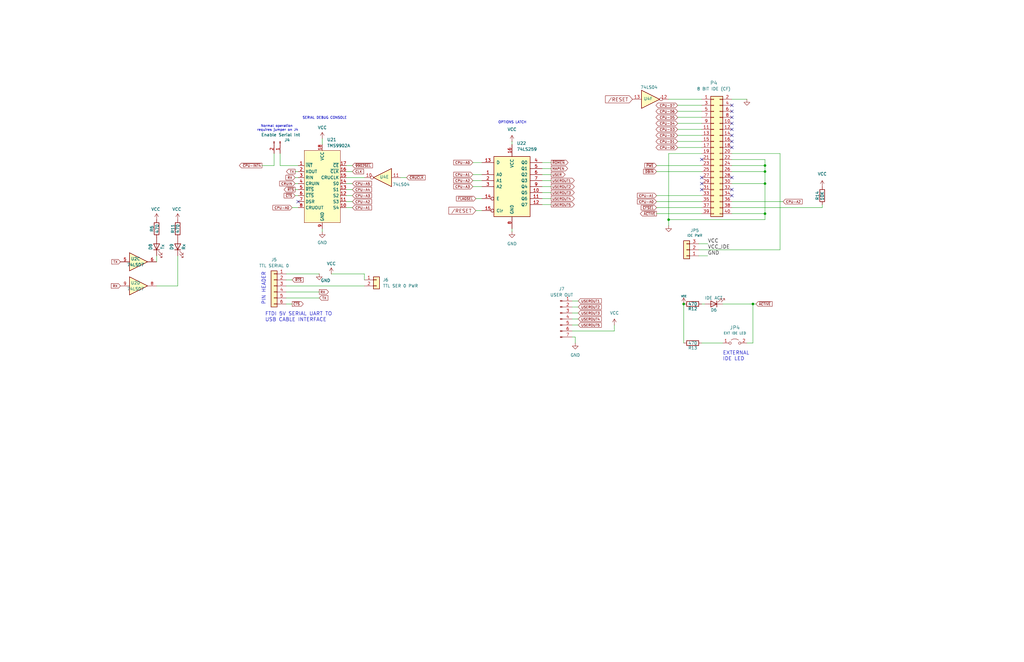
<source format=kicad_sch>
(kicad_sch
	(version 20231120)
	(generator "eeschema")
	(generator_version "8.0")
	(uuid "745beb59-db8b-44b4-80b3-06646af53166")
	(paper "B")
	(title_block
		(title "CortexPC")
		(date "2025-05-25")
		(rev "V0.5")
	)
	(lib_symbols
		(symbol "74xx:74LS04"
			(exclude_from_sim no)
			(in_bom yes)
			(on_board yes)
			(property "Reference" "U"
				(at 0 1.27 0)
				(effects
					(font
						(size 1.27 1.27)
					)
				)
			)
			(property "Value" "74LS04"
				(at 0 -1.27 0)
				(effects
					(font
						(size 1.27 1.27)
					)
				)
			)
			(property "Footprint" ""
				(at 0 0 0)
				(effects
					(font
						(size 1.27 1.27)
					)
					(hide yes)
				)
			)
			(property "Datasheet" "http://www.ti.com/lit/gpn/sn74LS04"
				(at 0 0 0)
				(effects
					(font
						(size 1.27 1.27)
					)
					(hide yes)
				)
			)
			(property "Description" "Hex Inverter"
				(at 0 0 0)
				(effects
					(font
						(size 1.27 1.27)
					)
					(hide yes)
				)
			)
			(property "ki_locked" ""
				(at 0 0 0)
				(effects
					(font
						(size 1.27 1.27)
					)
				)
			)
			(property "ki_keywords" "TTL not inv"
				(at 0 0 0)
				(effects
					(font
						(size 1.27 1.27)
					)
					(hide yes)
				)
			)
			(property "ki_fp_filters" "DIP*W7.62mm* SSOP?14* TSSOP?14*"
				(at 0 0 0)
				(effects
					(font
						(size 1.27 1.27)
					)
					(hide yes)
				)
			)
			(symbol "74LS04_1_0"
				(polyline
					(pts
						(xy -3.81 3.81) (xy -3.81 -3.81) (xy 3.81 0) (xy -3.81 3.81)
					)
					(stroke
						(width 0.254)
						(type default)
					)
					(fill
						(type background)
					)
				)
				(pin input line
					(at -7.62 0 0)
					(length 3.81)
					(name "~"
						(effects
							(font
								(size 1.27 1.27)
							)
						)
					)
					(number "1"
						(effects
							(font
								(size 1.27 1.27)
							)
						)
					)
				)
				(pin output inverted
					(at 7.62 0 180)
					(length 3.81)
					(name "~"
						(effects
							(font
								(size 1.27 1.27)
							)
						)
					)
					(number "2"
						(effects
							(font
								(size 1.27 1.27)
							)
						)
					)
				)
			)
			(symbol "74LS04_2_0"
				(polyline
					(pts
						(xy -3.81 3.81) (xy -3.81 -3.81) (xy 3.81 0) (xy -3.81 3.81)
					)
					(stroke
						(width 0.254)
						(type default)
					)
					(fill
						(type background)
					)
				)
				(pin input line
					(at -7.62 0 0)
					(length 3.81)
					(name "~"
						(effects
							(font
								(size 1.27 1.27)
							)
						)
					)
					(number "3"
						(effects
							(font
								(size 1.27 1.27)
							)
						)
					)
				)
				(pin output inverted
					(at 7.62 0 180)
					(length 3.81)
					(name "~"
						(effects
							(font
								(size 1.27 1.27)
							)
						)
					)
					(number "4"
						(effects
							(font
								(size 1.27 1.27)
							)
						)
					)
				)
			)
			(symbol "74LS04_3_0"
				(polyline
					(pts
						(xy -3.81 3.81) (xy -3.81 -3.81) (xy 3.81 0) (xy -3.81 3.81)
					)
					(stroke
						(width 0.254)
						(type default)
					)
					(fill
						(type background)
					)
				)
				(pin input line
					(at -7.62 0 0)
					(length 3.81)
					(name "~"
						(effects
							(font
								(size 1.27 1.27)
							)
						)
					)
					(number "5"
						(effects
							(font
								(size 1.27 1.27)
							)
						)
					)
				)
				(pin output inverted
					(at 7.62 0 180)
					(length 3.81)
					(name "~"
						(effects
							(font
								(size 1.27 1.27)
							)
						)
					)
					(number "6"
						(effects
							(font
								(size 1.27 1.27)
							)
						)
					)
				)
			)
			(symbol "74LS04_4_0"
				(polyline
					(pts
						(xy -3.81 3.81) (xy -3.81 -3.81) (xy 3.81 0) (xy -3.81 3.81)
					)
					(stroke
						(width 0.254)
						(type default)
					)
					(fill
						(type background)
					)
				)
				(pin output inverted
					(at 7.62 0 180)
					(length 3.81)
					(name "~"
						(effects
							(font
								(size 1.27 1.27)
							)
						)
					)
					(number "8"
						(effects
							(font
								(size 1.27 1.27)
							)
						)
					)
				)
				(pin input line
					(at -7.62 0 0)
					(length 3.81)
					(name "~"
						(effects
							(font
								(size 1.27 1.27)
							)
						)
					)
					(number "9"
						(effects
							(font
								(size 1.27 1.27)
							)
						)
					)
				)
			)
			(symbol "74LS04_5_0"
				(polyline
					(pts
						(xy -3.81 3.81) (xy -3.81 -3.81) (xy 3.81 0) (xy -3.81 3.81)
					)
					(stroke
						(width 0.254)
						(type default)
					)
					(fill
						(type background)
					)
				)
				(pin output inverted
					(at 7.62 0 180)
					(length 3.81)
					(name "~"
						(effects
							(font
								(size 1.27 1.27)
							)
						)
					)
					(number "10"
						(effects
							(font
								(size 1.27 1.27)
							)
						)
					)
				)
				(pin input line
					(at -7.62 0 0)
					(length 3.81)
					(name "~"
						(effects
							(font
								(size 1.27 1.27)
							)
						)
					)
					(number "11"
						(effects
							(font
								(size 1.27 1.27)
							)
						)
					)
				)
			)
			(symbol "74LS04_6_0"
				(polyline
					(pts
						(xy -3.81 3.81) (xy -3.81 -3.81) (xy 3.81 0) (xy -3.81 3.81)
					)
					(stroke
						(width 0.254)
						(type default)
					)
					(fill
						(type background)
					)
				)
				(pin output inverted
					(at 7.62 0 180)
					(length 3.81)
					(name "~"
						(effects
							(font
								(size 1.27 1.27)
							)
						)
					)
					(number "12"
						(effects
							(font
								(size 1.27 1.27)
							)
						)
					)
				)
				(pin input line
					(at -7.62 0 0)
					(length 3.81)
					(name "~"
						(effects
							(font
								(size 1.27 1.27)
							)
						)
					)
					(number "13"
						(effects
							(font
								(size 1.27 1.27)
							)
						)
					)
				)
			)
			(symbol "74LS04_7_0"
				(pin power_in line
					(at 0 12.7 270)
					(length 5.08)
					(name "VCC"
						(effects
							(font
								(size 1.27 1.27)
							)
						)
					)
					(number "14"
						(effects
							(font
								(size 1.27 1.27)
							)
						)
					)
				)
				(pin power_in line
					(at 0 -12.7 90)
					(length 5.08)
					(name "GND"
						(effects
							(font
								(size 1.27 1.27)
							)
						)
					)
					(number "7"
						(effects
							(font
								(size 1.27 1.27)
							)
						)
					)
				)
			)
			(symbol "74LS04_7_1"
				(rectangle
					(start -5.08 7.62)
					(end 5.08 -7.62)
					(stroke
						(width 0.254)
						(type default)
					)
					(fill
						(type background)
					)
				)
			)
		)
		(symbol "74xx:74LS07"
			(pin_names
				(offset 1.016)
			)
			(exclude_from_sim no)
			(in_bom yes)
			(on_board yes)
			(property "Reference" "U"
				(at 0 1.27 0)
				(effects
					(font
						(size 1.27 1.27)
					)
				)
			)
			(property "Value" "74LS07"
				(at 0 -1.27 0)
				(effects
					(font
						(size 1.27 1.27)
					)
				)
			)
			(property "Footprint" ""
				(at 0 0 0)
				(effects
					(font
						(size 1.27 1.27)
					)
					(hide yes)
				)
			)
			(property "Datasheet" "www.ti.com/lit/ds/symlink/sn74ls07.pdf"
				(at 0 0 0)
				(effects
					(font
						(size 1.27 1.27)
					)
					(hide yes)
				)
			)
			(property "Description" "Hex Buffers and Drivers With Open Collector High Voltage Outputs"
				(at 0 0 0)
				(effects
					(font
						(size 1.27 1.27)
					)
					(hide yes)
				)
			)
			(property "ki_locked" ""
				(at 0 0 0)
				(effects
					(font
						(size 1.27 1.27)
					)
				)
			)
			(property "ki_keywords" "TTL hex buffer OpenCol"
				(at 0 0 0)
				(effects
					(font
						(size 1.27 1.27)
					)
					(hide yes)
				)
			)
			(property "ki_fp_filters" "SOIC*3.9x8.7mm*P1.27mm* TSSOP*4.4x5mm*P0.65mm* DIP*W7.62mm*"
				(at 0 0 0)
				(effects
					(font
						(size 1.27 1.27)
					)
					(hide yes)
				)
			)
			(symbol "74LS07_1_0"
				(polyline
					(pts
						(xy -3.81 3.81) (xy -3.81 -3.81) (xy 3.81 0) (xy -3.81 3.81)
					)
					(stroke
						(width 0.254)
						(type default)
					)
					(fill
						(type background)
					)
				)
				(pin input line
					(at -7.62 0 0)
					(length 3.81)
					(name "~"
						(effects
							(font
								(size 1.27 1.27)
							)
						)
					)
					(number "1"
						(effects
							(font
								(size 1.27 1.27)
							)
						)
					)
				)
				(pin open_collector line
					(at 7.62 0 180)
					(length 3.81)
					(name "~"
						(effects
							(font
								(size 1.27 1.27)
							)
						)
					)
					(number "2"
						(effects
							(font
								(size 1.27 1.27)
							)
						)
					)
				)
			)
			(symbol "74LS07_2_0"
				(polyline
					(pts
						(xy -3.81 3.81) (xy -3.81 -3.81) (xy 3.81 0) (xy -3.81 3.81)
					)
					(stroke
						(width 0.254)
						(type default)
					)
					(fill
						(type background)
					)
				)
				(pin input line
					(at -7.62 0 0)
					(length 3.81)
					(name "~"
						(effects
							(font
								(size 1.27 1.27)
							)
						)
					)
					(number "3"
						(effects
							(font
								(size 1.27 1.27)
							)
						)
					)
				)
				(pin open_collector line
					(at 7.62 0 180)
					(length 3.81)
					(name "~"
						(effects
							(font
								(size 1.27 1.27)
							)
						)
					)
					(number "4"
						(effects
							(font
								(size 1.27 1.27)
							)
						)
					)
				)
			)
			(symbol "74LS07_3_0"
				(polyline
					(pts
						(xy -3.81 3.81) (xy -3.81 -3.81) (xy 3.81 0) (xy -3.81 3.81)
					)
					(stroke
						(width 0.254)
						(type default)
					)
					(fill
						(type background)
					)
				)
				(pin input line
					(at -7.62 0 0)
					(length 3.81)
					(name "~"
						(effects
							(font
								(size 1.27 1.27)
							)
						)
					)
					(number "5"
						(effects
							(font
								(size 1.27 1.27)
							)
						)
					)
				)
				(pin open_collector line
					(at 7.62 0 180)
					(length 3.81)
					(name "~"
						(effects
							(font
								(size 1.27 1.27)
							)
						)
					)
					(number "6"
						(effects
							(font
								(size 1.27 1.27)
							)
						)
					)
				)
			)
			(symbol "74LS07_4_0"
				(polyline
					(pts
						(xy -3.81 3.81) (xy -3.81 -3.81) (xy 3.81 0) (xy -3.81 3.81)
					)
					(stroke
						(width 0.254)
						(type default)
					)
					(fill
						(type background)
					)
				)
				(pin open_collector line
					(at 7.62 0 180)
					(length 3.81)
					(name "~"
						(effects
							(font
								(size 1.27 1.27)
							)
						)
					)
					(number "8"
						(effects
							(font
								(size 1.27 1.27)
							)
						)
					)
				)
				(pin input line
					(at -7.62 0 0)
					(length 3.81)
					(name "~"
						(effects
							(font
								(size 1.27 1.27)
							)
						)
					)
					(number "9"
						(effects
							(font
								(size 1.27 1.27)
							)
						)
					)
				)
			)
			(symbol "74LS07_5_0"
				(polyline
					(pts
						(xy -3.81 3.81) (xy -3.81 -3.81) (xy 3.81 0) (xy -3.81 3.81)
					)
					(stroke
						(width 0.254)
						(type default)
					)
					(fill
						(type background)
					)
				)
				(pin open_collector line
					(at 7.62 0 180)
					(length 3.81)
					(name "~"
						(effects
							(font
								(size 1.27 1.27)
							)
						)
					)
					(number "10"
						(effects
							(font
								(size 1.27 1.27)
							)
						)
					)
				)
				(pin input line
					(at -7.62 0 0)
					(length 3.81)
					(name "~"
						(effects
							(font
								(size 1.27 1.27)
							)
						)
					)
					(number "11"
						(effects
							(font
								(size 1.27 1.27)
							)
						)
					)
				)
			)
			(symbol "74LS07_6_0"
				(polyline
					(pts
						(xy -3.81 3.81) (xy -3.81 -3.81) (xy 3.81 0) (xy -3.81 3.81)
					)
					(stroke
						(width 0.254)
						(type default)
					)
					(fill
						(type background)
					)
				)
				(pin open_collector line
					(at 7.62 0 180)
					(length 3.81)
					(name "~"
						(effects
							(font
								(size 1.27 1.27)
							)
						)
					)
					(number "12"
						(effects
							(font
								(size 1.27 1.27)
							)
						)
					)
				)
				(pin input line
					(at -7.62 0 0)
					(length 3.81)
					(name "~"
						(effects
							(font
								(size 1.27 1.27)
							)
						)
					)
					(number "13"
						(effects
							(font
								(size 1.27 1.27)
							)
						)
					)
				)
			)
			(symbol "74LS07_7_0"
				(pin power_in line
					(at 0 12.7 270)
					(length 5.08)
					(name "VCC"
						(effects
							(font
								(size 1.27 1.27)
							)
						)
					)
					(number "14"
						(effects
							(font
								(size 1.27 1.27)
							)
						)
					)
				)
				(pin power_in line
					(at 0 -12.7 90)
					(length 5.08)
					(name "GND"
						(effects
							(font
								(size 1.27 1.27)
							)
						)
					)
					(number "7"
						(effects
							(font
								(size 1.27 1.27)
							)
						)
					)
				)
			)
			(symbol "74LS07_7_1"
				(rectangle
					(start -5.08 7.62)
					(end 5.08 -7.62)
					(stroke
						(width 0.254)
						(type default)
					)
					(fill
						(type background)
					)
				)
			)
		)
		(symbol "74xx:74LS259"
			(pin_names
				(offset 1.016)
			)
			(exclude_from_sim no)
			(in_bom yes)
			(on_board yes)
			(property "Reference" "U"
				(at -7.62 13.97 0)
				(effects
					(font
						(size 1.27 1.27)
					)
				)
			)
			(property "Value" "74LS259"
				(at -7.62 -13.97 0)
				(effects
					(font
						(size 1.27 1.27)
					)
				)
			)
			(property "Footprint" ""
				(at 0 0 0)
				(effects
					(font
						(size 1.27 1.27)
					)
					(hide yes)
				)
			)
			(property "Datasheet" "http://www.ti.com/lit/gpn/sn74LS259"
				(at 0 0 0)
				(effects
					(font
						(size 1.27 1.27)
					)
					(hide yes)
				)
			)
			(property "Description" "8-bit addressable latch"
				(at 0 0 0)
				(effects
					(font
						(size 1.27 1.27)
					)
					(hide yes)
				)
			)
			(property "ki_locked" ""
				(at 0 0 0)
				(effects
					(font
						(size 1.27 1.27)
					)
				)
			)
			(property "ki_keywords" "TTL REG DFF"
				(at 0 0 0)
				(effects
					(font
						(size 1.27 1.27)
					)
					(hide yes)
				)
			)
			(property "ki_fp_filters" "DIP?16*"
				(at 0 0 0)
				(effects
					(font
						(size 1.27 1.27)
					)
					(hide yes)
				)
			)
			(symbol "74LS259_1_0"
				(pin input line
					(at -12.7 5.08 0)
					(length 5.08)
					(name "A0"
						(effects
							(font
								(size 1.27 1.27)
							)
						)
					)
					(number "1"
						(effects
							(font
								(size 1.27 1.27)
							)
						)
					)
				)
				(pin output line
					(at 12.7 -2.54 180)
					(length 5.08)
					(name "Q5"
						(effects
							(font
								(size 1.27 1.27)
							)
						)
					)
					(number "10"
						(effects
							(font
								(size 1.27 1.27)
							)
						)
					)
				)
				(pin output line
					(at 12.7 -5.08 180)
					(length 5.08)
					(name "Q6"
						(effects
							(font
								(size 1.27 1.27)
							)
						)
					)
					(number "11"
						(effects
							(font
								(size 1.27 1.27)
							)
						)
					)
				)
				(pin output line
					(at 12.7 -7.62 180)
					(length 5.08)
					(name "Q7"
						(effects
							(font
								(size 1.27 1.27)
							)
						)
					)
					(number "12"
						(effects
							(font
								(size 1.27 1.27)
							)
						)
					)
				)
				(pin input line
					(at -12.7 10.16 0)
					(length 5.08)
					(name "D"
						(effects
							(font
								(size 1.27 1.27)
							)
						)
					)
					(number "13"
						(effects
							(font
								(size 1.27 1.27)
							)
						)
					)
				)
				(pin input inverted
					(at -12.7 -5.08 0)
					(length 5.08)
					(name "E"
						(effects
							(font
								(size 1.27 1.27)
							)
						)
					)
					(number "14"
						(effects
							(font
								(size 1.27 1.27)
							)
						)
					)
				)
				(pin input inverted
					(at -12.7 -10.16 0)
					(length 5.08)
					(name "Clr"
						(effects
							(font
								(size 1.27 1.27)
							)
						)
					)
					(number "15"
						(effects
							(font
								(size 1.27 1.27)
							)
						)
					)
				)
				(pin power_in line
					(at 0 17.78 270)
					(length 5.08)
					(name "VCC"
						(effects
							(font
								(size 1.27 1.27)
							)
						)
					)
					(number "16"
						(effects
							(font
								(size 1.27 1.27)
							)
						)
					)
				)
				(pin input line
					(at -12.7 2.54 0)
					(length 5.08)
					(name "A1"
						(effects
							(font
								(size 1.27 1.27)
							)
						)
					)
					(number "2"
						(effects
							(font
								(size 1.27 1.27)
							)
						)
					)
				)
				(pin input line
					(at -12.7 0 0)
					(length 5.08)
					(name "A2"
						(effects
							(font
								(size 1.27 1.27)
							)
						)
					)
					(number "3"
						(effects
							(font
								(size 1.27 1.27)
							)
						)
					)
				)
				(pin output line
					(at 12.7 10.16 180)
					(length 5.08)
					(name "Q0"
						(effects
							(font
								(size 1.27 1.27)
							)
						)
					)
					(number "4"
						(effects
							(font
								(size 1.27 1.27)
							)
						)
					)
				)
				(pin output line
					(at 12.7 7.62 180)
					(length 5.08)
					(name "Q1"
						(effects
							(font
								(size 1.27 1.27)
							)
						)
					)
					(number "5"
						(effects
							(font
								(size 1.27 1.27)
							)
						)
					)
				)
				(pin output line
					(at 12.7 5.08 180)
					(length 5.08)
					(name "Q2"
						(effects
							(font
								(size 1.27 1.27)
							)
						)
					)
					(number "6"
						(effects
							(font
								(size 1.27 1.27)
							)
						)
					)
				)
				(pin output line
					(at 12.7 2.54 180)
					(length 5.08)
					(name "Q3"
						(effects
							(font
								(size 1.27 1.27)
							)
						)
					)
					(number "7"
						(effects
							(font
								(size 1.27 1.27)
							)
						)
					)
				)
				(pin power_in line
					(at 0 -17.78 90)
					(length 5.08)
					(name "GND"
						(effects
							(font
								(size 1.27 1.27)
							)
						)
					)
					(number "8"
						(effects
							(font
								(size 1.27 1.27)
							)
						)
					)
				)
				(pin output line
					(at 12.7 0 180)
					(length 5.08)
					(name "Q4"
						(effects
							(font
								(size 1.27 1.27)
							)
						)
					)
					(number "9"
						(effects
							(font
								(size 1.27 1.27)
							)
						)
					)
				)
			)
			(symbol "74LS259_1_1"
				(rectangle
					(start -7.62 12.7)
					(end 7.62 -12.7)
					(stroke
						(width 0.254)
						(type default)
					)
					(fill
						(type background)
					)
				)
			)
		)
		(symbol "CUSTOM_LIB:TMS9902A"
			(exclude_from_sim no)
			(in_bom yes)
			(on_board yes)
			(property "Reference" "U21"
				(at -3.0606 19.812 0)
				(effects
					(font
						(size 1.27 1.27)
					)
					(justify left)
				)
			)
			(property "Value" "TMS9902A"
				(at -3.0606 17.272 0)
				(effects
					(font
						(size 1.27 1.27)
					)
					(justify left)
				)
			)
			(property "Footprint" "Package_DIP:DIP-18_W7.62mm_Socket_LongPads"
				(at -7.62 -2.54 0)
				(effects
					(font
						(size 1.27 1.27)
					)
					(hide yes)
				)
			)
			(property "Datasheet" ""
				(at -7.62 -2.54 0)
				(effects
					(font
						(size 1.27 1.27)
					)
					(hide yes)
				)
			)
			(property "Description" ""
				(at 0 0 0)
				(effects
					(font
						(size 1.27 1.27)
					)
					(hide yes)
				)
			)
			(symbol "TMS9902A_0_1"
				(rectangle
					(start -12.7 15.24)
					(end 2.54 -15.24)
					(stroke
						(width 0)
						(type default)
					)
					(fill
						(type background)
					)
				)
			)
			(symbol "TMS9902A_1_1"
				(pin output line
					(at -15.24 8.89 0)
					(length 2.54)
					(name "~{INT}"
						(effects
							(font
								(size 1.27 1.27)
							)
						)
					)
					(number "1"
						(effects
							(font
								(size 1.27 1.27)
							)
						)
					)
				)
				(pin input line
					(at 5.08 -8.89 180)
					(length 2.54)
					(name "S4"
						(effects
							(font
								(size 1.27 1.27)
							)
						)
					)
					(number "10"
						(effects
							(font
								(size 1.27 1.27)
							)
						)
					)
				)
				(pin input line
					(at 5.08 -6.35 180)
					(length 2.54)
					(name "S3"
						(effects
							(font
								(size 1.27 1.27)
							)
						)
					)
					(number "11"
						(effects
							(font
								(size 1.27 1.27)
							)
						)
					)
				)
				(pin input line
					(at 5.08 -3.81 180)
					(length 2.54)
					(name "S2"
						(effects
							(font
								(size 1.27 1.27)
							)
						)
					)
					(number "12"
						(effects
							(font
								(size 1.27 1.27)
							)
						)
					)
				)
				(pin input line
					(at 5.08 -1.27 180)
					(length 2.54)
					(name "S1"
						(effects
							(font
								(size 1.27 1.27)
							)
						)
					)
					(number "13"
						(effects
							(font
								(size 1.27 1.27)
							)
						)
					)
				)
				(pin input line
					(at 5.08 1.27 180)
					(length 2.54)
					(name "S0"
						(effects
							(font
								(size 1.27 1.27)
							)
						)
					)
					(number "14"
						(effects
							(font
								(size 1.27 1.27)
							)
						)
					)
				)
				(pin input line
					(at 5.08 3.81 180)
					(length 2.54)
					(name "CRUCLK"
						(effects
							(font
								(size 1.27 1.27)
							)
						)
					)
					(number "15"
						(effects
							(font
								(size 1.27 1.27)
							)
						)
					)
				)
				(pin input line
					(at 5.08 6.35 180)
					(length 2.54)
					(name "~{CLK}"
						(effects
							(font
								(size 1.27 1.27)
							)
						)
					)
					(number "16"
						(effects
							(font
								(size 1.27 1.27)
							)
						)
					)
				)
				(pin input line
					(at 5.08 8.89 180)
					(length 2.54)
					(name "~{CE}"
						(effects
							(font
								(size 1.27 1.27)
							)
						)
					)
					(number "17"
						(effects
							(font
								(size 1.27 1.27)
							)
						)
					)
				)
				(pin power_in line
					(at -5.08 17.78 270)
					(length 2.54)
					(name "VCC"
						(effects
							(font
								(size 1.27 1.27)
							)
						)
					)
					(number "18"
						(effects
							(font
								(size 1.27 1.27)
							)
						)
					)
				)
				(pin output line
					(at -15.24 6.35 0)
					(length 2.54)
					(name "XOUT"
						(effects
							(font
								(size 1.27 1.27)
							)
						)
					)
					(number "2"
						(effects
							(font
								(size 1.27 1.27)
							)
						)
					)
				)
				(pin input line
					(at -15.24 3.81 0)
					(length 2.54)
					(name "RIN"
						(effects
							(font
								(size 1.27 1.27)
							)
						)
					)
					(number "3"
						(effects
							(font
								(size 1.27 1.27)
							)
						)
					)
				)
				(pin output line
					(at -15.24 1.27 0)
					(length 2.54)
					(name "CRUIN"
						(effects
							(font
								(size 1.27 1.27)
							)
						)
					)
					(number "4"
						(effects
							(font
								(size 1.27 1.27)
							)
						)
					)
				)
				(pin input line
					(at -15.24 -1.27 0)
					(length 2.54)
					(name "~{RTS}"
						(effects
							(font
								(size 1.27 1.27)
							)
						)
					)
					(number "5"
						(effects
							(font
								(size 1.27 1.27)
							)
						)
					)
				)
				(pin output line
					(at -15.24 -3.81 0)
					(length 2.54)
					(name "~{CTS}"
						(effects
							(font
								(size 1.27 1.27)
							)
						)
					)
					(number "6"
						(effects
							(font
								(size 1.27 1.27)
							)
						)
					)
				)
				(pin input line
					(at -15.24 -6.35 0)
					(length 2.54)
					(name "DSR"
						(effects
							(font
								(size 1.27 1.27)
							)
						)
					)
					(number "7"
						(effects
							(font
								(size 1.27 1.27)
							)
						)
					)
				)
				(pin input line
					(at -15.24 -8.89 0)
					(length 2.54)
					(name "CRUOUT"
						(effects
							(font
								(size 1.27 1.27)
							)
						)
					)
					(number "8"
						(effects
							(font
								(size 1.27 1.27)
							)
						)
					)
				)
				(pin power_in line
					(at -5.08 -17.78 90)
					(length 2.54)
					(name "GND"
						(effects
							(font
								(size 1.27 1.27)
							)
						)
					)
					(number "9"
						(effects
							(font
								(size 1.27 1.27)
							)
						)
					)
				)
			)
		)
		(symbol "Connector:Conn_01x02_Pin"
			(pin_names
				(offset 1.016) hide)
			(exclude_from_sim no)
			(in_bom yes)
			(on_board yes)
			(property "Reference" "J"
				(at 0 2.54 0)
				(effects
					(font
						(size 1.27 1.27)
					)
				)
			)
			(property "Value" "Conn_01x02_Pin"
				(at 0 -5.08 0)
				(effects
					(font
						(size 1.27 1.27)
					)
				)
			)
			(property "Footprint" ""
				(at 0 0 0)
				(effects
					(font
						(size 1.27 1.27)
					)
					(hide yes)
				)
			)
			(property "Datasheet" "~"
				(at 0 0 0)
				(effects
					(font
						(size 1.27 1.27)
					)
					(hide yes)
				)
			)
			(property "Description" "Generic connector, single row, 01x02, script generated"
				(at 0 0 0)
				(effects
					(font
						(size 1.27 1.27)
					)
					(hide yes)
				)
			)
			(property "ki_locked" ""
				(at 0 0 0)
				(effects
					(font
						(size 1.27 1.27)
					)
				)
			)
			(property "ki_keywords" "connector"
				(at 0 0 0)
				(effects
					(font
						(size 1.27 1.27)
					)
					(hide yes)
				)
			)
			(property "ki_fp_filters" "Connector*:*_1x??_*"
				(at 0 0 0)
				(effects
					(font
						(size 1.27 1.27)
					)
					(hide yes)
				)
			)
			(symbol "Conn_01x02_Pin_1_1"
				(polyline
					(pts
						(xy 1.27 -2.54) (xy 0.8636 -2.54)
					)
					(stroke
						(width 0.1524)
						(type default)
					)
					(fill
						(type none)
					)
				)
				(polyline
					(pts
						(xy 1.27 0) (xy 0.8636 0)
					)
					(stroke
						(width 0.1524)
						(type default)
					)
					(fill
						(type none)
					)
				)
				(rectangle
					(start 0.8636 -2.413)
					(end 0 -2.667)
					(stroke
						(width 0.1524)
						(type default)
					)
					(fill
						(type outline)
					)
				)
				(rectangle
					(start 0.8636 0.127)
					(end 0 -0.127)
					(stroke
						(width 0.1524)
						(type default)
					)
					(fill
						(type outline)
					)
				)
				(pin passive line
					(at 5.08 0 180)
					(length 3.81)
					(name "Pin_1"
						(effects
							(font
								(size 1.27 1.27)
							)
						)
					)
					(number "1"
						(effects
							(font
								(size 1.27 1.27)
							)
						)
					)
				)
				(pin passive line
					(at 5.08 -2.54 180)
					(length 3.81)
					(name "Pin_2"
						(effects
							(font
								(size 1.27 1.27)
							)
						)
					)
					(number "2"
						(effects
							(font
								(size 1.27 1.27)
							)
						)
					)
				)
			)
		)
		(symbol "Connector:Conn_01x07_Pin"
			(pin_names
				(offset 1.016) hide)
			(exclude_from_sim no)
			(in_bom yes)
			(on_board yes)
			(property "Reference" "J"
				(at 0 10.16 0)
				(effects
					(font
						(size 1.27 1.27)
					)
				)
			)
			(property "Value" "Conn_01x07_Pin"
				(at 0 -10.16 0)
				(effects
					(font
						(size 1.27 1.27)
					)
				)
			)
			(property "Footprint" ""
				(at 0 0 0)
				(effects
					(font
						(size 1.27 1.27)
					)
					(hide yes)
				)
			)
			(property "Datasheet" "~"
				(at 0 0 0)
				(effects
					(font
						(size 1.27 1.27)
					)
					(hide yes)
				)
			)
			(property "Description" "Generic connector, single row, 01x07, script generated"
				(at 0 0 0)
				(effects
					(font
						(size 1.27 1.27)
					)
					(hide yes)
				)
			)
			(property "ki_locked" ""
				(at 0 0 0)
				(effects
					(font
						(size 1.27 1.27)
					)
				)
			)
			(property "ki_keywords" "connector"
				(at 0 0 0)
				(effects
					(font
						(size 1.27 1.27)
					)
					(hide yes)
				)
			)
			(property "ki_fp_filters" "Connector*:*_1x??_*"
				(at 0 0 0)
				(effects
					(font
						(size 1.27 1.27)
					)
					(hide yes)
				)
			)
			(symbol "Conn_01x07_Pin_1_1"
				(polyline
					(pts
						(xy 1.27 -7.62) (xy 0.8636 -7.62)
					)
					(stroke
						(width 0.1524)
						(type default)
					)
					(fill
						(type none)
					)
				)
				(polyline
					(pts
						(xy 1.27 -5.08) (xy 0.8636 -5.08)
					)
					(stroke
						(width 0.1524)
						(type default)
					)
					(fill
						(type none)
					)
				)
				(polyline
					(pts
						(xy 1.27 -2.54) (xy 0.8636 -2.54)
					)
					(stroke
						(width 0.1524)
						(type default)
					)
					(fill
						(type none)
					)
				)
				(polyline
					(pts
						(xy 1.27 0) (xy 0.8636 0)
					)
					(stroke
						(width 0.1524)
						(type default)
					)
					(fill
						(type none)
					)
				)
				(polyline
					(pts
						(xy 1.27 2.54) (xy 0.8636 2.54)
					)
					(stroke
						(width 0.1524)
						(type default)
					)
					(fill
						(type none)
					)
				)
				(polyline
					(pts
						(xy 1.27 5.08) (xy 0.8636 5.08)
					)
					(stroke
						(width 0.1524)
						(type default)
					)
					(fill
						(type none)
					)
				)
				(polyline
					(pts
						(xy 1.27 7.62) (xy 0.8636 7.62)
					)
					(stroke
						(width 0.1524)
						(type default)
					)
					(fill
						(type none)
					)
				)
				(rectangle
					(start 0.8636 -7.493)
					(end 0 -7.747)
					(stroke
						(width 0.1524)
						(type default)
					)
					(fill
						(type outline)
					)
				)
				(rectangle
					(start 0.8636 -4.953)
					(end 0 -5.207)
					(stroke
						(width 0.1524)
						(type default)
					)
					(fill
						(type outline)
					)
				)
				(rectangle
					(start 0.8636 -2.413)
					(end 0 -2.667)
					(stroke
						(width 0.1524)
						(type default)
					)
					(fill
						(type outline)
					)
				)
				(rectangle
					(start 0.8636 0.127)
					(end 0 -0.127)
					(stroke
						(width 0.1524)
						(type default)
					)
					(fill
						(type outline)
					)
				)
				(rectangle
					(start 0.8636 2.667)
					(end 0 2.413)
					(stroke
						(width 0.1524)
						(type default)
					)
					(fill
						(type outline)
					)
				)
				(rectangle
					(start 0.8636 5.207)
					(end 0 4.953)
					(stroke
						(width 0.1524)
						(type default)
					)
					(fill
						(type outline)
					)
				)
				(rectangle
					(start 0.8636 7.747)
					(end 0 7.493)
					(stroke
						(width 0.1524)
						(type default)
					)
					(fill
						(type outline)
					)
				)
				(pin passive line
					(at 5.08 7.62 180)
					(length 3.81)
					(name "Pin_1"
						(effects
							(font
								(size 1.27 1.27)
							)
						)
					)
					(number "1"
						(effects
							(font
								(size 1.27 1.27)
							)
						)
					)
				)
				(pin passive line
					(at 5.08 5.08 180)
					(length 3.81)
					(name "Pin_2"
						(effects
							(font
								(size 1.27 1.27)
							)
						)
					)
					(number "2"
						(effects
							(font
								(size 1.27 1.27)
							)
						)
					)
				)
				(pin passive line
					(at 5.08 2.54 180)
					(length 3.81)
					(name "Pin_3"
						(effects
							(font
								(size 1.27 1.27)
							)
						)
					)
					(number "3"
						(effects
							(font
								(size 1.27 1.27)
							)
						)
					)
				)
				(pin passive line
					(at 5.08 0 180)
					(length 3.81)
					(name "Pin_4"
						(effects
							(font
								(size 1.27 1.27)
							)
						)
					)
					(number "4"
						(effects
							(font
								(size 1.27 1.27)
							)
						)
					)
				)
				(pin passive line
					(at 5.08 -2.54 180)
					(length 3.81)
					(name "Pin_5"
						(effects
							(font
								(size 1.27 1.27)
							)
						)
					)
					(number "5"
						(effects
							(font
								(size 1.27 1.27)
							)
						)
					)
				)
				(pin passive line
					(at 5.08 -5.08 180)
					(length 3.81)
					(name "Pin_6"
						(effects
							(font
								(size 1.27 1.27)
							)
						)
					)
					(number "6"
						(effects
							(font
								(size 1.27 1.27)
							)
						)
					)
				)
				(pin passive line
					(at 5.08 -7.62 180)
					(length 3.81)
					(name "Pin_7"
						(effects
							(font
								(size 1.27 1.27)
							)
						)
					)
					(number "7"
						(effects
							(font
								(size 1.27 1.27)
							)
						)
					)
				)
			)
		)
		(symbol "Connector_Generic:Conn_01x02"
			(pin_names
				(offset 1.016) hide)
			(exclude_from_sim no)
			(in_bom yes)
			(on_board yes)
			(property "Reference" "J"
				(at 0 2.54 0)
				(effects
					(font
						(size 1.27 1.27)
					)
				)
			)
			(property "Value" "Conn_01x02"
				(at 0 -5.08 0)
				(effects
					(font
						(size 1.27 1.27)
					)
				)
			)
			(property "Footprint" ""
				(at 0 0 0)
				(effects
					(font
						(size 1.27 1.27)
					)
					(hide yes)
				)
			)
			(property "Datasheet" "~"
				(at 0 0 0)
				(effects
					(font
						(size 1.27 1.27)
					)
					(hide yes)
				)
			)
			(property "Description" "Generic connector, single row, 01x02, script generated (kicad-library-utils/schlib/autogen/connector/)"
				(at 0 0 0)
				(effects
					(font
						(size 1.27 1.27)
					)
					(hide yes)
				)
			)
			(property "ki_keywords" "connector"
				(at 0 0 0)
				(effects
					(font
						(size 1.27 1.27)
					)
					(hide yes)
				)
			)
			(property "ki_fp_filters" "Connector*:*_1x??_*"
				(at 0 0 0)
				(effects
					(font
						(size 1.27 1.27)
					)
					(hide yes)
				)
			)
			(symbol "Conn_01x02_1_1"
				(rectangle
					(start -1.27 -2.413)
					(end 0 -2.667)
					(stroke
						(width 0.1524)
						(type default)
					)
					(fill
						(type none)
					)
				)
				(rectangle
					(start -1.27 0.127)
					(end 0 -0.127)
					(stroke
						(width 0.1524)
						(type default)
					)
					(fill
						(type none)
					)
				)
				(rectangle
					(start -1.27 1.27)
					(end 1.27 -3.81)
					(stroke
						(width 0.254)
						(type default)
					)
					(fill
						(type background)
					)
				)
				(pin passive line
					(at -5.08 0 0)
					(length 3.81)
					(name "Pin_1"
						(effects
							(font
								(size 1.27 1.27)
							)
						)
					)
					(number "1"
						(effects
							(font
								(size 1.27 1.27)
							)
						)
					)
				)
				(pin passive line
					(at -5.08 -2.54 0)
					(length 3.81)
					(name "Pin_2"
						(effects
							(font
								(size 1.27 1.27)
							)
						)
					)
					(number "2"
						(effects
							(font
								(size 1.27 1.27)
							)
						)
					)
				)
			)
		)
		(symbol "Connector_Generic:Conn_01x03"
			(pin_names
				(offset 1.016) hide)
			(exclude_from_sim no)
			(in_bom yes)
			(on_board yes)
			(property "Reference" "J"
				(at 0 5.08 0)
				(effects
					(font
						(size 1.27 1.27)
					)
				)
			)
			(property "Value" "Conn_01x03"
				(at 0 -5.08 0)
				(effects
					(font
						(size 1.27 1.27)
					)
				)
			)
			(property "Footprint" ""
				(at 0 0 0)
				(effects
					(font
						(size 1.27 1.27)
					)
					(hide yes)
				)
			)
			(property "Datasheet" "~"
				(at 0 0 0)
				(effects
					(font
						(size 1.27 1.27)
					)
					(hide yes)
				)
			)
			(property "Description" "Generic connector, single row, 01x03, script generated (kicad-library-utils/schlib/autogen/connector/)"
				(at 0 0 0)
				(effects
					(font
						(size 1.27 1.27)
					)
					(hide yes)
				)
			)
			(property "ki_keywords" "connector"
				(at 0 0 0)
				(effects
					(font
						(size 1.27 1.27)
					)
					(hide yes)
				)
			)
			(property "ki_fp_filters" "Connector*:*_1x??_*"
				(at 0 0 0)
				(effects
					(font
						(size 1.27 1.27)
					)
					(hide yes)
				)
			)
			(symbol "Conn_01x03_1_1"
				(rectangle
					(start -1.27 -2.413)
					(end 0 -2.667)
					(stroke
						(width 0.1524)
						(type default)
					)
					(fill
						(type none)
					)
				)
				(rectangle
					(start -1.27 0.127)
					(end 0 -0.127)
					(stroke
						(width 0.1524)
						(type default)
					)
					(fill
						(type none)
					)
				)
				(rectangle
					(start -1.27 2.667)
					(end 0 2.413)
					(stroke
						(width 0.1524)
						(type default)
					)
					(fill
						(type none)
					)
				)
				(rectangle
					(start -1.27 3.81)
					(end 1.27 -3.81)
					(stroke
						(width 0.254)
						(type default)
					)
					(fill
						(type background)
					)
				)
				(pin passive line
					(at -5.08 2.54 0)
					(length 3.81)
					(name "Pin_1"
						(effects
							(font
								(size 1.27 1.27)
							)
						)
					)
					(number "1"
						(effects
							(font
								(size 1.27 1.27)
							)
						)
					)
				)
				(pin passive line
					(at -5.08 0 0)
					(length 3.81)
					(name "Pin_2"
						(effects
							(font
								(size 1.27 1.27)
							)
						)
					)
					(number "2"
						(effects
							(font
								(size 1.27 1.27)
							)
						)
					)
				)
				(pin passive line
					(at -5.08 -2.54 0)
					(length 3.81)
					(name "Pin_3"
						(effects
							(font
								(size 1.27 1.27)
							)
						)
					)
					(number "3"
						(effects
							(font
								(size 1.27 1.27)
							)
						)
					)
				)
			)
		)
		(symbol "Connector_Generic:Conn_01x06"
			(pin_names
				(offset 1.016) hide)
			(exclude_from_sim no)
			(in_bom yes)
			(on_board yes)
			(property "Reference" "J"
				(at 0 7.62 0)
				(effects
					(font
						(size 1.27 1.27)
					)
				)
			)
			(property "Value" "Conn_01x06"
				(at 0 -10.16 0)
				(effects
					(font
						(size 1.27 1.27)
					)
				)
			)
			(property "Footprint" ""
				(at 0 0 0)
				(effects
					(font
						(size 1.27 1.27)
					)
					(hide yes)
				)
			)
			(property "Datasheet" "~"
				(at 0 0 0)
				(effects
					(font
						(size 1.27 1.27)
					)
					(hide yes)
				)
			)
			(property "Description" "Generic connector, single row, 01x06, script generated (kicad-library-utils/schlib/autogen/connector/)"
				(at 0 0 0)
				(effects
					(font
						(size 1.27 1.27)
					)
					(hide yes)
				)
			)
			(property "ki_keywords" "connector"
				(at 0 0 0)
				(effects
					(font
						(size 1.27 1.27)
					)
					(hide yes)
				)
			)
			(property "ki_fp_filters" "Connector*:*_1x??_*"
				(at 0 0 0)
				(effects
					(font
						(size 1.27 1.27)
					)
					(hide yes)
				)
			)
			(symbol "Conn_01x06_1_1"
				(rectangle
					(start -1.27 -7.493)
					(end 0 -7.747)
					(stroke
						(width 0.1524)
						(type default)
					)
					(fill
						(type none)
					)
				)
				(rectangle
					(start -1.27 -4.953)
					(end 0 -5.207)
					(stroke
						(width 0.1524)
						(type default)
					)
					(fill
						(type none)
					)
				)
				(rectangle
					(start -1.27 -2.413)
					(end 0 -2.667)
					(stroke
						(width 0.1524)
						(type default)
					)
					(fill
						(type none)
					)
				)
				(rectangle
					(start -1.27 0.127)
					(end 0 -0.127)
					(stroke
						(width 0.1524)
						(type default)
					)
					(fill
						(type none)
					)
				)
				(rectangle
					(start -1.27 2.667)
					(end 0 2.413)
					(stroke
						(width 0.1524)
						(type default)
					)
					(fill
						(type none)
					)
				)
				(rectangle
					(start -1.27 5.207)
					(end 0 4.953)
					(stroke
						(width 0.1524)
						(type default)
					)
					(fill
						(type none)
					)
				)
				(rectangle
					(start -1.27 6.35)
					(end 1.27 -8.89)
					(stroke
						(width 0.254)
						(type default)
					)
					(fill
						(type background)
					)
				)
				(pin passive line
					(at -5.08 5.08 0)
					(length 3.81)
					(name "Pin_1"
						(effects
							(font
								(size 1.27 1.27)
							)
						)
					)
					(number "1"
						(effects
							(font
								(size 1.27 1.27)
							)
						)
					)
				)
				(pin passive line
					(at -5.08 2.54 0)
					(length 3.81)
					(name "Pin_2"
						(effects
							(font
								(size 1.27 1.27)
							)
						)
					)
					(number "2"
						(effects
							(font
								(size 1.27 1.27)
							)
						)
					)
				)
				(pin passive line
					(at -5.08 0 0)
					(length 3.81)
					(name "Pin_3"
						(effects
							(font
								(size 1.27 1.27)
							)
						)
					)
					(number "3"
						(effects
							(font
								(size 1.27 1.27)
							)
						)
					)
				)
				(pin passive line
					(at -5.08 -2.54 0)
					(length 3.81)
					(name "Pin_4"
						(effects
							(font
								(size 1.27 1.27)
							)
						)
					)
					(number "4"
						(effects
							(font
								(size 1.27 1.27)
							)
						)
					)
				)
				(pin passive line
					(at -5.08 -5.08 0)
					(length 3.81)
					(name "Pin_5"
						(effects
							(font
								(size 1.27 1.27)
							)
						)
					)
					(number "5"
						(effects
							(font
								(size 1.27 1.27)
							)
						)
					)
				)
				(pin passive line
					(at -5.08 -7.62 0)
					(length 3.81)
					(name "Pin_6"
						(effects
							(font
								(size 1.27 1.27)
							)
						)
					)
					(number "6"
						(effects
							(font
								(size 1.27 1.27)
							)
						)
					)
				)
			)
		)
		(symbol "Connector_Generic:Conn_02x20_Odd_Even"
			(pin_names
				(offset 1.016) hide)
			(exclude_from_sim no)
			(in_bom yes)
			(on_board yes)
			(property "Reference" "J"
				(at 1.27 25.4 0)
				(effects
					(font
						(size 1.27 1.27)
					)
				)
			)
			(property "Value" "Conn_02x20_Odd_Even"
				(at 1.27 -27.94 0)
				(effects
					(font
						(size 1.27 1.27)
					)
				)
			)
			(property "Footprint" ""
				(at 0 0 0)
				(effects
					(font
						(size 1.27 1.27)
					)
					(hide yes)
				)
			)
			(property "Datasheet" "~"
				(at 0 0 0)
				(effects
					(font
						(size 1.27 1.27)
					)
					(hide yes)
				)
			)
			(property "Description" "Generic connector, double row, 02x20, odd/even pin numbering scheme (row 1 odd numbers, row 2 even numbers), script generated (kicad-library-utils/schlib/autogen/connector/)"
				(at 0 0 0)
				(effects
					(font
						(size 1.27 1.27)
					)
					(hide yes)
				)
			)
			(property "ki_keywords" "connector"
				(at 0 0 0)
				(effects
					(font
						(size 1.27 1.27)
					)
					(hide yes)
				)
			)
			(property "ki_fp_filters" "Connector*:*_2x??_*"
				(at 0 0 0)
				(effects
					(font
						(size 1.27 1.27)
					)
					(hide yes)
				)
			)
			(symbol "Conn_02x20_Odd_Even_1_1"
				(rectangle
					(start -1.27 -25.273)
					(end 0 -25.527)
					(stroke
						(width 0.1524)
						(type default)
					)
					(fill
						(type none)
					)
				)
				(rectangle
					(start -1.27 -22.733)
					(end 0 -22.987)
					(stroke
						(width 0.1524)
						(type default)
					)
					(fill
						(type none)
					)
				)
				(rectangle
					(start -1.27 -20.193)
					(end 0 -20.447)
					(stroke
						(width 0.1524)
						(type default)
					)
					(fill
						(type none)
					)
				)
				(rectangle
					(start -1.27 -17.653)
					(end 0 -17.907)
					(stroke
						(width 0.1524)
						(type default)
					)
					(fill
						(type none)
					)
				)
				(rectangle
					(start -1.27 -15.113)
					(end 0 -15.367)
					(stroke
						(width 0.1524)
						(type default)
					)
					(fill
						(type none)
					)
				)
				(rectangle
					(start -1.27 -12.573)
					(end 0 -12.827)
					(stroke
						(width 0.1524)
						(type default)
					)
					(fill
						(type none)
					)
				)
				(rectangle
					(start -1.27 -10.033)
					(end 0 -10.287)
					(stroke
						(width 0.1524)
						(type default)
					)
					(fill
						(type none)
					)
				)
				(rectangle
					(start -1.27 -7.493)
					(end 0 -7.747)
					(stroke
						(width 0.1524)
						(type default)
					)
					(fill
						(type none)
					)
				)
				(rectangle
					(start -1.27 -4.953)
					(end 0 -5.207)
					(stroke
						(width 0.1524)
						(type default)
					)
					(fill
						(type none)
					)
				)
				(rectangle
					(start -1.27 -2.413)
					(end 0 -2.667)
					(stroke
						(width 0.1524)
						(type default)
					)
					(fill
						(type none)
					)
				)
				(rectangle
					(start -1.27 0.127)
					(end 0 -0.127)
					(stroke
						(width 0.1524)
						(type default)
					)
					(fill
						(type none)
					)
				)
				(rectangle
					(start -1.27 2.667)
					(end 0 2.413)
					(stroke
						(width 0.1524)
						(type default)
					)
					(fill
						(type none)
					)
				)
				(rectangle
					(start -1.27 5.207)
					(end 0 4.953)
					(stroke
						(width 0.1524)
						(type default)
					)
					(fill
						(type none)
					)
				)
				(rectangle
					(start -1.27 7.747)
					(end 0 7.493)
					(stroke
						(width 0.1524)
						(type default)
					)
					(fill
						(type none)
					)
				)
				(rectangle
					(start -1.27 10.287)
					(end 0 10.033)
					(stroke
						(width 0.1524)
						(type default)
					)
					(fill
						(type none)
					)
				)
				(rectangle
					(start -1.27 12.827)
					(end 0 12.573)
					(stroke
						(width 0.1524)
						(type default)
					)
					(fill
						(type none)
					)
				)
				(rectangle
					(start -1.27 15.367)
					(end 0 15.113)
					(stroke
						(width 0.1524)
						(type default)
					)
					(fill
						(type none)
					)
				)
				(rectangle
					(start -1.27 17.907)
					(end 0 17.653)
					(stroke
						(width 0.1524)
						(type default)
					)
					(fill
						(type none)
					)
				)
				(rectangle
					(start -1.27 20.447)
					(end 0 20.193)
					(stroke
						(width 0.1524)
						(type default)
					)
					(fill
						(type none)
					)
				)
				(rectangle
					(start -1.27 22.987)
					(end 0 22.733)
					(stroke
						(width 0.1524)
						(type default)
					)
					(fill
						(type none)
					)
				)
				(rectangle
					(start -1.27 24.13)
					(end 3.81 -26.67)
					(stroke
						(width 0.254)
						(type default)
					)
					(fill
						(type background)
					)
				)
				(rectangle
					(start 3.81 -25.273)
					(end 2.54 -25.527)
					(stroke
						(width 0.1524)
						(type default)
					)
					(fill
						(type none)
					)
				)
				(rectangle
					(start 3.81 -22.733)
					(end 2.54 -22.987)
					(stroke
						(width 0.1524)
						(type default)
					)
					(fill
						(type none)
					)
				)
				(rectangle
					(start 3.81 -20.193)
					(end 2.54 -20.447)
					(stroke
						(width 0.1524)
						(type default)
					)
					(fill
						(type none)
					)
				)
				(rectangle
					(start 3.81 -17.653)
					(end 2.54 -17.907)
					(stroke
						(width 0.1524)
						(type default)
					)
					(fill
						(type none)
					)
				)
				(rectangle
					(start 3.81 -15.113)
					(end 2.54 -15.367)
					(stroke
						(width 0.1524)
						(type default)
					)
					(fill
						(type none)
					)
				)
				(rectangle
					(start 3.81 -12.573)
					(end 2.54 -12.827)
					(stroke
						(width 0.1524)
						(type default)
					)
					(fill
						(type none)
					)
				)
				(rectangle
					(start 3.81 -10.033)
					(end 2.54 -10.287)
					(stroke
						(width 0.1524)
						(type default)
					)
					(fill
						(type none)
					)
				)
				(rectangle
					(start 3.81 -7.493)
					(end 2.54 -7.747)
					(stroke
						(width 0.1524)
						(type default)
					)
					(fill
						(type none)
					)
				)
				(rectangle
					(start 3.81 -4.953)
					(end 2.54 -5.207)
					(stroke
						(width 0.1524)
						(type default)
					)
					(fill
						(type none)
					)
				)
				(rectangle
					(start 3.81 -2.413)
					(end 2.54 -2.667)
					(stroke
						(width 0.1524)
						(type default)
					)
					(fill
						(type none)
					)
				)
				(rectangle
					(start 3.81 0.127)
					(end 2.54 -0.127)
					(stroke
						(width 0.1524)
						(type default)
					)
					(fill
						(type none)
					)
				)
				(rectangle
					(start 3.81 2.667)
					(end 2.54 2.413)
					(stroke
						(width 0.1524)
						(type default)
					)
					(fill
						(type none)
					)
				)
				(rectangle
					(start 3.81 5.207)
					(end 2.54 4.953)
					(stroke
						(width 0.1524)
						(type default)
					)
					(fill
						(type none)
					)
				)
				(rectangle
					(start 3.81 7.747)
					(end 2.54 7.493)
					(stroke
						(width 0.1524)
						(type default)
					)
					(fill
						(type none)
					)
				)
				(rectangle
					(start 3.81 10.287)
					(end 2.54 10.033)
					(stroke
						(width 0.1524)
						(type default)
					)
					(fill
						(type none)
					)
				)
				(rectangle
					(start 3.81 12.827)
					(end 2.54 12.573)
					(stroke
						(width 0.1524)
						(type default)
					)
					(fill
						(type none)
					)
				)
				(rectangle
					(start 3.81 15.367)
					(end 2.54 15.113)
					(stroke
						(width 0.1524)
						(type default)
					)
					(fill
						(type none)
					)
				)
				(rectangle
					(start 3.81 17.907)
					(end 2.54 17.653)
					(stroke
						(width 0.1524)
						(type default)
					)
					(fill
						(type none)
					)
				)
				(rectangle
					(start 3.81 20.447)
					(end 2.54 20.193)
					(stroke
						(width 0.1524)
						(type default)
					)
					(fill
						(type none)
					)
				)
				(rectangle
					(start 3.81 22.987)
					(end 2.54 22.733)
					(stroke
						(width 0.1524)
						(type default)
					)
					(fill
						(type none)
					)
				)
				(pin passive line
					(at -5.08 22.86 0)
					(length 3.81)
					(name "Pin_1"
						(effects
							(font
								(size 1.27 1.27)
							)
						)
					)
					(number "1"
						(effects
							(font
								(size 1.27 1.27)
							)
						)
					)
				)
				(pin passive line
					(at 7.62 12.7 180)
					(length 3.81)
					(name "Pin_10"
						(effects
							(font
								(size 1.27 1.27)
							)
						)
					)
					(number "10"
						(effects
							(font
								(size 1.27 1.27)
							)
						)
					)
				)
				(pin passive line
					(at -5.08 10.16 0)
					(length 3.81)
					(name "Pin_11"
						(effects
							(font
								(size 1.27 1.27)
							)
						)
					)
					(number "11"
						(effects
							(font
								(size 1.27 1.27)
							)
						)
					)
				)
				(pin passive line
					(at 7.62 10.16 180)
					(length 3.81)
					(name "Pin_12"
						(effects
							(font
								(size 1.27 1.27)
							)
						)
					)
					(number "12"
						(effects
							(font
								(size 1.27 1.27)
							)
						)
					)
				)
				(pin passive line
					(at -5.08 7.62 0)
					(length 3.81)
					(name "Pin_13"
						(effects
							(font
								(size 1.27 1.27)
							)
						)
					)
					(number "13"
						(effects
							(font
								(size 1.27 1.27)
							)
						)
					)
				)
				(pin passive line
					(at 7.62 7.62 180)
					(length 3.81)
					(name "Pin_14"
						(effects
							(font
								(size 1.27 1.27)
							)
						)
					)
					(number "14"
						(effects
							(font
								(size 1.27 1.27)
							)
						)
					)
				)
				(pin passive line
					(at -5.08 5.08 0)
					(length 3.81)
					(name "Pin_15"
						(effects
							(font
								(size 1.27 1.27)
							)
						)
					)
					(number "15"
						(effects
							(font
								(size 1.27 1.27)
							)
						)
					)
				)
				(pin passive line
					(at 7.62 5.08 180)
					(length 3.81)
					(name "Pin_16"
						(effects
							(font
								(size 1.27 1.27)
							)
						)
					)
					(number "16"
						(effects
							(font
								(size 1.27 1.27)
							)
						)
					)
				)
				(pin passive line
					(at -5.08 2.54 0)
					(length 3.81)
					(name "Pin_17"
						(effects
							(font
								(size 1.27 1.27)
							)
						)
					)
					(number "17"
						(effects
							(font
								(size 1.27 1.27)
							)
						)
					)
				)
				(pin passive line
					(at 7.62 2.54 180)
					(length 3.81)
					(name "Pin_18"
						(effects
							(font
								(size 1.27 1.27)
							)
						)
					)
					(number "18"
						(effects
							(font
								(size 1.27 1.27)
							)
						)
					)
				)
				(pin passive line
					(at -5.08 0 0)
					(length 3.81)
					(name "Pin_19"
						(effects
							(font
								(size 1.27 1.27)
							)
						)
					)
					(number "19"
						(effects
							(font
								(size 1.27 1.27)
							)
						)
					)
				)
				(pin passive line
					(at 7.62 22.86 180)
					(length 3.81)
					(name "Pin_2"
						(effects
							(font
								(size 1.27 1.27)
							)
						)
					)
					(number "2"
						(effects
							(font
								(size 1.27 1.27)
							)
						)
					)
				)
				(pin passive line
					(at 7.62 0 180)
					(length 3.81)
					(name "Pin_20"
						(effects
							(font
								(size 1.27 1.27)
							)
						)
					)
					(number "20"
						(effects
							(font
								(size 1.27 1.27)
							)
						)
					)
				)
				(pin passive line
					(at -5.08 -2.54 0)
					(length 3.81)
					(name "Pin_21"
						(effects
							(font
								(size 1.27 1.27)
							)
						)
					)
					(number "21"
						(effects
							(font
								(size 1.27 1.27)
							)
						)
					)
				)
				(pin passive line
					(at 7.62 -2.54 180)
					(length 3.81)
					(name "Pin_22"
						(effects
							(font
								(size 1.27 1.27)
							)
						)
					)
					(number "22"
						(effects
							(font
								(size 1.27 1.27)
							)
						)
					)
				)
				(pin passive line
					(at -5.08 -5.08 0)
					(length 3.81)
					(name "Pin_23"
						(effects
							(font
								(size 1.27 1.27)
							)
						)
					)
					(number "23"
						(effects
							(font
								(size 1.27 1.27)
							)
						)
					)
				)
				(pin passive line
					(at 7.62 -5.08 180)
					(length 3.81)
					(name "Pin_24"
						(effects
							(font
								(size 1.27 1.27)
							)
						)
					)
					(number "24"
						(effects
							(font
								(size 1.27 1.27)
							)
						)
					)
				)
				(pin passive line
					(at -5.08 -7.62 0)
					(length 3.81)
					(name "Pin_25"
						(effects
							(font
								(size 1.27 1.27)
							)
						)
					)
					(number "25"
						(effects
							(font
								(size 1.27 1.27)
							)
						)
					)
				)
				(pin passive line
					(at 7.62 -7.62 180)
					(length 3.81)
					(name "Pin_26"
						(effects
							(font
								(size 1.27 1.27)
							)
						)
					)
					(number "26"
						(effects
							(font
								(size 1.27 1.27)
							)
						)
					)
				)
				(pin passive line
					(at -5.08 -10.16 0)
					(length 3.81)
					(name "Pin_27"
						(effects
							(font
								(size 1.27 1.27)
							)
						)
					)
					(number "27"
						(effects
							(font
								(size 1.27 1.27)
							)
						)
					)
				)
				(pin passive line
					(at 7.62 -10.16 180)
					(length 3.81)
					(name "Pin_28"
						(effects
							(font
								(size 1.27 1.27)
							)
						)
					)
					(number "28"
						(effects
							(font
								(size 1.27 1.27)
							)
						)
					)
				)
				(pin passive line
					(at -5.08 -12.7 0)
					(length 3.81)
					(name "Pin_29"
						(effects
							(font
								(size 1.27 1.27)
							)
						)
					)
					(number "29"
						(effects
							(font
								(size 1.27 1.27)
							)
						)
					)
				)
				(pin passive line
					(at -5.08 20.32 0)
					(length 3.81)
					(name "Pin_3"
						(effects
							(font
								(size 1.27 1.27)
							)
						)
					)
					(number "3"
						(effects
							(font
								(size 1.27 1.27)
							)
						)
					)
				)
				(pin passive line
					(at 7.62 -12.7 180)
					(length 3.81)
					(name "Pin_30"
						(effects
							(font
								(size 1.27 1.27)
							)
						)
					)
					(number "30"
						(effects
							(font
								(size 1.27 1.27)
							)
						)
					)
				)
				(pin passive line
					(at -5.08 -15.24 0)
					(length 3.81)
					(name "Pin_31"
						(effects
							(font
								(size 1.27 1.27)
							)
						)
					)
					(number "31"
						(effects
							(font
								(size 1.27 1.27)
							)
						)
					)
				)
				(pin passive line
					(at 7.62 -15.24 180)
					(length 3.81)
					(name "Pin_32"
						(effects
							(font
								(size 1.27 1.27)
							)
						)
					)
					(number "32"
						(effects
							(font
								(size 1.27 1.27)
							)
						)
					)
				)
				(pin passive line
					(at -5.08 -17.78 0)
					(length 3.81)
					(name "Pin_33"
						(effects
							(font
								(size 1.27 1.27)
							)
						)
					)
					(number "33"
						(effects
							(font
								(size 1.27 1.27)
							)
						)
					)
				)
				(pin passive line
					(at 7.62 -17.78 180)
					(length 3.81)
					(name "Pin_34"
						(effects
							(font
								(size 1.27 1.27)
							)
						)
					)
					(number "34"
						(effects
							(font
								(size 1.27 1.27)
							)
						)
					)
				)
				(pin passive line
					(at -5.08 -20.32 0)
					(length 3.81)
					(name "Pin_35"
						(effects
							(font
								(size 1.27 1.27)
							)
						)
					)
					(number "35"
						(effects
							(font
								(size 1.27 1.27)
							)
						)
					)
				)
				(pin passive line
					(at 7.62 -20.32 180)
					(length 3.81)
					(name "Pin_36"
						(effects
							(font
								(size 1.27 1.27)
							)
						)
					)
					(number "36"
						(effects
							(font
								(size 1.27 1.27)
							)
						)
					)
				)
				(pin passive line
					(at -5.08 -22.86 0)
					(length 3.81)
					(name "Pin_37"
						(effects
							(font
								(size 1.27 1.27)
							)
						)
					)
					(number "37"
						(effects
							(font
								(size 1.27 1.27)
							)
						)
					)
				)
				(pin passive line
					(at 7.62 -22.86 180)
					(length 3.81)
					(name "Pin_38"
						(effects
							(font
								(size 1.27 1.27)
							)
						)
					)
					(number "38"
						(effects
							(font
								(size 1.27 1.27)
							)
						)
					)
				)
				(pin passive line
					(at -5.08 -25.4 0)
					(length 3.81)
					(name "Pin_39"
						(effects
							(font
								(size 1.27 1.27)
							)
						)
					)
					(number "39"
						(effects
							(font
								(size 1.27 1.27)
							)
						)
					)
				)
				(pin passive line
					(at 7.62 20.32 180)
					(length 3.81)
					(name "Pin_4"
						(effects
							(font
								(size 1.27 1.27)
							)
						)
					)
					(number "4"
						(effects
							(font
								(size 1.27 1.27)
							)
						)
					)
				)
				(pin passive line
					(at 7.62 -25.4 180)
					(length 3.81)
					(name "Pin_40"
						(effects
							(font
								(size 1.27 1.27)
							)
						)
					)
					(number "40"
						(effects
							(font
								(size 1.27 1.27)
							)
						)
					)
				)
				(pin passive line
					(at -5.08 17.78 0)
					(length 3.81)
					(name "Pin_5"
						(effects
							(font
								(size 1.27 1.27)
							)
						)
					)
					(number "5"
						(effects
							(font
								(size 1.27 1.27)
							)
						)
					)
				)
				(pin passive line
					(at 7.62 17.78 180)
					(length 3.81)
					(name "Pin_6"
						(effects
							(font
								(size 1.27 1.27)
							)
						)
					)
					(number "6"
						(effects
							(font
								(size 1.27 1.27)
							)
						)
					)
				)
				(pin passive line
					(at -5.08 15.24 0)
					(length 3.81)
					(name "Pin_7"
						(effects
							(font
								(size 1.27 1.27)
							)
						)
					)
					(number "7"
						(effects
							(font
								(size 1.27 1.27)
							)
						)
					)
				)
				(pin passive line
					(at 7.62 15.24 180)
					(length 3.81)
					(name "Pin_8"
						(effects
							(font
								(size 1.27 1.27)
							)
						)
					)
					(number "8"
						(effects
							(font
								(size 1.27 1.27)
							)
						)
					)
				)
				(pin passive line
					(at -5.08 12.7 0)
					(length 3.81)
					(name "Pin_9"
						(effects
							(font
								(size 1.27 1.27)
							)
						)
					)
					(number "9"
						(effects
							(font
								(size 1.27 1.27)
							)
						)
					)
				)
			)
		)
		(symbol "Device:LED"
			(pin_numbers hide)
			(pin_names
				(offset 1.016) hide)
			(exclude_from_sim no)
			(in_bom yes)
			(on_board yes)
			(property "Reference" "D"
				(at 0 2.54 0)
				(effects
					(font
						(size 1.27 1.27)
					)
				)
			)
			(property "Value" "LED"
				(at 0 -2.54 0)
				(effects
					(font
						(size 1.27 1.27)
					)
				)
			)
			(property "Footprint" ""
				(at 0 0 0)
				(effects
					(font
						(size 1.27 1.27)
					)
					(hide yes)
				)
			)
			(property "Datasheet" "~"
				(at 0 0 0)
				(effects
					(font
						(size 1.27 1.27)
					)
					(hide yes)
				)
			)
			(property "Description" "Light emitting diode"
				(at 0 0 0)
				(effects
					(font
						(size 1.27 1.27)
					)
					(hide yes)
				)
			)
			(property "ki_keywords" "LED diode"
				(at 0 0 0)
				(effects
					(font
						(size 1.27 1.27)
					)
					(hide yes)
				)
			)
			(property "ki_fp_filters" "LED* LED_SMD:* LED_THT:*"
				(at 0 0 0)
				(effects
					(font
						(size 1.27 1.27)
					)
					(hide yes)
				)
			)
			(symbol "LED_0_1"
				(polyline
					(pts
						(xy -1.27 -1.27) (xy -1.27 1.27)
					)
					(stroke
						(width 0.254)
						(type default)
					)
					(fill
						(type none)
					)
				)
				(polyline
					(pts
						(xy -1.27 0) (xy 1.27 0)
					)
					(stroke
						(width 0)
						(type default)
					)
					(fill
						(type none)
					)
				)
				(polyline
					(pts
						(xy 1.27 -1.27) (xy 1.27 1.27) (xy -1.27 0) (xy 1.27 -1.27)
					)
					(stroke
						(width 0.254)
						(type default)
					)
					(fill
						(type none)
					)
				)
				(polyline
					(pts
						(xy -3.048 -0.762) (xy -4.572 -2.286) (xy -3.81 -2.286) (xy -4.572 -2.286) (xy -4.572 -1.524)
					)
					(stroke
						(width 0)
						(type default)
					)
					(fill
						(type none)
					)
				)
				(polyline
					(pts
						(xy -1.778 -0.762) (xy -3.302 -2.286) (xy -2.54 -2.286) (xy -3.302 -2.286) (xy -3.302 -1.524)
					)
					(stroke
						(width 0)
						(type default)
					)
					(fill
						(type none)
					)
				)
			)
			(symbol "LED_1_1"
				(pin passive line
					(at -3.81 0 0)
					(length 2.54)
					(name "K"
						(effects
							(font
								(size 1.27 1.27)
							)
						)
					)
					(number "1"
						(effects
							(font
								(size 1.27 1.27)
							)
						)
					)
				)
				(pin passive line
					(at 3.81 0 180)
					(length 2.54)
					(name "A"
						(effects
							(font
								(size 1.27 1.27)
							)
						)
					)
					(number "2"
						(effects
							(font
								(size 1.27 1.27)
							)
						)
					)
				)
			)
		)
		(symbol "Device:R"
			(pin_numbers hide)
			(pin_names
				(offset 0)
			)
			(exclude_from_sim no)
			(in_bom yes)
			(on_board yes)
			(property "Reference" "R"
				(at 2.032 0 90)
				(effects
					(font
						(size 1.27 1.27)
					)
				)
			)
			(property "Value" "R"
				(at 0 0 90)
				(effects
					(font
						(size 1.27 1.27)
					)
				)
			)
			(property "Footprint" ""
				(at -1.778 0 90)
				(effects
					(font
						(size 1.27 1.27)
					)
					(hide yes)
				)
			)
			(property "Datasheet" "~"
				(at 0 0 0)
				(effects
					(font
						(size 1.27 1.27)
					)
					(hide yes)
				)
			)
			(property "Description" "Resistor"
				(at 0 0 0)
				(effects
					(font
						(size 1.27 1.27)
					)
					(hide yes)
				)
			)
			(property "ki_keywords" "R res resistor"
				(at 0 0 0)
				(effects
					(font
						(size 1.27 1.27)
					)
					(hide yes)
				)
			)
			(property "ki_fp_filters" "R_*"
				(at 0 0 0)
				(effects
					(font
						(size 1.27 1.27)
					)
					(hide yes)
				)
			)
			(symbol "R_0_1"
				(rectangle
					(start -1.016 -2.54)
					(end 1.016 2.54)
					(stroke
						(width 0.254)
						(type default)
					)
					(fill
						(type none)
					)
				)
			)
			(symbol "R_1_1"
				(pin passive line
					(at 0 3.81 270)
					(length 1.27)
					(name "~"
						(effects
							(font
								(size 1.27 1.27)
							)
						)
					)
					(number "1"
						(effects
							(font
								(size 1.27 1.27)
							)
						)
					)
				)
				(pin passive line
					(at 0 -3.81 90)
					(length 1.27)
					(name "~"
						(effects
							(font
								(size 1.27 1.27)
							)
						)
					)
					(number "2"
						(effects
							(font
								(size 1.27 1.27)
							)
						)
					)
				)
			)
		)
		(symbol "Jumper:Jumper_2_Open"
			(pin_names
				(offset 0) hide)
			(exclude_from_sim no)
			(in_bom yes)
			(on_board yes)
			(property "Reference" "JP"
				(at 0 2.794 0)
				(effects
					(font
						(size 1.27 1.27)
					)
				)
			)
			(property "Value" "Jumper_2_Open"
				(at 0 -2.286 0)
				(effects
					(font
						(size 1.27 1.27)
					)
				)
			)
			(property "Footprint" ""
				(at 0 0 0)
				(effects
					(font
						(size 1.27 1.27)
					)
					(hide yes)
				)
			)
			(property "Datasheet" "~"
				(at 0 0 0)
				(effects
					(font
						(size 1.27 1.27)
					)
					(hide yes)
				)
			)
			(property "Description" "Jumper, 2-pole, open"
				(at 0 0 0)
				(effects
					(font
						(size 1.27 1.27)
					)
					(hide yes)
				)
			)
			(property "ki_keywords" "Jumper SPST"
				(at 0 0 0)
				(effects
					(font
						(size 1.27 1.27)
					)
					(hide yes)
				)
			)
			(property "ki_fp_filters" "Jumper* TestPoint*2Pads* TestPoint*Bridge*"
				(at 0 0 0)
				(effects
					(font
						(size 1.27 1.27)
					)
					(hide yes)
				)
			)
			(symbol "Jumper_2_Open_0_0"
				(circle
					(center -2.032 0)
					(radius 0.508)
					(stroke
						(width 0)
						(type default)
					)
					(fill
						(type none)
					)
				)
				(circle
					(center 2.032 0)
					(radius 0.508)
					(stroke
						(width 0)
						(type default)
					)
					(fill
						(type none)
					)
				)
			)
			(symbol "Jumper_2_Open_0_1"
				(arc
					(start 1.524 1.27)
					(mid 0 1.778)
					(end -1.524 1.27)
					(stroke
						(width 0)
						(type default)
					)
					(fill
						(type none)
					)
				)
			)
			(symbol "Jumper_2_Open_1_1"
				(pin passive line
					(at -5.08 0 0)
					(length 2.54)
					(name "A"
						(effects
							(font
								(size 1.27 1.27)
							)
						)
					)
					(number "1"
						(effects
							(font
								(size 1.27 1.27)
							)
						)
					)
				)
				(pin passive line
					(at 5.08 0 180)
					(length 2.54)
					(name "B"
						(effects
							(font
								(size 1.27 1.27)
							)
						)
					)
					(number "2"
						(effects
							(font
								(size 1.27 1.27)
							)
						)
					)
				)
			)
		)
		(symbol "power:GND"
			(power)
			(pin_numbers hide)
			(pin_names
				(offset 0) hide)
			(exclude_from_sim no)
			(in_bom yes)
			(on_board yes)
			(property "Reference" "#PWR"
				(at 0 -6.35 0)
				(effects
					(font
						(size 1.27 1.27)
					)
					(hide yes)
				)
			)
			(property "Value" "GND"
				(at 0 -3.81 0)
				(effects
					(font
						(size 1.27 1.27)
					)
				)
			)
			(property "Footprint" ""
				(at 0 0 0)
				(effects
					(font
						(size 1.27 1.27)
					)
					(hide yes)
				)
			)
			(property "Datasheet" ""
				(at 0 0 0)
				(effects
					(font
						(size 1.27 1.27)
					)
					(hide yes)
				)
			)
			(property "Description" "Power symbol creates a global label with name \"GND\" , ground"
				(at 0 0 0)
				(effects
					(font
						(size 1.27 1.27)
					)
					(hide yes)
				)
			)
			(property "ki_keywords" "global power"
				(at 0 0 0)
				(effects
					(font
						(size 1.27 1.27)
					)
					(hide yes)
				)
			)
			(symbol "GND_0_1"
				(polyline
					(pts
						(xy 0 0) (xy 0 -1.27) (xy 1.27 -1.27) (xy 0 -2.54) (xy -1.27 -1.27) (xy 0 -1.27)
					)
					(stroke
						(width 0)
						(type default)
					)
					(fill
						(type none)
					)
				)
			)
			(symbol "GND_1_1"
				(pin power_in line
					(at 0 0 270)
					(length 0)
					(name "~"
						(effects
							(font
								(size 1.27 1.27)
							)
						)
					)
					(number "1"
						(effects
							(font
								(size 1.27 1.27)
							)
						)
					)
				)
			)
		)
		(symbol "power:VCC"
			(power)
			(pin_numbers hide)
			(pin_names
				(offset 0) hide)
			(exclude_from_sim no)
			(in_bom yes)
			(on_board yes)
			(property "Reference" "#PWR"
				(at 0 -3.81 0)
				(effects
					(font
						(size 1.27 1.27)
					)
					(hide yes)
				)
			)
			(property "Value" "VCC"
				(at 0 3.556 0)
				(effects
					(font
						(size 1.27 1.27)
					)
				)
			)
			(property "Footprint" ""
				(at 0 0 0)
				(effects
					(font
						(size 1.27 1.27)
					)
					(hide yes)
				)
			)
			(property "Datasheet" ""
				(at 0 0 0)
				(effects
					(font
						(size 1.27 1.27)
					)
					(hide yes)
				)
			)
			(property "Description" "Power symbol creates a global label with name \"VCC\""
				(at 0 0 0)
				(effects
					(font
						(size 1.27 1.27)
					)
					(hide yes)
				)
			)
			(property "ki_keywords" "global power"
				(at 0 0 0)
				(effects
					(font
						(size 1.27 1.27)
					)
					(hide yes)
				)
			)
			(symbol "VCC_0_1"
				(polyline
					(pts
						(xy -0.762 1.27) (xy 0 2.54)
					)
					(stroke
						(width 0)
						(type default)
					)
					(fill
						(type none)
					)
				)
				(polyline
					(pts
						(xy 0 0) (xy 0 2.54)
					)
					(stroke
						(width 0)
						(type default)
					)
					(fill
						(type none)
					)
				)
				(polyline
					(pts
						(xy 0 2.54) (xy 0.762 1.27)
					)
					(stroke
						(width 0)
						(type default)
					)
					(fill
						(type none)
					)
				)
			)
			(symbol "VCC_1_1"
				(pin power_in line
					(at 0 0 90)
					(length 0)
					(name "~"
						(effects
							(font
								(size 1.27 1.27)
							)
						)
					)
					(number "1"
						(effects
							(font
								(size 1.27 1.27)
							)
						)
					)
				)
			)
		)
	)
	(junction
		(at 288.29 128.27)
		(diameter 0)
		(color 0 0 0 0)
		(uuid "5321bc14-38fe-4e71-bec0-df73ce2c528c")
	)
	(junction
		(at 322.58 69.85)
		(diameter 0)
		(color 0 0 0 0)
		(uuid "53290db7-79e6-4b44-bb69-f79919ba3e56")
	)
	(junction
		(at 281.94 92.71)
		(diameter 0)
		(color 0 0 0 0)
		(uuid "580a8a44-b2da-4d68-99ca-22d5f2d57148")
	)
	(junction
		(at 322.58 72.39)
		(diameter 0)
		(color 0 0 0 0)
		(uuid "76c3e016-ce1c-49c6-84a0-10e73fe1a2b8")
	)
	(junction
		(at 322.58 90.17)
		(diameter 0)
		(color 0 0 0 0)
		(uuid "7927e076-9909-46f9-8579-3a18c9ac008e")
	)
	(junction
		(at 317.5 128.27)
		(diameter 0)
		(color 0 0 0 0)
		(uuid "8803a82c-7f39-4d8c-b59e-61303fe8a843")
	)
	(junction
		(at 322.58 77.47)
		(diameter 0)
		(color 0 0 0 0)
		(uuid "e368781e-aeef-4451-bdc2-db1e776dc509")
	)
	(no_connect
		(at 308.61 62.23)
		(uuid "0775e8f0-b00c-485c-be89-e95d24cc04b9")
	)
	(no_connect
		(at 308.61 49.53)
		(uuid "0c83f145-9986-4cd8-ae3b-4397e55e48ed")
	)
	(no_connect
		(at 308.61 74.93)
		(uuid "17e9c857-a11f-41ee-bee6-816fcdb51a7a")
	)
	(no_connect
		(at 308.61 52.07)
		(uuid "208f1c03-ed7c-463c-aef0-8bfc57269f03")
	)
	(no_connect
		(at 308.61 44.45)
		(uuid "51b6323e-a3d7-422f-b2df-250011b8153d")
	)
	(no_connect
		(at 308.61 59.69)
		(uuid "634fbf0f-4f4c-42e9-a27c-6995b9cec2dd")
	)
	(no_connect
		(at 295.91 77.47)
		(uuid "672525d0-4a79-4993-b9fe-395ad7d0369a")
	)
	(no_connect
		(at 308.61 82.55)
		(uuid "7bc7abaf-8cfa-4d4b-80a1-94e5b1c334e4")
	)
	(no_connect
		(at 308.61 46.99)
		(uuid "8b8ba4ce-4a1f-4801-8571-6875267e1c18")
	)
	(no_connect
		(at 295.91 67.31)
		(uuid "8e6d14d5-41bf-4b70-b56b-d1c3b7fc2b89")
	)
	(no_connect
		(at 125.73 85.09)
		(uuid "aca46ae4-5421-4851-a180-f84d95522dcb")
	)
	(no_connect
		(at 308.61 57.15)
		(uuid "acc00852-941f-4378-b6a7-104a11085780")
	)
	(no_connect
		(at 295.91 80.01)
		(uuid "b004c186-3002-49c8-920d-cf966a47b5fc")
	)
	(no_connect
		(at 295.91 74.93)
		(uuid "b572cfa2-9649-4dac-a715-035a66bde8de")
	)
	(no_connect
		(at 308.61 80.01)
		(uuid "cb34647c-af0a-4830-bc2e-38b281fb1a30")
	)
	(no_connect
		(at 308.61 54.61)
		(uuid "ffc75a9b-cab9-4736-bc0a-585bbf234193")
	)
	(wire
		(pts
			(xy 146.05 87.63) (xy 148.59 87.63)
		)
		(stroke
			(width 0)
			(type default)
		)
		(uuid "06d2e2dc-f7e1-4da4-8bd7-64aab2e5928b")
	)
	(wire
		(pts
			(xy 146.05 72.39) (xy 148.59 72.39)
		)
		(stroke
			(width 0)
			(type default)
		)
		(uuid "0a02a574-69c4-4fe5-99a1-8b7e2e7a4be1")
	)
	(wire
		(pts
			(xy 322.58 90.17) (xy 322.58 92.71)
		)
		(stroke
			(width 0)
			(type default)
		)
		(uuid "0b8446d3-e273-41ef-9795-2231eda8c95c")
	)
	(wire
		(pts
			(xy 146.05 85.09) (xy 148.59 85.09)
		)
		(stroke
			(width 0)
			(type default)
		)
		(uuid "0c5d57e1-8c78-4670-9331-3a5788c5f4c4")
	)
	(wire
		(pts
			(xy 228.6 86.36) (xy 232.41 86.36)
		)
		(stroke
			(width 0)
			(type default)
		)
		(uuid "0e6f9f25-e744-459d-9c25-de4e3516b427")
	)
	(wire
		(pts
			(xy 322.58 67.31) (xy 322.58 69.85)
		)
		(stroke
			(width 0)
			(type default)
		)
		(uuid "0fccede7-8e59-44f6-9555-e27c69637ab6")
	)
	(wire
		(pts
			(xy 241.3 134.62) (xy 243.84 134.62)
		)
		(stroke
			(width 0)
			(type default)
		)
		(uuid "106ffe30-0cb7-4cd1-87d8-267670e1bc44")
	)
	(wire
		(pts
			(xy 74.93 107.95) (xy 74.93 120.65)
		)
		(stroke
			(width 0)
			(type default)
		)
		(uuid "171ae052-1c8a-4f6e-bbcd-162c61fb9ab7")
	)
	(wire
		(pts
			(xy 241.3 139.7) (xy 259.08 139.7)
		)
		(stroke
			(width 0)
			(type default)
		)
		(uuid "19465a76-c245-42d2-a4af-8bc6410ca433")
	)
	(wire
		(pts
			(xy 168.91 74.93) (xy 171.45 74.93)
		)
		(stroke
			(width 0)
			(type default)
		)
		(uuid "22798e31-18e9-46f1-a8de-fa2072f4c1b2")
	)
	(wire
		(pts
			(xy 322.58 72.39) (xy 322.58 77.47)
		)
		(stroke
			(width 0)
			(type default)
		)
		(uuid "22d71551-5764-4046-9f9c-4f372c0bbc5e")
	)
	(wire
		(pts
			(xy 285.75 52.07) (xy 295.91 52.07)
		)
		(stroke
			(width 0)
			(type default)
		)
		(uuid "2375724e-e9af-495d-aca5-b8fbdc99ef3b")
	)
	(wire
		(pts
			(xy 308.61 69.85) (xy 322.58 69.85)
		)
		(stroke
			(width 0)
			(type default)
		)
		(uuid "25ff8c90-8fe9-418a-8f1a-9ee1fd1cd39c")
	)
	(wire
		(pts
			(xy 146.05 82.55) (xy 148.59 82.55)
		)
		(stroke
			(width 0)
			(type default)
		)
		(uuid "2fd70136-1b77-4cc1-aaaa-1e6f6b03c40e")
	)
	(wire
		(pts
			(xy 215.9 96.52) (xy 215.9 97.79)
		)
		(stroke
			(width 0)
			(type default)
		)
		(uuid "329a62c2-1ca9-4734-a8b4-61fa2db305c0")
	)
	(wire
		(pts
			(xy 276.86 82.55) (xy 295.91 82.55)
		)
		(stroke
			(width 0)
			(type default)
		)
		(uuid "337e0c6b-24d5-4d16-815e-b6ebdb92a8d2")
	)
	(wire
		(pts
			(xy 118.11 69.85) (xy 125.73 69.85)
		)
		(stroke
			(width 0)
			(type default)
		)
		(uuid "34783f45-83c2-4718-85d3-d718209ea85b")
	)
	(wire
		(pts
			(xy 317.5 128.27) (xy 317.5 144.78)
		)
		(stroke
			(width 0)
			(type default)
		)
		(uuid "37b5bedd-7db4-43a8-b761-9bb7c5ab509f")
	)
	(wire
		(pts
			(xy 124.46 72.39) (xy 125.73 72.39)
		)
		(stroke
			(width 0)
			(type default)
		)
		(uuid "397ca563-0d88-4453-96c8-55793f9277da")
	)
	(wire
		(pts
			(xy 285.75 54.61) (xy 295.91 54.61)
		)
		(stroke
			(width 0)
			(type default)
		)
		(uuid "39aad84c-2a42-4d52-b2db-d79154812c92")
	)
	(wire
		(pts
			(xy 134.62 115.57) (xy 120.65 115.57)
		)
		(stroke
			(width 0)
			(type default)
		)
		(uuid "403771eb-9fc8-465b-a269-26acf8995ed2")
	)
	(wire
		(pts
			(xy 228.6 68.58) (xy 232.41 68.58)
		)
		(stroke
			(width 0)
			(type default)
		)
		(uuid "404921c6-a1c5-4ceb-857e-97a2d81cd9ee")
	)
	(wire
		(pts
			(xy 146.05 80.01) (xy 148.59 80.01)
		)
		(stroke
			(width 0)
			(type default)
		)
		(uuid "409f2850-320d-44d7-8fdd-8380c7a805b5")
	)
	(wire
		(pts
			(xy 295.91 128.27) (xy 297.18 128.27)
		)
		(stroke
			(width 0)
			(type default)
		)
		(uuid "43736daf-6da1-4443-a059-b5c2e6e40754")
	)
	(wire
		(pts
			(xy 285.75 49.53) (xy 295.91 49.53)
		)
		(stroke
			(width 0)
			(type default)
		)
		(uuid "4a3c9946-26a2-472b-ac69-4befc49ba555")
	)
	(wire
		(pts
			(xy 135.89 58.42) (xy 135.89 60.96)
		)
		(stroke
			(width 0)
			(type default)
		)
		(uuid "4f6d7699-165e-48cc-a1aa-e144f5d4222e")
	)
	(wire
		(pts
			(xy 124.46 80.01) (xy 125.73 80.01)
		)
		(stroke
			(width 0)
			(type default)
		)
		(uuid "4fc36213-4f03-4965-a41d-de0cda5f3921")
	)
	(wire
		(pts
			(xy 153.67 115.57) (xy 153.67 118.11)
		)
		(stroke
			(width 0)
			(type default)
		)
		(uuid "511b04bc-8d69-4b2d-a615-f9512fbc5ecf")
	)
	(wire
		(pts
			(xy 241.3 132.08) (xy 243.84 132.08)
		)
		(stroke
			(width 0)
			(type default)
		)
		(uuid "5344cb6d-f7ba-4ce6-aabe-9db5c85c8f72")
	)
	(wire
		(pts
			(xy 66.04 120.65) (xy 74.93 120.65)
		)
		(stroke
			(width 0)
			(type default)
		)
		(uuid "54719688-a844-42da-a79f-4795423a436e")
	)
	(wire
		(pts
			(xy 308.61 90.17) (xy 322.58 90.17)
		)
		(stroke
			(width 0)
			(type default)
		)
		(uuid "55091590-eb37-4cdb-9d68-ce5c12f4d7c3")
	)
	(wire
		(pts
			(xy 281.94 64.77) (xy 281.94 92.71)
		)
		(stroke
			(width 0)
			(type default)
		)
		(uuid "5545d203-18c0-4688-b951-292efbe0515b")
	)
	(wire
		(pts
			(xy 124.46 77.47) (xy 125.73 77.47)
		)
		(stroke
			(width 0)
			(type default)
		)
		(uuid "55e78afc-9ffc-4383-a563-fd896c3cce89")
	)
	(wire
		(pts
			(xy 215.9 59.69) (xy 215.9 60.96)
		)
		(stroke
			(width 0)
			(type default)
		)
		(uuid "591b9da7-7096-42c5-9528-0f758cb926a9")
	)
	(wire
		(pts
			(xy 110.49 69.85) (xy 115.57 69.85)
		)
		(stroke
			(width 0)
			(type default)
		)
		(uuid "5d45e36a-7717-44f9-bf9b-b0d15343782f")
	)
	(wire
		(pts
			(xy 308.61 85.09) (xy 330.2 85.09)
		)
		(stroke
			(width 0)
			(type default)
		)
		(uuid "5ea529bb-73ec-4c82-b263-ca94b7f6ca9e")
	)
	(wire
		(pts
			(xy 308.61 67.31) (xy 322.58 67.31)
		)
		(stroke
			(width 0)
			(type default)
		)
		(uuid "60aa32f3-282d-41eb-a89d-652a2247f3c0")
	)
	(wire
		(pts
			(xy 134.62 125.73) (xy 120.65 125.73)
		)
		(stroke
			(width 0)
			(type default)
		)
		(uuid "618ea042-7097-421f-ba52-007fc23a9a7f")
	)
	(wire
		(pts
			(xy 228.6 81.28) (xy 232.41 81.28)
		)
		(stroke
			(width 0)
			(type default)
		)
		(uuid "639940ad-0a09-433b-8ee3-507c13f72472")
	)
	(wire
		(pts
			(xy 295.91 144.78) (xy 304.8 144.78)
		)
		(stroke
			(width 0)
			(type default)
		)
		(uuid "63f5054a-097a-4b6e-b5b0-518e143a25d7")
	)
	(wire
		(pts
			(xy 199.39 68.58) (xy 203.2 68.58)
		)
		(stroke
			(width 0)
			(type default)
		)
		(uuid "682c7831-9e67-4706-89e7-85eaa8567e0e")
	)
	(wire
		(pts
			(xy 228.6 83.82) (xy 232.41 83.82)
		)
		(stroke
			(width 0)
			(type default)
		)
		(uuid "69448788-68a1-4fa5-8286-605dd71f0378")
	)
	(wire
		(pts
			(xy 294.64 105.41) (xy 328.93 105.41)
		)
		(stroke
			(width 0)
			(type default)
		)
		(uuid "69ac0645-9241-46dc-bdd3-858d6c5c9f88")
	)
	(wire
		(pts
			(xy 322.58 77.47) (xy 322.58 90.17)
		)
		(stroke
			(width 0)
			(type default)
		)
		(uuid "6ac15ef6-7952-400b-952d-7aa0e063a41d")
	)
	(wire
		(pts
			(xy 285.75 44.45) (xy 295.91 44.45)
		)
		(stroke
			(width 0)
			(type default)
		)
		(uuid "6dd9558d-d5cf-4161-987c-9dbb4503ccf0")
	)
	(wire
		(pts
			(xy 123.19 87.63) (xy 125.73 87.63)
		)
		(stroke
			(width 0)
			(type default)
		)
		(uuid "6fdd6531-7181-4100-86e1-1031aa2a808c")
	)
	(wire
		(pts
			(xy 199.39 73.66) (xy 203.2 73.66)
		)
		(stroke
			(width 0)
			(type default)
		)
		(uuid "7132a349-e877-4817-a9a8-121caa8789b2")
	)
	(wire
		(pts
			(xy 241.3 142.24) (xy 242.57 142.24)
		)
		(stroke
			(width 0)
			(type default)
		)
		(uuid "713f4aeb-b478-406d-873a-ecb5d9884cb1")
	)
	(wire
		(pts
			(xy 200.66 83.82) (xy 203.2 83.82)
		)
		(stroke
			(width 0)
			(type default)
		)
		(uuid "71f01c1f-c3bc-4f06-a1f8-e07bd6f1402a")
	)
	(wire
		(pts
			(xy 241.3 129.54) (xy 243.84 129.54)
		)
		(stroke
			(width 0)
			(type default)
		)
		(uuid "74555070-15a1-4b57-88f0-0a3960b346e5")
	)
	(wire
		(pts
			(xy 317.5 128.27) (xy 318.77 128.27)
		)
		(stroke
			(width 0)
			(type default)
		)
		(uuid "78036a59-d7f1-4e08-90ae-f7478ede3f7d")
	)
	(wire
		(pts
			(xy 308.61 41.91) (xy 314.96 41.91)
		)
		(stroke
			(width 0)
			(type default)
		)
		(uuid "7874ac05-7614-4336-b958-2762c3f7a906")
	)
	(wire
		(pts
			(xy 146.05 69.85) (xy 148.59 69.85)
		)
		(stroke
			(width 0)
			(type default)
		)
		(uuid "8212d085-3a46-4fa1-b7d6-292e607527ea")
	)
	(wire
		(pts
			(xy 120.65 128.27) (xy 123.19 128.27)
		)
		(stroke
			(width 0)
			(type default)
		)
		(uuid "84bea4ba-93da-4743-9023-0466174882f1")
	)
	(wire
		(pts
			(xy 120.65 120.65) (xy 153.67 120.65)
		)
		(stroke
			(width 0)
			(type default)
		)
		(uuid "85670697-415f-4c68-8cb2-6783f9ca4e91")
	)
	(wire
		(pts
			(xy 308.61 87.63) (xy 346.71 87.63)
		)
		(stroke
			(width 0)
			(type default)
		)
		(uuid "862a2b95-7b6d-4f3f-929f-7bc857b02010")
	)
	(wire
		(pts
			(xy 281.94 41.91) (xy 295.91 41.91)
		)
		(stroke
			(width 0)
			(type default)
		)
		(uuid "86fe643b-33bc-4c30-b508-e19fc487a926")
	)
	(wire
		(pts
			(xy 346.71 86.36) (xy 346.71 87.63)
		)
		(stroke
			(width 0)
			(type default)
		)
		(uuid "87f5a7c4-1be1-4a23-9756-6a9c3813ac0c")
	)
	(wire
		(pts
			(xy 304.8 128.27) (xy 317.5 128.27)
		)
		(stroke
			(width 0)
			(type default)
		)
		(uuid "8d68aa61-a3af-4820-a769-f573dadae31a")
	)
	(wire
		(pts
			(xy 124.46 82.55) (xy 125.73 82.55)
		)
		(stroke
			(width 0)
			(type default)
		)
		(uuid "8f868406-1f30-4798-9c67-738bde1732b8")
	)
	(wire
		(pts
			(xy 135.89 96.52) (xy 135.89 97.79)
		)
		(stroke
			(width 0)
			(type default)
		)
		(uuid "9690a4f2-d2a5-4bf3-85db-c064317e0478")
	)
	(wire
		(pts
			(xy 242.57 142.24) (xy 242.57 144.78)
		)
		(stroke
			(width 0)
			(type default)
		)
		(uuid "98c95a4c-9576-4996-b0de-8c415da05e5a")
	)
	(wire
		(pts
			(xy 118.11 64.77) (xy 118.11 69.85)
		)
		(stroke
			(width 0)
			(type default)
		)
		(uuid "99bfde6d-4697-4ae5-b065-f3a3c27b011c")
	)
	(wire
		(pts
			(xy 328.93 64.77) (xy 328.93 105.41)
		)
		(stroke
			(width 0)
			(type default)
		)
		(uuid "9aabb2e6-9cdc-43b9-b3f5-ab8dfa12eb11")
	)
	(wire
		(pts
			(xy 294.64 102.87) (xy 298.45 102.87)
		)
		(stroke
			(width 0)
			(type default)
		)
		(uuid "9b7172cf-81c8-4314-b4c5-75887f4885aa")
	)
	(wire
		(pts
			(xy 285.75 62.23) (xy 295.91 62.23)
		)
		(stroke
			(width 0)
			(type default)
		)
		(uuid "9fe8f65f-6263-4a56-b5b2-b863a06979cb")
	)
	(wire
		(pts
			(xy 199.39 76.2) (xy 203.2 76.2)
		)
		(stroke
			(width 0)
			(type default)
		)
		(uuid "9ffd9e6e-75a3-4773-a421-2b81a706230c")
	)
	(wire
		(pts
			(xy 285.75 57.15) (xy 295.91 57.15)
		)
		(stroke
			(width 0)
			(type default)
		)
		(uuid "a4ce8e62-2f15-414a-aa8f-74be240440ca")
	)
	(wire
		(pts
			(xy 308.61 64.77) (xy 328.93 64.77)
		)
		(stroke
			(width 0)
			(type default)
		)
		(uuid "a6985216-acc3-4260-b90b-f2d64b7c9f22")
	)
	(wire
		(pts
			(xy 120.65 118.11) (xy 123.19 118.11)
		)
		(stroke
			(width 0)
			(type default)
		)
		(uuid "a8b5658a-2e37-405d-883c-01ae1b76b57f")
	)
	(wire
		(pts
			(xy 199.39 78.74) (xy 203.2 78.74)
		)
		(stroke
			(width 0)
			(type default)
		)
		(uuid "aa4f0c3f-fca3-493c-814f-2faf13c97890")
	)
	(wire
		(pts
			(xy 288.29 128.27) (xy 288.29 144.78)
		)
		(stroke
			(width 0)
			(type default)
		)
		(uuid "aa8215e8-5934-43a2-b6ec-f33049927e04")
	)
	(wire
		(pts
			(xy 241.3 127) (xy 243.84 127)
		)
		(stroke
			(width 0)
			(type default)
		)
		(uuid "ab083850-f75a-4c2a-95b4-e7704368b4d1")
	)
	(wire
		(pts
			(xy 308.61 72.39) (xy 322.58 72.39)
		)
		(stroke
			(width 0)
			(type default)
		)
		(uuid "b0bdf1fc-1a1e-4400-b095-4f1d42e4313d")
	)
	(wire
		(pts
			(xy 281.94 92.71) (xy 322.58 92.71)
		)
		(stroke
			(width 0)
			(type default)
		)
		(uuid "b35f854c-1624-4c44-8957-8075e7754875")
	)
	(wire
		(pts
			(xy 115.57 69.85) (xy 115.57 64.77)
		)
		(stroke
			(width 0)
			(type default)
		)
		(uuid "ba69d922-eb90-49a6-97b5-e856598c6d30")
	)
	(wire
		(pts
			(xy 259.08 137.16) (xy 259.08 139.7)
		)
		(stroke
			(width 0)
			(type default)
		)
		(uuid "c30e1d13-dbb5-435d-b06d-c4d488defa60")
	)
	(wire
		(pts
			(xy 66.04 107.95) (xy 66.04 110.49)
		)
		(stroke
			(width 0)
			(type default)
		)
		(uuid "c5dd845f-ab8a-410b-8928-8bf8a6c3b95f")
	)
	(wire
		(pts
			(xy 276.86 87.63) (xy 295.91 87.63)
		)
		(stroke
			(width 0)
			(type default)
		)
		(uuid "c6e72794-2202-4b92-a49d-5f44e19151c0")
	)
	(wire
		(pts
			(xy 228.6 71.12) (xy 232.41 71.12)
		)
		(stroke
			(width 0)
			(type default)
		)
		(uuid "c71a3580-6d6a-44ca-a460-b5de8ffc2f64")
	)
	(wire
		(pts
			(xy 228.6 78.74) (xy 232.41 78.74)
		)
		(stroke
			(width 0)
			(type default)
		)
		(uuid "c97755cd-2553-4b56-b84c-032d2ad993ae")
	)
	(wire
		(pts
			(xy 295.91 64.77) (xy 281.94 64.77)
		)
		(stroke
			(width 0)
			(type default)
		)
		(uuid "c9c2da1c-3597-4a1c-8c48-4e681833d697")
	)
	(wire
		(pts
			(xy 276.86 69.85) (xy 295.91 69.85)
		)
		(stroke
			(width 0)
			(type default)
		)
		(uuid "ca16b2da-b4a3-470c-af4c-95ff1098549d")
	)
	(wire
		(pts
			(xy 228.6 73.66) (xy 232.41 73.66)
		)
		(stroke
			(width 0)
			(type default)
		)
		(uuid "d04432a3-cdfe-49c5-9db5-1305ad3b7237")
	)
	(wire
		(pts
			(xy 153.67 115.57) (xy 139.7 115.57)
		)
		(stroke
			(width 0)
			(type default)
		)
		(uuid "d2004f99-7577-491f-b089-89ad52f747e1")
	)
	(wire
		(pts
			(xy 276.86 85.09) (xy 295.91 85.09)
		)
		(stroke
			(width 0)
			(type default)
		)
		(uuid "d4dcd792-ccf5-4a2c-8e13-ea0acea06771")
	)
	(wire
		(pts
			(xy 228.6 76.2) (xy 232.41 76.2)
		)
		(stroke
			(width 0)
			(type default)
		)
		(uuid "d6df7be4-9ad3-49b4-aed3-5f224648abe5")
	)
	(wire
		(pts
			(xy 285.75 46.99) (xy 295.91 46.99)
		)
		(stroke
			(width 0)
			(type default)
		)
		(uuid "d865a751-c2a8-45f7-a681-535619638a8c")
	)
	(wire
		(pts
			(xy 314.96 144.78) (xy 317.5 144.78)
		)
		(stroke
			(width 0)
			(type default)
		)
		(uuid "dbbcc417-94a4-4c52-95d2-43b4cec57e1b")
	)
	(wire
		(pts
			(xy 241.3 137.16) (xy 243.84 137.16)
		)
		(stroke
			(width 0)
			(type default)
		)
		(uuid "dc1847f0-89c4-4991-9089-066a6768c98a")
	)
	(wire
		(pts
			(xy 134.62 123.19) (xy 120.65 123.19)
		)
		(stroke
			(width 0)
			(type default)
		)
		(uuid "ddcd496d-f212-45c4-b6bb-68ef3d5da325")
	)
	(wire
		(pts
			(xy 308.61 77.47) (xy 322.58 77.47)
		)
		(stroke
			(width 0)
			(type default)
		)
		(uuid "e78f2b95-0958-4938-a111-06029c6e28ed")
	)
	(wire
		(pts
			(xy 200.66 88.9) (xy 203.2 88.9)
		)
		(stroke
			(width 0)
			(type default)
		)
		(uuid "ec653a70-8b54-45b8-b29a-f9cac223a2b2")
	)
	(wire
		(pts
			(xy 322.58 69.85) (xy 322.58 72.39)
		)
		(stroke
			(width 0)
			(type default)
		)
		(uuid "ee11e1a5-5b53-4287-a188-4be14ff39f40")
	)
	(wire
		(pts
			(xy 294.64 107.95) (xy 298.45 107.95)
		)
		(stroke
			(width 0)
			(type default)
		)
		(uuid "f4a036f4-a88f-43a4-847a-9182d4f6ab78")
	)
	(wire
		(pts
			(xy 276.86 72.39) (xy 295.91 72.39)
		)
		(stroke
			(width 0)
			(type default)
		)
		(uuid "f5941c4d-28d3-4d8d-8c98-0a8b0caa82ca")
	)
	(wire
		(pts
			(xy 146.05 77.47) (xy 148.59 77.47)
		)
		(stroke
			(width 0)
			(type default)
		)
		(uuid "f6acec80-d189-432b-abab-26434c092d41")
	)
	(wire
		(pts
			(xy 146.05 74.93) (xy 153.67 74.93)
		)
		(stroke
			(width 0)
			(type default)
		)
		(uuid "f6d44cbe-5031-44c7-9ec6-a4feaf58a049")
	)
	(wire
		(pts
			(xy 276.86 90.17) (xy 295.91 90.17)
		)
		(stroke
			(width 0)
			(type default)
		)
		(uuid "f85f4d19-7af3-486f-9c87-1bfd5a780490")
	)
	(wire
		(pts
			(xy 285.75 59.69) (xy 295.91 59.69)
		)
		(stroke
			(width 0)
			(type default)
		)
		(uuid "fb5630ac-2650-42a9-aec8-8681f66914d5")
	)
	(wire
		(pts
			(xy 281.94 92.71) (xy 281.94 95.25)
		)
		(stroke
			(width 0)
			(type default)
		)
		(uuid "fca8bc6e-da1f-4f41-9e20-5ff0213caf95")
	)
	(wire
		(pts
			(xy 124.46 74.93) (xy 125.73 74.93)
		)
		(stroke
			(width 0)
			(type default)
		)
		(uuid "fcfc56ca-340c-43fa-a35e-a94ad4e9ff68")
	)
	(text "Normal operation \nrequires jumper on J4"
		(exclude_from_sim no)
		(at 117.094 54.102 0)
		(effects
			(font
				(size 1.016 1.016)
			)
		)
		(uuid "3bcc1034-7e58-4947-bfbe-5cba7b597263")
	)
	(text "PIN HEADER"
		(exclude_from_sim no)
		(at 112.141 128.651 90)
		(effects
			(font
				(size 1.524 1.524)
			)
			(justify left bottom)
		)
		(uuid "6888eb3f-4330-462e-bf5e-e2ee24c81ade")
	)
	(text "FTDI 5V SERIAL UART TO\nUSB CABLE INTERFACE"
		(exclude_from_sim no)
		(at 111.76 135.89 0)
		(effects
			(font
				(size 1.524 1.524)
			)
			(justify left bottom)
		)
		(uuid "95729d64-e7f5-4578-a0f6-a4e65722e1d7")
	)
	(text "EXTERNAL\nIDE LED"
		(exclude_from_sim no)
		(at 304.8 152.4 0)
		(effects
			(font
				(size 1.524 1.524)
			)
			(justify left bottom)
		)
		(uuid "99e323cb-f90f-40f5-b62e-bfddb981d6be")
	)
	(text "SERIAL DEBUG CONSOLE"
		(exclude_from_sim no)
		(at 127.508 50.419 0)
		(effects
			(font
				(size 1.016 1.016)
			)
			(justify left bottom)
		)
		(uuid "ee651df1-0ece-4b58-bb3c-a77da99681f2")
	)
	(text "OPTIONS LATCH\n"
		(exclude_from_sim no)
		(at 210.058 52.324 0)
		(effects
			(font
				(size 1.016 1.016)
			)
			(justify left bottom)
		)
		(uuid "f14fb860-ea7c-41cf-bb6e-22a04c38e50a")
	)
	(label "VCC_IDE"
		(at 298.45 105.41 0)
		(fields_autoplaced yes)
		(effects
			(font
				(size 1.524 1.524)
			)
			(justify left bottom)
		)
		(uuid "14028708-6d15-4ae3-a70d-3bea18b2f034")
	)
	(label "GND"
		(at 298.45 107.95 0)
		(fields_autoplaced yes)
		(effects
			(font
				(size 1.524 1.524)
			)
			(justify left bottom)
		)
		(uuid "434d83e3-be07-4619-b1fb-f27189a1607f")
	)
	(label "VCC"
		(at 298.45 102.87 0)
		(fields_autoplaced yes)
		(effects
			(font
				(size 1.524 1.524)
			)
			(justify left bottom)
		)
		(uuid "7b6e2036-b7e3-43d5-bb5b-39ca2a26d10e")
	)
	(global_label "CPU-A1"
		(shape input)
		(at 148.59 87.63 0)
		(fields_autoplaced yes)
		(effects
			(font
				(size 1.016 1.016)
			)
			(justify left)
		)
		(uuid "02d551cf-a9c7-47c7-8290-a1400eaa444c")
		(property "Intersheetrefs" "${INTERSHEET_REFS}"
			(at 156.6421 87.5665 0)
			(effects
				(font
					(size 1.016 1.016)
				)
				(justify left)
				(hide yes)
			)
		)
	)
	(global_label "CPU-A0"
		(shape input)
		(at 123.19 87.63 180)
		(fields_autoplaced yes)
		(effects
			(font
				(size 1.016 1.016)
			)
			(justify right)
		)
		(uuid "0a61cc18-8f4b-4e95-ba56-9bcbe32bc27c")
		(property "Intersheetrefs" "${INTERSHEET_REFS}"
			(at 115.1379 87.5665 0)
			(effects
				(font
					(size 1.016 1.016)
				)
				(justify right)
				(hide yes)
			)
		)
	)
	(global_label "CPU-D4"
		(shape bidirectional)
		(at 285.75 52.07 180)
		(fields_autoplaced yes)
		(effects
			(font
				(size 1.016 1.016)
			)
			(justify right)
		)
		(uuid "0f9f7682-41ea-4ab4-a859-d9d16fe9f5ad")
		(property "Intersheetrefs" "${INTERSHEET_REFS}"
			(at -45.72 -46.99 0)
			(effects
				(font
					(size 1.27 1.27)
				)
				(hide yes)
			)
		)
	)
	(global_label "TX"
		(shape output)
		(at 124.46 72.39 180)
		(fields_autoplaced yes)
		(effects
			(font
				(size 1.016 1.016)
			)
			(justify right)
		)
		(uuid "1030d116-7b84-4481-a4d1-a96e2013aa17")
		(property "Intersheetrefs" "${INTERSHEET_REFS}"
			(at 120.859 72.3265 0)
			(effects
				(font
					(size 1.016 1.016)
				)
				(justify right)
				(hide yes)
			)
		)
	)
	(global_label "CPU-A0"
		(shape input)
		(at 276.86 85.09 180)
		(fields_autoplaced yes)
		(effects
			(font
				(size 1.016 1.016)
			)
			(justify right)
		)
		(uuid "12bae9b8-7d50-4299-b5ce-9c0f8ac018f1")
		(property "Intersheetrefs" "${INTERSHEET_REFS}"
			(at 268.8079 85.0265 0)
			(effects
				(font
					(size 1.016 1.016)
				)
				(justify right)
				(hide yes)
			)
		)
	)
	(global_label "CPU-A0"
		(shape input)
		(at 199.39 68.58 180)
		(fields_autoplaced yes)
		(effects
			(font
				(size 1.016 1.016)
			)
			(justify right)
		)
		(uuid "14d3e841-07a4-4ebf-b1b6-989c7b570050")
		(property "Intersheetrefs" "${INTERSHEET_REFS}"
			(at 191.3379 68.5165 0)
			(effects
				(font
					(size 1.016 1.016)
				)
				(justify right)
				(hide yes)
			)
		)
	)
	(global_label "~{ROMEN}"
		(shape output)
		(at 232.41 68.58 0)
		(fields_autoplaced yes)
		(effects
			(font
				(size 1.016 1.016)
			)
			(justify left)
		)
		(uuid "1c2a9bac-9e7b-4475-a23a-3664a9d2ec9d")
		(property "Intersheetrefs" "${INTERSHEET_REFS}"
			(at 239.4944 68.6435 0)
			(effects
				(font
					(size 1.016 1.016)
				)
				(justify left)
				(hide yes)
			)
		)
	)
	(global_label "{slash}RESET"
		(shape input)
		(at 200.66 88.9 180)
		(effects
			(font
				(size 1.524 1.524)
			)
			(justify right)
		)
		(uuid "1d3fe52a-77af-4e9d-9ce9-a4c9f9bf6b81")
		(property "Intersheetrefs" "${INTERSHEET_REFS}"
			(at 200.66 88.9 0)
			(effects
				(font
					(size 1.27 1.27)
				)
				(hide yes)
			)
		)
	)
	(global_label "MAPEN"
		(shape output)
		(at 232.41 71.12 0)
		(fields_autoplaced yes)
		(effects
			(font
				(size 1.016 1.016)
			)
			(justify left)
		)
		(uuid "296909fe-cfed-46af-b86d-2d4410c6f26e")
		(property "Intersheetrefs" "${INTERSHEET_REFS}"
			(at 239.3009 71.1835 0)
			(effects
				(font
					(size 1.016 1.016)
				)
				(justify left)
				(hide yes)
			)
		)
	)
	(global_label "~{CFSEL}"
		(shape input)
		(at 276.86 87.63 180)
		(fields_autoplaced yes)
		(effects
			(font
				(size 1.016 1.016)
			)
			(justify right)
		)
		(uuid "2cb7bd22-8f07-4428-b217-602f8ec35537")
		(property "Intersheetrefs" "${INTERSHEET_REFS}"
			(at 270.4045 87.5665 0)
			(effects
				(font
					(size 1.016 1.016)
				)
				(justify right)
				(hide yes)
			)
		)
	)
	(global_label "~{DBIN}"
		(shape input)
		(at 276.86 72.39 180)
		(fields_autoplaced yes)
		(effects
			(font
				(size 1.016 1.016)
			)
			(justify right)
		)
		(uuid "312764b4-2585-4c82-af52-f8894daf69ce")
		(property "Intersheetrefs" "${INTERSHEET_REFS}"
			(at 271.4205 72.3265 0)
			(effects
				(font
					(size 1.016 1.016)
				)
				(justify right)
				(hide yes)
			)
		)
	)
	(global_label "USEROUT1"
		(shape input)
		(at 243.84 127 0)
		(fields_autoplaced yes)
		(effects
			(font
				(size 1.016 1.016)
			)
			(justify left)
		)
		(uuid "3db71ade-71b7-4b41-9ae8-8751c27db3c2")
		(property "Intersheetrefs" "${INTERSHEET_REFS}"
			(at 253.537 126.9365 0)
			(effects
				(font
					(size 1.016 1.016)
				)
				(justify left)
				(hide yes)
			)
		)
	)
	(global_label "~{CTS}"
		(shape input)
		(at 124.46 82.55 180)
		(fields_autoplaced yes)
		(effects
			(font
				(size 1.016 1.016)
			)
			(justify right)
		)
		(uuid "3edd3a94-b4f3-44d2-8a1b-977192dda9a8")
		(property "Intersheetrefs" "${INTERSHEET_REFS}"
			(at 119.8376 82.55 0)
			(effects
				(font
					(size 1.27 1.27)
				)
				(justify right)
				(hide yes)
			)
		)
	)
	(global_label "CRUIN"
		(shape input)
		(at 124.46 77.47 180)
		(fields_autoplaced yes)
		(effects
			(font
				(size 1.016 1.016)
			)
			(justify right)
		)
		(uuid "402513d5-4050-4582-963f-d874f3ebc7fb")
		(property "Intersheetrefs" "${INTERSHEET_REFS}"
			(at 117.9561 77.4065 0)
			(effects
				(font
					(size 1.016 1.016)
				)
				(justify right)
				(hide yes)
			)
		)
	)
	(global_label "CPU-A4"
		(shape input)
		(at 148.59 80.01 0)
		(fields_autoplaced yes)
		(effects
			(font
				(size 1.016 1.016)
			)
			(justify left)
		)
		(uuid "426be95e-0379-40ea-ad00-c793d6a1e183")
		(property "Intersheetrefs" "${INTERSHEET_REFS}"
			(at 156.6421 79.9465 0)
			(effects
				(font
					(size 1.016 1.016)
				)
				(justify left)
				(hide yes)
			)
		)
	)
	(global_label "CPU-A3"
		(shape input)
		(at 199.39 78.74 180)
		(fields_autoplaced yes)
		(effects
			(font
				(size 1.016 1.016)
			)
			(justify right)
		)
		(uuid "44b152e1-b2d9-4ccd-b614-0c666562589b")
		(property "Intersheetrefs" "${INTERSHEET_REFS}"
			(at 191.3379 78.6765 0)
			(effects
				(font
					(size 1.016 1.016)
				)
				(justify right)
				(hide yes)
			)
		)
	)
	(global_label "TX"
		(shape input)
		(at 50.8 110.49 180)
		(fields_autoplaced yes)
		(effects
			(font
				(size 1.016 1.016)
			)
			(justify right)
		)
		(uuid "45331917-71f0-46a9-8e16-5f0f4b671525")
		(property "Intersheetrefs" "${INTERSHEET_REFS}"
			(at 47.199 110.4265 0)
			(effects
				(font
					(size 1.016 1.016)
				)
				(justify right)
				(hide yes)
			)
		)
	)
	(global_label "CPU-A5"
		(shape input)
		(at 148.59 77.47 0)
		(fields_autoplaced yes)
		(effects
			(font
				(size 1.016 1.016)
			)
			(justify left)
		)
		(uuid "57884c93-6ed5-4b07-a7f7-43f7a9fa6b0b")
		(property "Intersheetrefs" "${INTERSHEET_REFS}"
			(at 156.6421 77.4065 0)
			(effects
				(font
					(size 1.016 1.016)
				)
				(justify left)
				(hide yes)
			)
		)
	)
	(global_label "CPU-D7"
		(shape bidirectional)
		(at 285.75 44.45 180)
		(fields_autoplaced yes)
		(effects
			(font
				(size 1.016 1.016)
			)
			(justify right)
		)
		(uuid "5c9e1d5d-d269-4852-9cce-775f8a2b0d7f")
		(property "Intersheetrefs" "${INTERSHEET_REFS}"
			(at -45.72 -62.23 0)
			(effects
				(font
					(size 1.27 1.27)
				)
				(hide yes)
			)
		)
	)
	(global_label "USEROUT1"
		(shape output)
		(at 232.41 76.2 0)
		(fields_autoplaced yes)
		(effects
			(font
				(size 1.016 1.016)
			)
			(justify left)
		)
		(uuid "5ed38798-0453-456c-905b-25f341dc71e5")
		(property "Intersheetrefs" "${INTERSHEET_REFS}"
			(at 242.107 76.1365 0)
			(effects
				(font
					(size 1.016 1.016)
				)
				(justify left)
				(hide yes)
			)
		)
	)
	(global_label "CPU-A2"
		(shape input)
		(at 330.2 85.09 0)
		(fields_autoplaced yes)
		(effects
			(font
				(size 1.016 1.016)
			)
			(justify left)
		)
		(uuid "5f29d8dc-a6c0-49ef-8969-3fead523b2a9")
		(property "Intersheetrefs" "${INTERSHEET_REFS}"
			(at 338.2521 85.1535 0)
			(effects
				(font
					(size 1.016 1.016)
				)
				(justify left)
				(hide yes)
			)
		)
	)
	(global_label "CPU-A3"
		(shape input)
		(at 148.59 82.55 0)
		(fields_autoplaced yes)
		(effects
			(font
				(size 1.016 1.016)
			)
			(justify left)
		)
		(uuid "6008ff0f-5a11-4e93-8143-3dbd31d941ef")
		(property "Intersheetrefs" "${INTERSHEET_REFS}"
			(at 156.6421 82.4865 0)
			(effects
				(font
					(size 1.016 1.016)
				)
				(justify left)
				(hide yes)
			)
		)
	)
	(global_label "~{FLAGSEL}"
		(shape input)
		(at 200.66 83.82 180)
		(fields_autoplaced yes)
		(effects
			(font
				(size 1.016 1.016)
			)
			(justify right)
		)
		(uuid "62c754aa-a505-4a70-8d97-1562248f16ee")
		(property "Intersheetrefs" "${INTERSHEET_REFS}"
			(at 192.5112 83.7565 0)
			(effects
				(font
					(size 1.016 1.016)
				)
				(justify right)
				(hide yes)
			)
		)
	)
	(global_label "~{PWE}"
		(shape input)
		(at 276.86 69.85 180)
		(fields_autoplaced yes)
		(effects
			(font
				(size 1.016 1.016)
			)
			(justify right)
		)
		(uuid "73190433-ca0f-4630-92ac-b80795d5689a")
		(property "Intersheetrefs" "${INTERSHEET_REFS}"
			(at 271.9043 69.7865 0)
			(effects
				(font
					(size 1.016 1.016)
				)
				(justify right)
				(hide yes)
			)
		)
	)
	(global_label "CPU-D2"
		(shape bidirectional)
		(at 285.75 57.15 180)
		(fields_autoplaced yes)
		(effects
			(font
				(size 1.016 1.016)
			)
			(justify right)
		)
		(uuid "7565d8a8-f56b-45c1-90c9-359a2691b349")
		(property "Intersheetrefs" "${INTERSHEET_REFS}"
			(at -45.72 -36.83 0)
			(effects
				(font
					(size 1.27 1.27)
				)
				(hide yes)
			)
		)
	)
	(global_label "CPU-A2"
		(shape input)
		(at 148.59 85.09 0)
		(fields_autoplaced yes)
		(effects
			(font
				(size 1.016 1.016)
			)
			(justify left)
		)
		(uuid "75f2ace9-585c-4a4a-84a4-d9b1c6b22256")
		(property "Intersheetrefs" "${INTERSHEET_REFS}"
			(at 156.6421 85.0265 0)
			(effects
				(font
					(size 1.016 1.016)
				)
				(justify left)
				(hide yes)
			)
		)
	)
	(global_label "CPU-A2"
		(shape input)
		(at 199.39 76.2 180)
		(fields_autoplaced yes)
		(effects
			(font
				(size 1.016 1.016)
			)
			(justify right)
		)
		(uuid "7862ab5c-044c-4e57-a795-8b1b0bc8246a")
		(property "Intersheetrefs" "${INTERSHEET_REFS}"
			(at 191.3379 76.1365 0)
			(effects
				(font
					(size 1.016 1.016)
				)
				(justify right)
				(hide yes)
			)
		)
	)
	(global_label "~{CTS}"
		(shape output)
		(at 123.19 128.27 0)
		(fields_autoplaced yes)
		(effects
			(font
				(size 1.016 1.016)
			)
			(justify left)
		)
		(uuid "79bb2981-6ce6-41bf-9e6d-115fa16d06a2")
		(property "Intersheetrefs" "${INTERSHEET_REFS}"
			(at 127.8124 128.27 0)
			(effects
				(font
					(size 1.27 1.27)
				)
				(justify left)
				(hide yes)
			)
		)
	)
	(global_label "CPU-A1"
		(shape input)
		(at 276.86 82.55 180)
		(fields_autoplaced yes)
		(effects
			(font
				(size 1.016 1.016)
			)
			(justify right)
		)
		(uuid "7a6a744e-38e0-4771-aba0-fa35aaf2a597")
		(property "Intersheetrefs" "${INTERSHEET_REFS}"
			(at 268.8079 82.4865 0)
			(effects
				(font
					(size 1.016 1.016)
				)
				(justify right)
				(hide yes)
			)
		)
	)
	(global_label "TX"
		(shape input)
		(at 134.62 125.73 0)
		(fields_autoplaced yes)
		(effects
			(font
				(size 1.016 1.016)
			)
			(justify left)
		)
		(uuid "7de896af-433c-46ee-88d4-02ba3f311330")
		(property "Intersheetrefs" "${INTERSHEET_REFS}"
			(at 138.221 125.6665 0)
			(effects
				(font
					(size 1.016 1.016)
				)
				(justify left)
				(hide yes)
			)
		)
	)
	(global_label "CPU-D3"
		(shape bidirectional)
		(at 285.75 54.61 180)
		(fields_autoplaced yes)
		(effects
			(font
				(size 1.016 1.016)
			)
			(justify right)
		)
		(uuid "87b404e5-0b50-4110-8a49-e513749ab041")
		(property "Intersheetrefs" "${INTERSHEET_REFS}"
			(at -45.72 -41.91 0)
			(effects
				(font
					(size 1.27 1.27)
				)
				(hide yes)
			)
		)
	)
	(global_label "USEROUT5"
		(shape output)
		(at 232.41 86.36 0)
		(fields_autoplaced yes)
		(effects
			(font
				(size 1.016 1.016)
			)
			(justify left)
		)
		(uuid "89d18ab1-ebb2-4f9f-b988-40211ede590d")
		(property "Intersheetrefs" "${INTERSHEET_REFS}"
			(at 242.1124 86.36 0)
			(effects
				(font
					(size 1.016 1.016)
				)
				(justify left)
				(hide yes)
			)
		)
	)
	(global_label "~{CPU-INT4}"
		(shape output)
		(at 110.49 69.85 180)
		(fields_autoplaced yes)
		(effects
			(font
				(size 1.016 1.016)
			)
			(justify right)
		)
		(uuid "94467eb4-edb6-4659-ba24-605e4f911591")
		(property "Intersheetrefs" "${INTERSHEET_REFS}"
			(at 100.9865 69.7865 0)
			(effects
				(font
					(size 1.016 1.016)
				)
				(justify right)
				(hide yes)
			)
		)
	)
	(global_label "~{RTS}"
		(shape output)
		(at 124.46 80.01 180)
		(fields_autoplaced yes)
		(effects
			(font
				(size 1.016 1.016)
			)
			(justify right)
		)
		(uuid "960df87e-dbcf-40ea-8860-58716ca445dc")
		(property "Intersheetrefs" "${INTERSHEET_REFS}"
			(at 119.8376 80.01 0)
			(effects
				(font
					(size 1.27 1.27)
				)
				(justify right)
				(hide yes)
			)
		)
	)
	(global_label "~{ACTIVE}"
		(shape output)
		(at 276.86 90.17 180)
		(fields_autoplaced yes)
		(effects
			(font
				(size 1.016 1.016)
			)
			(justify right)
		)
		(uuid "a20b18fd-98a4-41bd-a06c-eaf0f3628fcd")
		(property "Intersheetrefs" "${INTERSHEET_REFS}"
			(at 270.0658 90.2335 0)
			(effects
				(font
					(size 1.016 1.016)
				)
				(justify right)
				(hide yes)
			)
		)
	)
	(global_label "~{CRUCLK}"
		(shape input)
		(at 171.45 74.93 0)
		(fields_autoplaced yes)
		(effects
			(font
				(size 1.016 1.016)
			)
			(justify left)
		)
		(uuid "a2ede377-631f-41e5-978b-3015a1d11e37")
		(property "Intersheetrefs" "${INTERSHEET_REFS}"
			(at 179.2602 74.9935 0)
			(effects
				(font
					(size 1.016 1.016)
				)
				(justify left)
				(hide yes)
			)
		)
	)
	(global_label "~{RTS}"
		(shape input)
		(at 123.19 118.11 0)
		(fields_autoplaced yes)
		(effects
			(font
				(size 1.016 1.016)
			)
			(justify left)
		)
		(uuid "a75dc96d-cb62-4113-a081-a3f5685fb7b5")
		(property "Intersheetrefs" "${INTERSHEET_REFS}"
			(at 127.8124 118.11 0)
			(effects
				(font
					(size 1.27 1.27)
				)
				(justify left)
				(hide yes)
			)
		)
	)
	(global_label "CPU-D1"
		(shape bidirectional)
		(at 285.75 59.69 180)
		(fields_autoplaced yes)
		(effects
			(font
				(size 1.016 1.016)
			)
			(justify right)
		)
		(uuid "a8d5137b-b367-40f3-9bf5-da4e42372d46")
		(property "Intersheetrefs" "${INTERSHEET_REFS}"
			(at -45.72 -31.75 0)
			(effects
				(font
					(size 1.27 1.27)
				)
				(hide yes)
			)
		)
	)
	(global_label "USEROUT3"
		(shape input)
		(at 243.84 132.08 0)
		(fields_autoplaced yes)
		(effects
			(font
				(size 1.016 1.016)
			)
			(justify left)
		)
		(uuid "a96c1ee2-d47f-450d-acd0-6c98aa06e443")
		(property "Intersheetrefs" "${INTERSHEET_REFS}"
			(at 253.537 132.0165 0)
			(effects
				(font
					(size 1.016 1.016)
				)
				(justify left)
				(hide yes)
			)
		)
	)
	(global_label "USEROUT4"
		(shape input)
		(at 243.84 134.62 0)
		(fields_autoplaced yes)
		(effects
			(font
				(size 1.016 1.016)
			)
			(justify left)
		)
		(uuid "ac87a541-a1c9-4678-a297-f3931e1ad4ec")
		(property "Intersheetrefs" "${INTERSHEET_REFS}"
			(at 253.537 134.5565 0)
			(effects
				(font
					(size 1.016 1.016)
				)
				(justify left)
				(hide yes)
			)
		)
	)
	(global_label "USEROUT2"
		(shape output)
		(at 232.41 78.74 0)
		(fields_autoplaced yes)
		(effects
			(font
				(size 1.016 1.016)
			)
			(justify left)
		)
		(uuid "b44b2d16-e0ab-4577-8758-8f910599284f")
		(property "Intersheetrefs" "${INTERSHEET_REFS}"
			(at 242.107 78.6765 0)
			(effects
				(font
					(size 1.016 1.016)
				)
				(justify left)
				(hide yes)
			)
		)
	)
	(global_label "RX"
		(shape input)
		(at 50.8 120.65 180)
		(fields_autoplaced yes)
		(effects
			(font
				(size 1.016 1.016)
			)
			(justify right)
		)
		(uuid "b5bfe497-6cab-4a9c-8491-630624c99524")
		(property "Intersheetrefs" "${INTERSHEET_REFS}"
			(at 46.9571 120.5865 0)
			(effects
				(font
					(size 1.016 1.016)
				)
				(justify right)
				(hide yes)
			)
		)
	)
	(global_label "RX"
		(shape input)
		(at 124.46 74.93 180)
		(fields_autoplaced yes)
		(effects
			(font
				(size 1.016 1.016)
			)
			(justify right)
		)
		(uuid "b67605b0-e10a-4ad3-a889-eb4654044260")
		(property "Intersheetrefs" "${INTERSHEET_REFS}"
			(at 120.6171 74.8665 0)
			(effects
				(font
					(size 1.016 1.016)
				)
				(justify right)
				(hide yes)
			)
		)
	)
	(global_label "USEROUT5"
		(shape input)
		(at 243.84 137.16 0)
		(fields_autoplaced yes)
		(effects
			(font
				(size 1.016 1.016)
			)
			(justify left)
		)
		(uuid "bedc0234-430b-4878-ae72-3f32c8877e6f")
		(property "Intersheetrefs" "${INTERSHEET_REFS}"
			(at 253.5424 137.16 0)
			(effects
				(font
					(size 1.016 1.016)
				)
				(justify left)
				(hide yes)
			)
		)
	)
	(global_label "CPU-D6"
		(shape bidirectional)
		(at 285.75 46.99 180)
		(fields_autoplaced yes)
		(effects
			(font
				(size 1.016 1.016)
			)
			(justify right)
		)
		(uuid "c7cf4997-f4ed-4da9-8a1c-301df7a8428f")
		(property "Intersheetrefs" "${INTERSHEET_REFS}"
			(at -45.72 -57.15 0)
			(effects
				(font
					(size 1.27 1.27)
				)
				(hide yes)
			)
		)
	)
	(global_label "CLK"
		(shape input)
		(at 148.59 72.39 0)
		(fields_autoplaced yes)
		(effects
			(font
				(size 1.016 1.016)
			)
			(justify left)
		)
		(uuid "ce6cec27-2f7a-4600-8b9e-809fc4ad2bbb")
		(property "Intersheetrefs" "${INTERSHEET_REFS}"
			(at 153.3038 72.3265 0)
			(effects
				(font
					(size 1.016 1.016)
				)
				(justify left)
				(hide yes)
			)
		)
	)
	(global_label "CPU-D5"
		(shape bidirectional)
		(at 285.75 49.53 180)
		(fields_autoplaced yes)
		(effects
			(font
				(size 1.016 1.016)
			)
			(justify right)
		)
		(uuid "ce8f8067-380f-40d8-8205-75753173bb0d")
		(property "Intersheetrefs" "${INTERSHEET_REFS}"
			(at -45.72 -52.07 0)
			(effects
				(font
					(size 1.27 1.27)
				)
				(hide yes)
			)
		)
	)
	(global_label "~{9902SEL}"
		(shape input)
		(at 148.59 69.85 0)
		(fields_autoplaced yes)
		(effects
			(font
				(size 1.016 1.016)
			)
			(justify left)
		)
		(uuid "cfaab539-0346-4236-ac59-cd09b6d4cde3")
		(property "Intersheetrefs" "${INTERSHEET_REFS}"
			(at 157.0291 69.7865 0)
			(effects
				(font
					(size 1.016 1.016)
				)
				(justify left)
				(hide yes)
			)
		)
	)
	(global_label "USEROUT3"
		(shape output)
		(at 232.41 81.28 0)
		(fields_autoplaced yes)
		(effects
			(font
				(size 1.016 1.016)
			)
			(justify left)
		)
		(uuid "d1fb1e60-d2b5-460c-b981-60cad42c932a")
		(property "Intersheetrefs" "${INTERSHEET_REFS}"
			(at 242.107 81.2165 0)
			(effects
				(font
					(size 1.016 1.016)
				)
				(justify left)
				(hide yes)
			)
		)
	)
	(global_label "USER"
		(shape output)
		(at 232.41 73.66 0)
		(fields_autoplaced yes)
		(effects
			(font
				(size 1.016 1.016)
			)
			(justify left)
		)
		(uuid "d2c5f1b4-5157-4952-a77e-309a5bb44ae4")
		(property "Intersheetrefs" "${INTERSHEET_REFS}"
			(at 238.2365 73.7235 0)
			(effects
				(font
					(size 1.016 1.016)
				)
				(justify left)
				(hide yes)
			)
		)
	)
	(global_label "~{ACTIVE}"
		(shape input)
		(at 318.77 128.27 0)
		(fields_autoplaced yes)
		(effects
			(font
				(size 1.016 1.016)
			)
			(justify left)
		)
		(uuid "d6296148-6354-4bf3-a651-e281c33c71c9")
		(property "Intersheetrefs" "${INTERSHEET_REFS}"
			(at 325.5642 128.2065 0)
			(effects
				(font
					(size 1.016 1.016)
				)
				(justify left)
				(hide yes)
			)
		)
	)
	(global_label "RX"
		(shape output)
		(at 134.62 123.19 0)
		(fields_autoplaced yes)
		(effects
			(font
				(size 1.016 1.016)
			)
			(justify left)
		)
		(uuid "d805a5e0-fdee-4179-b76b-a33469b0084f")
		(property "Intersheetrefs" "${INTERSHEET_REFS}"
			(at 138.4629 123.1265 0)
			(effects
				(font
					(size 1.016 1.016)
				)
				(justify left)
				(hide yes)
			)
		)
	)
	(global_label "CPU-A1"
		(shape input)
		(at 199.39 73.66 180)
		(fields_autoplaced yes)
		(effects
			(font
				(size 1.016 1.016)
			)
			(justify right)
		)
		(uuid "d9e01d20-67ae-46df-9559-8dfda9291693")
		(property "Intersheetrefs" "${INTERSHEET_REFS}"
			(at 191.3379 73.5965 0)
			(effects
				(font
					(size 1.016 1.016)
				)
				(justify right)
				(hide yes)
			)
		)
	)
	(global_label "CPU-D0"
		(shape bidirectional)
		(at 285.75 62.23 180)
		(fields_autoplaced yes)
		(effects
			(font
				(size 1.016 1.016)
			)
			(justify right)
		)
		(uuid "da58ca65-cc0f-4ace-8169-8c0e0b77ed72")
		(property "Intersheetrefs" "${INTERSHEET_REFS}"
			(at -45.72 -26.67 0)
			(effects
				(font
					(size 1.27 1.27)
				)
				(hide yes)
			)
		)
	)
	(global_label "USEROUT2"
		(shape input)
		(at 243.84 129.54 0)
		(fields_autoplaced yes)
		(effects
			(font
				(size 1.016 1.016)
			)
			(justify left)
		)
		(uuid "da630189-daba-4b7a-82c2-25f02bfe4197")
		(property "Intersheetrefs" "${INTERSHEET_REFS}"
			(at 253.537 129.4765 0)
			(effects
				(font
					(size 1.016 1.016)
				)
				(justify left)
				(hide yes)
			)
		)
	)
	(global_label "USEROUT4"
		(shape output)
		(at 232.41 83.82 0)
		(fields_autoplaced yes)
		(effects
			(font
				(size 1.016 1.016)
			)
			(justify left)
		)
		(uuid "dae513a9-481e-4985-bd90-f57df186913d")
		(property "Intersheetrefs" "${INTERSHEET_REFS}"
			(at 242.107 83.7565 0)
			(effects
				(font
					(size 1.016 1.016)
				)
				(justify left)
				(hide yes)
			)
		)
	)
	(global_label "{slash}RESET"
		(shape input)
		(at 266.7 41.91 180)
		(effects
			(font
				(size 1.524 1.524)
			)
			(justify right)
		)
		(uuid "ea711f68-a528-4754-bc8f-c0fe5d5fb3c5")
		(property "Intersheetrefs" "${INTERSHEET_REFS}"
			(at 266.7 41.91 0)
			(effects
				(font
					(size 1.27 1.27)
				)
				(hide yes)
			)
		)
	)
	(symbol
		(lib_id "Connector_Generic:Conn_01x02")
		(at 158.75 118.11 0)
		(unit 1)
		(exclude_from_sim no)
		(in_bom yes)
		(on_board yes)
		(dnp no)
		(fields_autoplaced yes)
		(uuid "02370643-7ec8-4f4d-8aba-f36053c7fd25")
		(property "Reference" "J6"
			(at 161.417 118.1099 0)
			(effects
				(font
					(size 1.27 1.27)
				)
				(justify left)
			)
		)
		(property "Value" "TTL SER 0 PWR"
			(at 161.417 120.6499 0)
			(effects
				(font
					(size 1.27 1.27)
				)
				(justify left)
			)
		)
		(property "Footprint" "Custom:STD_DDW_PINHEAD_V_1x02"
			(at 158.75 118.11 0)
			(effects
				(font
					(size 1.27 1.27)
				)
				(hide yes)
			)
		)
		(property "Datasheet" "~"
			(at 158.75 118.11 0)
			(effects
				(font
					(size 1.27 1.27)
				)
				(hide yes)
			)
		)
		(property "Description" ""
			(at 158.75 118.11 0)
			(effects
				(font
					(size 1.27 1.27)
				)
				(hide yes)
			)
		)
		(pin "1"
			(uuid "5920c706-6ef9-432b-b92a-9fee6a8c5d74")
		)
		(pin "2"
			(uuid "32af74eb-4880-4a2f-8638-5eb7df1f1a12")
		)
		(instances
			(project ""
				(path "/18cdbc1e-88fb-4fa4-ad3d-e978304be174/00000000-0000-0000-0000-000064122c47"
					(reference "J6")
					(unit 1)
				)
			)
		)
	)
	(symbol
		(lib_id "Device:R")
		(at 292.1 128.27 270)
		(unit 1)
		(exclude_from_sim no)
		(in_bom yes)
		(on_board yes)
		(dnp no)
		(uuid "05b4cdcf-3eb5-4697-9361-411a13ebaa87")
		(property "Reference" "R12"
			(at 292.1 130.302 90)
			(effects
				(font
					(size 1.27 1.27)
				)
			)
		)
		(property "Value" "470"
			(at 292.1 128.27 90)
			(effects
				(font
					(size 1.27 1.27)
				)
			)
		)
		(property "Footprint" "Custom:STD_DDW_RESISTOR"
			(at 292.1 126.492 90)
			(effects
				(font
					(size 1.27 1.27)
				)
				(hide yes)
			)
		)
		(property "Datasheet" "~"
			(at 292.1 128.27 0)
			(effects
				(font
					(size 1.27 1.27)
				)
				(hide yes)
			)
		)
		(property "Description" ""
			(at 292.1 128.27 0)
			(effects
				(font
					(size 1.27 1.27)
				)
				(hide yes)
			)
		)
		(pin "1"
			(uuid "ddd41604-a0b0-4602-9666-0fea67384f1e")
		)
		(pin "2"
			(uuid "920d2d01-f26e-4472-a03d-a777f06f275e")
		)
		(instances
			(project ""
				(path "/18cdbc1e-88fb-4fa4-ad3d-e978304be174/00000000-0000-0000-0000-000064122c47"
					(reference "R12")
					(unit 1)
				)
			)
		)
	)
	(symbol
		(lib_id "power:VCC")
		(at 139.7 115.57 0)
		(unit 1)
		(exclude_from_sim no)
		(in_bom yes)
		(on_board yes)
		(dnp no)
		(fields_autoplaced yes)
		(uuid "05bc7168-1484-49d7-b2d3-238f763ceb62")
		(property "Reference" "#PWR0102"
			(at 139.7 119.38 0)
			(effects
				(font
					(size 1.27 1.27)
				)
				(hide yes)
			)
		)
		(property "Value" "VCC"
			(at 139.7 111.252 0)
			(effects
				(font
					(size 1.27 1.27)
				)
			)
		)
		(property "Footprint" ""
			(at 139.7 115.57 0)
			(effects
				(font
					(size 1.27 1.27)
				)
				(hide yes)
			)
		)
		(property "Datasheet" ""
			(at 139.7 115.57 0)
			(effects
				(font
					(size 1.27 1.27)
				)
				(hide yes)
			)
		)
		(property "Description" "Power symbol creates a global label with name \"VCC\""
			(at 139.7 115.57 0)
			(effects
				(font
					(size 1.27 1.27)
				)
				(hide yes)
			)
		)
		(pin "1"
			(uuid "fb5d8698-c42e-4844-80e9-311850975ce5")
		)
		(instances
			(project ""
				(path "/18cdbc1e-88fb-4fa4-ad3d-e978304be174/00000000-0000-0000-0000-000064122c47"
					(reference "#PWR0102")
					(unit 1)
				)
			)
		)
	)
	(symbol
		(lib_id "power:VCC")
		(at 346.71 78.74 0)
		(unit 1)
		(exclude_from_sim no)
		(in_bom yes)
		(on_board yes)
		(dnp no)
		(fields_autoplaced yes)
		(uuid "0b8e7f69-795b-44fe-a842-9d8beba4ab7f")
		(property "Reference" "#PWR068"
			(at 346.71 82.55 0)
			(effects
				(font
					(size 1.27 1.27)
				)
				(hide yes)
			)
		)
		(property "Value" "VCC"
			(at 346.71 73.406 0)
			(effects
				(font
					(size 1.27 1.27)
				)
			)
		)
		(property "Footprint" ""
			(at 346.71 78.74 0)
			(effects
				(font
					(size 1.27 1.27)
				)
				(hide yes)
			)
		)
		(property "Datasheet" ""
			(at 346.71 78.74 0)
			(effects
				(font
					(size 1.27 1.27)
				)
				(hide yes)
			)
		)
		(property "Description" "Power symbol creates a global label with name \"VCC\""
			(at 346.71 78.74 0)
			(effects
				(font
					(size 1.27 1.27)
				)
				(hide yes)
			)
		)
		(pin "1"
			(uuid "938e8691-4bad-4668-98bb-b26cc9304bd4")
		)
		(instances
			(project ""
				(path "/18cdbc1e-88fb-4fa4-ad3d-e978304be174/00000000-0000-0000-0000-000064122c47"
					(reference "#PWR068")
					(unit 1)
				)
			)
		)
	)
	(symbol
		(lib_id "power:VCC")
		(at 288.29 128.27 0)
		(unit 1)
		(exclude_from_sim no)
		(in_bom yes)
		(on_board yes)
		(dnp no)
		(uuid "12e3dfb6-a7be-44d4-90d7-5eac3d34133c")
		(property "Reference" "#PWR066"
			(at 288.29 125.73 0)
			(effects
				(font
					(size 0.762 0.762)
				)
				(hide yes)
			)
		)
		(property "Value" "VCC"
			(at 288.3662 125.0188 0)
			(effects
				(font
					(size 0.762 0.762)
				)
			)
		)
		(property "Footprint" ""
			(at 288.29 128.27 0)
			(effects
				(font
					(size 1.27 1.27)
				)
				(hide yes)
			)
		)
		(property "Datasheet" ""
			(at 288.29 128.27 0)
			(effects
				(font
					(size 1.27 1.27)
				)
				(hide yes)
			)
		)
		(property "Description" "Power symbol creates a global label with name \"VCC\""
			(at 288.29 128.27 0)
			(effects
				(font
					(size 1.27 1.27)
				)
				(hide yes)
			)
		)
		(pin "1"
			(uuid "0f42246f-321a-4494-b853-cf00d7f9487e")
		)
		(instances
			(project ""
				(path "/18cdbc1e-88fb-4fa4-ad3d-e978304be174/00000000-0000-0000-0000-000064122c47"
					(reference "#PWR066")
					(unit 1)
				)
			)
		)
	)
	(symbol
		(lib_id "power:GND")
		(at 242.57 144.78 0)
		(unit 1)
		(exclude_from_sim no)
		(in_bom yes)
		(on_board yes)
		(dnp no)
		(fields_autoplaced yes)
		(uuid "15071791-b3d4-4887-86a6-57d170297b9a")
		(property "Reference" "#PWR010"
			(at 242.57 151.13 0)
			(effects
				(font
					(size 1.27 1.27)
				)
				(hide yes)
			)
		)
		(property "Value" "GND"
			(at 242.57 149.86 0)
			(effects
				(font
					(size 1.27 1.27)
				)
			)
		)
		(property "Footprint" ""
			(at 242.57 144.78 0)
			(effects
				(font
					(size 1.27 1.27)
				)
				(hide yes)
			)
		)
		(property "Datasheet" ""
			(at 242.57 144.78 0)
			(effects
				(font
					(size 1.27 1.27)
				)
				(hide yes)
			)
		)
		(property "Description" "Power symbol creates a global label with name \"GND\" , ground"
			(at 242.57 144.78 0)
			(effects
				(font
					(size 1.27 1.27)
				)
				(hide yes)
			)
		)
		(pin "1"
			(uuid "f369a10e-0026-48d4-91a8-c4b99beb170e")
		)
		(instances
			(project ""
				(path "/18cdbc1e-88fb-4fa4-ad3d-e978304be174/00000000-0000-0000-0000-000064122c47"
					(reference "#PWR010")
					(unit 1)
				)
			)
		)
	)
	(symbol
		(lib_id "Device:LED")
		(at 300.99 128.27 180)
		(unit 1)
		(exclude_from_sim no)
		(in_bom yes)
		(on_board yes)
		(dnp no)
		(uuid "1a307c45-b3c8-4dde-9d39-e77dcb582e1a")
		(property "Reference" "D6"
			(at 300.99 130.81 0)
			(effects
				(font
					(size 1.27 1.27)
				)
			)
		)
		(property "Value" "IDE ACT"
			(at 300.99 125.73 0)
			(effects
				(font
					(size 1.27 1.27)
				)
			)
		)
		(property "Footprint" "Custom:STD_DDW_LED5"
			(at 300.99 128.27 0)
			(effects
				(font
					(size 1.27 1.27)
				)
				(hide yes)
			)
		)
		(property "Datasheet" "~"
			(at 300.99 128.27 0)
			(effects
				(font
					(size 1.27 1.27)
				)
				(hide yes)
			)
		)
		(property "Description" ""
			(at 300.99 128.27 0)
			(effects
				(font
					(size 1.27 1.27)
				)
				(hide yes)
			)
		)
		(pin "1"
			(uuid "e83e1965-5a01-4c4d-961b-d475b13d024b")
		)
		(pin "2"
			(uuid "ccccd25d-6651-48cf-b249-3f9c1d41e5e7")
		)
		(instances
			(project ""
				(path "/18cdbc1e-88fb-4fa4-ad3d-e978304be174/00000000-0000-0000-0000-000064122c47"
					(reference "D6")
					(unit 1)
				)
			)
		)
	)
	(symbol
		(lib_id "Connector_Generic:Conn_01x03")
		(at 289.56 105.41 180)
		(unit 1)
		(exclude_from_sim no)
		(in_bom yes)
		(on_board yes)
		(dnp no)
		(uuid "2c71e502-4f76-4802-aa7e-3fa3103fa38c")
		(property "Reference" "JP5"
			(at 292.9382 97.2566 0)
			(effects
				(font
					(size 1.27 1.27)
				)
			)
		)
		(property "Value" "IDE PWR"
			(at 292.9382 99.3902 0)
			(effects
				(font
					(size 1.016 1.016)
				)
			)
		)
		(property "Footprint" "Custom:STD_DDW_PINHEAD_V_1x03"
			(at 289.56 105.41 0)
			(effects
				(font
					(size 1.27 1.27)
				)
				(hide yes)
			)
		)
		(property "Datasheet" "~"
			(at 289.56 105.41 0)
			(effects
				(font
					(size 1.27 1.27)
				)
				(hide yes)
			)
		)
		(property "Description" ""
			(at 289.56 105.41 0)
			(effects
				(font
					(size 1.27 1.27)
				)
				(hide yes)
			)
		)
		(pin "1"
			(uuid "183bb5e5-3571-41ea-90af-611c680bdc2e")
		)
		(pin "2"
			(uuid "952f3620-062e-495d-b72e-4cecaac6b20a")
		)
		(pin "3"
			(uuid "e053fd9d-0ccb-4ca2-8eb3-0b9bdfb26b5e")
		)
		(instances
			(project ""
				(path "/18cdbc1e-88fb-4fa4-ad3d-e978304be174/00000000-0000-0000-0000-000064122c47"
					(reference "JP5")
					(unit 1)
				)
			)
		)
	)
	(symbol
		(lib_id "power:GND")
		(at 135.89 97.79 0)
		(unit 1)
		(exclude_from_sim no)
		(in_bom yes)
		(on_board yes)
		(dnp no)
		(fields_autoplaced yes)
		(uuid "3e82b738-a89f-44f6-990d-46da8d7b139e")
		(property "Reference" "#PWR060"
			(at 135.89 104.14 0)
			(effects
				(font
					(size 1.27 1.27)
				)
				(hide yes)
			)
		)
		(property "Value" "GND"
			(at 135.89 102.362 0)
			(effects
				(font
					(size 1.27 1.27)
				)
			)
		)
		(property "Footprint" ""
			(at 135.89 97.79 0)
			(effects
				(font
					(size 1.27 1.27)
				)
				(hide yes)
			)
		)
		(property "Datasheet" ""
			(at 135.89 97.79 0)
			(effects
				(font
					(size 1.27 1.27)
				)
				(hide yes)
			)
		)
		(property "Description" "Power symbol creates a global label with name \"GND\" , ground"
			(at 135.89 97.79 0)
			(effects
				(font
					(size 1.27 1.27)
				)
				(hide yes)
			)
		)
		(pin "1"
			(uuid "82d9931b-812e-466f-8c94-c3765ac5dbed")
		)
		(instances
			(project ""
				(path "/18cdbc1e-88fb-4fa4-ad3d-e978304be174/00000000-0000-0000-0000-000064122c47"
					(reference "#PWR060")
					(unit 1)
				)
			)
		)
	)
	(symbol
		(lib_id "power:GND")
		(at 134.62 115.57 0)
		(unit 1)
		(exclude_from_sim no)
		(in_bom yes)
		(on_board yes)
		(dnp no)
		(uuid "3f4bcc59-4517-4ed9-ac49-0c6f7d9bba53")
		(property "Reference" "#PWR0103"
			(at 134.62 121.92 0)
			(effects
				(font
					(size 1.27 1.27)
				)
				(hide yes)
			)
		)
		(property "Value" "GND"
			(at 137.287 118.364 0)
			(effects
				(font
					(size 1.27 1.27)
				)
			)
		)
		(property "Footprint" ""
			(at 134.62 115.57 0)
			(effects
				(font
					(size 1.27 1.27)
				)
				(hide yes)
			)
		)
		(property "Datasheet" ""
			(at 134.62 115.57 0)
			(effects
				(font
					(size 1.27 1.27)
				)
				(hide yes)
			)
		)
		(property "Description" "Power symbol creates a global label with name \"GND\" , ground"
			(at 134.62 115.57 0)
			(effects
				(font
					(size 1.27 1.27)
				)
				(hide yes)
			)
		)
		(pin "1"
			(uuid "8fcfaf47-246c-4b42-a87e-64f05933cc3e")
		)
		(instances
			(project ""
				(path "/18cdbc1e-88fb-4fa4-ad3d-e978304be174/00000000-0000-0000-0000-000064122c47"
					(reference "#PWR0103")
					(unit 1)
				)
			)
		)
	)
	(symbol
		(lib_id "power:VCC")
		(at 259.08 137.16 0)
		(unit 1)
		(exclude_from_sim no)
		(in_bom yes)
		(on_board yes)
		(dnp no)
		(fields_autoplaced yes)
		(uuid "4b7bdf84-f9a6-43f9-bd5a-88b4fb8dc7d1")
		(property "Reference" "#PWR069"
			(at 259.08 140.97 0)
			(effects
				(font
					(size 1.27 1.27)
				)
				(hide yes)
			)
		)
		(property "Value" "VCC"
			(at 259.08 132.08 0)
			(effects
				(font
					(size 1.27 1.27)
				)
			)
		)
		(property "Footprint" ""
			(at 259.08 137.16 0)
			(effects
				(font
					(size 1.27 1.27)
				)
				(hide yes)
			)
		)
		(property "Datasheet" ""
			(at 259.08 137.16 0)
			(effects
				(font
					(size 1.27 1.27)
				)
				(hide yes)
			)
		)
		(property "Description" "Power symbol creates a global label with name \"VCC\""
			(at 259.08 137.16 0)
			(effects
				(font
					(size 1.27 1.27)
				)
				(hide yes)
			)
		)
		(pin "1"
			(uuid "6ddb9162-c897-4529-8907-e7b636d49a50")
		)
		(instances
			(project ""
				(path "/18cdbc1e-88fb-4fa4-ad3d-e978304be174/00000000-0000-0000-0000-000064122c47"
					(reference "#PWR069")
					(unit 1)
				)
			)
		)
	)
	(symbol
		(lib_id "Device:R")
		(at 292.1 144.78 270)
		(unit 1)
		(exclude_from_sim no)
		(in_bom yes)
		(on_board yes)
		(dnp no)
		(uuid "53c9f5a3-4e80-45ee-982c-23c8f2f5cd96")
		(property "Reference" "R13"
			(at 292.1 146.812 90)
			(effects
				(font
					(size 1.27 1.27)
				)
			)
		)
		(property "Value" "470"
			(at 292.1 144.78 90)
			(effects
				(font
					(size 1.27 1.27)
				)
			)
		)
		(property "Footprint" "Custom:STD_DDW_RESISTOR"
			(at 292.1 143.002 90)
			(effects
				(font
					(size 1.27 1.27)
				)
				(hide yes)
			)
		)
		(property "Datasheet" "~"
			(at 292.1 144.78 0)
			(effects
				(font
					(size 1.27 1.27)
				)
				(hide yes)
			)
		)
		(property "Description" ""
			(at 292.1 144.78 0)
			(effects
				(font
					(size 1.27 1.27)
				)
				(hide yes)
			)
		)
		(pin "1"
			(uuid "acaf0455-6fcb-4908-b069-49de917f42af")
		)
		(pin "2"
			(uuid "dc5b69a1-fb90-4ed1-affa-d89179740071")
		)
		(instances
			(project ""
				(path "/18cdbc1e-88fb-4fa4-ad3d-e978304be174/00000000-0000-0000-0000-000064122c47"
					(reference "R13")
					(unit 1)
				)
			)
		)
	)
	(symbol
		(lib_id "Device:R")
		(at 66.04 96.52 180)
		(unit 1)
		(exclude_from_sim no)
		(in_bom yes)
		(on_board yes)
		(dnp no)
		(uuid "583e817d-54e2-4aa4-a07e-d7b505341fb8")
		(property "Reference" "R6"
			(at 64.008 96.52 90)
			(effects
				(font
					(size 1.27 1.27)
				)
			)
		)
		(property "Value" "470"
			(at 66.2961 96.5098 90)
			(effects
				(font
					(size 1.27 1.27)
				)
			)
		)
		(property "Footprint" "Custom:STD_DDW_RESISTOR"
			(at 67.818 96.52 90)
			(effects
				(font
					(size 1.27 1.27)
				)
				(hide yes)
			)
		)
		(property "Datasheet" "~"
			(at 66.04 96.52 0)
			(effects
				(font
					(size 1.27 1.27)
				)
				(hide yes)
			)
		)
		(property "Description" ""
			(at 66.04 96.52 0)
			(effects
				(font
					(size 1.27 1.27)
				)
				(hide yes)
			)
		)
		(pin "1"
			(uuid "9b02358a-cc7b-42ab-b688-a1779be57218")
		)
		(pin "2"
			(uuid "86d2ad31-7c85-4d1d-bb2d-5008663a38d4")
		)
		(instances
			(project ""
				(path "/18cdbc1e-88fb-4fa4-ad3d-e978304be174/00000000-0000-0000-0000-000064122c47"
					(reference "R6")
					(unit 1)
				)
			)
		)
	)
	(symbol
		(lib_id "CUSTOM_LIB:TMS9902A")
		(at 140.97 78.74 0)
		(unit 1)
		(exclude_from_sim no)
		(in_bom yes)
		(on_board yes)
		(dnp no)
		(fields_autoplaced yes)
		(uuid "592e7e60-fbf6-44dc-a973-af07b8c91e2c")
		(property "Reference" "U21"
			(at 137.9094 58.928 0)
			(effects
				(font
					(size 1.27 1.27)
				)
				(justify left)
			)
		)
		(property "Value" "TMS9902A"
			(at 137.9094 61.468 0)
			(effects
				(font
					(size 1.27 1.27)
				)
				(justify left)
			)
		)
		(property "Footprint" "Custom:STD_DDW_DIP18"
			(at 133.35 81.28 0)
			(effects
				(font
					(size 1.27 1.27)
				)
				(hide yes)
			)
		)
		(property "Datasheet" ""
			(at 133.35 81.28 0)
			(effects
				(font
					(size 1.27 1.27)
				)
				(hide yes)
			)
		)
		(property "Description" ""
			(at 140.97 78.74 0)
			(effects
				(font
					(size 1.27 1.27)
				)
				(hide yes)
			)
		)
		(pin "1"
			(uuid "bbed266b-8657-4336-93e2-f1a5e378f448")
		)
		(pin "10"
			(uuid "8030cab3-9c07-4d5f-99f3-2980e1af0ed5")
		)
		(pin "11"
			(uuid "0ecab111-1402-4825-8333-83f7cfc5853d")
		)
		(pin "12"
			(uuid "039f86f0-4161-41d4-a7f3-b13943351a07")
		)
		(pin "13"
			(uuid "73be2ebd-f205-4cdd-a631-3a579c3382db")
		)
		(pin "14"
			(uuid "3597d73c-5847-4a39-ae42-4299d57ae0c2")
		)
		(pin "15"
			(uuid "e7848f9e-e2e5-4d6f-bc09-5936f10c0ddb")
		)
		(pin "16"
			(uuid "9a8b6eb4-86f7-4f3c-ad0b-2f0bd4be311c")
		)
		(pin "17"
			(uuid "b0460f12-00ae-4d16-bd24-9bb610926510")
		)
		(pin "18"
			(uuid "57681513-887a-405d-ba57-7cf9e1622d7d")
		)
		(pin "2"
			(uuid "fff74cf3-73d4-49b2-a9b9-0cba9b1add81")
		)
		(pin "3"
			(uuid "9d8ef940-b896-4a37-817f-cb6bd693c7b3")
		)
		(pin "4"
			(uuid "303a0c54-a18c-4f84-b0be-3e74ed30674a")
		)
		(pin "5"
			(uuid "5ee15bce-7b71-4b86-aeb7-a2a039f4ca2d")
		)
		(pin "6"
			(uuid "7120923e-5ec3-44d9-84b6-d977a8ae3ce8")
		)
		(pin "7"
			(uuid "046709ed-d95f-4a67-86f9-0f4da3caa594")
		)
		(pin "8"
			(uuid "d6029fb9-a8b9-4f83-8dd8-857e7472e02a")
		)
		(pin "9"
			(uuid "542d606a-e6c0-4078-9098-7972a1636419")
		)
		(instances
			(project ""
				(path "/18cdbc1e-88fb-4fa4-ad3d-e978304be174/00000000-0000-0000-0000-000064122c47"
					(reference "U21")
					(unit 1)
				)
			)
		)
	)
	(symbol
		(lib_id "74xx:74LS07")
		(at 58.42 110.49 0)
		(unit 3)
		(exclude_from_sim no)
		(in_bom yes)
		(on_board yes)
		(dnp no)
		(uuid "66794ad1-0a42-47ed-ac3b-4b656c101156")
		(property "Reference" "U2"
			(at 57.15 109.22 0)
			(effects
				(font
					(size 1.27 1.27)
				)
			)
		)
		(property "Value" "74LS07"
			(at 57.15 111.76 0)
			(effects
				(font
					(size 1.27 1.27)
				)
			)
		)
		(property "Footprint" "Custom:STD_DDW_DIP14"
			(at 58.42 110.49 0)
			(effects
				(font
					(size 1.27 1.27)
				)
				(hide yes)
			)
		)
		(property "Datasheet" "www.ti.com/lit/ds/symlink/sn74ls07.pdf"
			(at 58.42 110.49 0)
			(effects
				(font
					(size 1.27 1.27)
				)
				(hide yes)
			)
		)
		(property "Description" ""
			(at 58.42 110.49 0)
			(effects
				(font
					(size 1.27 1.27)
				)
				(hide yes)
			)
		)
		(pin "1"
			(uuid "4fefba02-b4fa-4857-afe4-2b0647a8d0ad")
		)
		(pin "2"
			(uuid "bbd87271-ba4c-4a06-9345-7557f814f5c9")
		)
		(pin "3"
			(uuid "37e4e039-86b0-4082-bcf4-5cd1c331d339")
		)
		(pin "4"
			(uuid "a31ad0f9-11ee-4177-94dd-3ca5b3f9206a")
		)
		(pin "5"
			(uuid "8488be29-014f-4a68-b205-8cf0892b4c33")
		)
		(pin "6"
			(uuid "c8c2ac9b-51aa-46b9-a6d0-61fab870a41a")
		)
		(pin "8"
			(uuid "fac5d7b5-1420-47c4-937d-7cf9711865c5")
		)
		(pin "9"
			(uuid "32013755-c853-486c-8b8c-77c152ab0185")
		)
		(pin "10"
			(uuid "a108888d-c0b9-41be-a51c-72bb9aac2cb9")
		)
		(pin "11"
			(uuid "b66563dc-70d2-4a5b-a70d-8f6acde32f86")
		)
		(pin "12"
			(uuid "3d677c28-5a97-408e-9a4e-f623584e26fd")
		)
		(pin "13"
			(uuid "44c72a28-f61b-4af3-998f-d7b13cb7ae4b")
		)
		(pin "14"
			(uuid "cbad5d6a-b055-4071-8d1e-6da42d25c829")
		)
		(pin "7"
			(uuid "c5565d75-9f84-42d4-b01e-a2a12ac6f74f")
		)
		(instances
			(project ""
				(path "/18cdbc1e-88fb-4fa4-ad3d-e978304be174/00000000-0000-0000-0000-000064122c47"
					(reference "U2")
					(unit 3)
				)
			)
		)
	)
	(symbol
		(lib_id "power:VCC")
		(at 215.9 59.69 0)
		(unit 1)
		(exclude_from_sim no)
		(in_bom yes)
		(on_board yes)
		(dnp no)
		(fields_autoplaced yes)
		(uuid "6c07ed90-d592-4244-820d-0ce706162e4d")
		(property "Reference" "#PWR063"
			(at 215.9 63.5 0)
			(effects
				(font
					(size 1.27 1.27)
				)
				(hide yes)
			)
		)
		(property "Value" "VCC"
			(at 215.9 54.61 0)
			(effects
				(font
					(size 1.27 1.27)
				)
			)
		)
		(property "Footprint" ""
			(at 215.9 59.69 0)
			(effects
				(font
					(size 1.27 1.27)
				)
				(hide yes)
			)
		)
		(property "Datasheet" ""
			(at 215.9 59.69 0)
			(effects
				(font
					(size 1.27 1.27)
				)
				(hide yes)
			)
		)
		(property "Description" "Power symbol creates a global label with name \"VCC\""
			(at 215.9 59.69 0)
			(effects
				(font
					(size 1.27 1.27)
				)
				(hide yes)
			)
		)
		(pin "1"
			(uuid "36e36eae-07f6-497f-95a7-57186a5daacc")
		)
		(instances
			(project ""
				(path "/18cdbc1e-88fb-4fa4-ad3d-e978304be174/00000000-0000-0000-0000-000064122c47"
					(reference "#PWR063")
					(unit 1)
				)
			)
		)
	)
	(symbol
		(lib_id "power:VCC")
		(at 66.04 92.71 0)
		(mirror y)
		(unit 1)
		(exclude_from_sim no)
		(in_bom yes)
		(on_board yes)
		(dnp no)
		(uuid "76b0ef5e-27a4-4abb-9c14-845a5f94a8b9")
		(property "Reference" "#PWR043"
			(at 66.04 96.52 0)
			(effects
				(font
					(size 1.27 1.27)
				)
				(hide yes)
			)
		)
		(property "Value" "VCC"
			(at 65.659 88.3158 0)
			(effects
				(font
					(size 1.27 1.27)
				)
			)
		)
		(property "Footprint" ""
			(at 66.04 92.71 0)
			(effects
				(font
					(size 1.27 1.27)
				)
				(hide yes)
			)
		)
		(property "Datasheet" ""
			(at 66.04 92.71 0)
			(effects
				(font
					(size 1.27 1.27)
				)
				(hide yes)
			)
		)
		(property "Description" "Power symbol creates a global label with name \"VCC\""
			(at 66.04 92.71 0)
			(effects
				(font
					(size 1.27 1.27)
				)
				(hide yes)
			)
		)
		(pin "1"
			(uuid "c0d6eabb-6cda-4716-9326-c616b3004414")
		)
		(instances
			(project ""
				(path "/18cdbc1e-88fb-4fa4-ad3d-e978304be174/00000000-0000-0000-0000-000064122c47"
					(reference "#PWR043")
					(unit 1)
				)
			)
		)
	)
	(symbol
		(lib_id "Connector:Conn_01x07_Pin")
		(at 236.22 134.62 0)
		(unit 1)
		(exclude_from_sim no)
		(in_bom yes)
		(on_board yes)
		(dnp no)
		(fields_autoplaced yes)
		(uuid "7985fc55-55ba-4a92-8d2e-2b4f2f3f8352")
		(property "Reference" "J7"
			(at 236.855 121.92 0)
			(effects
				(font
					(size 1.27 1.27)
				)
			)
		)
		(property "Value" "USER OUT"
			(at 236.855 124.46 0)
			(effects
				(font
					(size 1.27 1.27)
				)
			)
		)
		(property "Footprint" "Custom:STD_DDW_PINHEAD_V_1x07"
			(at 236.22 134.62 0)
			(effects
				(font
					(size 1.27 1.27)
				)
				(hide yes)
			)
		)
		(property "Datasheet" "~"
			(at 236.22 134.62 0)
			(effects
				(font
					(size 1.27 1.27)
				)
				(hide yes)
			)
		)
		(property "Description" "Generic connector, single row, 01x07, script generated"
			(at 236.22 134.62 0)
			(effects
				(font
					(size 1.27 1.27)
				)
				(hide yes)
			)
		)
		(pin "2"
			(uuid "2bdf26e4-2566-4079-9520-b1c7f18a019a")
		)
		(pin "1"
			(uuid "139f03ae-75b8-4fd6-a589-80f511f8d14b")
		)
		(pin "4"
			(uuid "dde6b17f-3823-478a-b732-d77018224e6f")
		)
		(pin "5"
			(uuid "a3dd46ce-e898-416c-9ff7-d15427368ded")
		)
		(pin "6"
			(uuid "f7212e12-5d33-4af7-9a94-d75e29bb14d6")
		)
		(pin "3"
			(uuid "1f6b2dee-8e51-4f45-b1f8-4d427010abfe")
		)
		(pin "7"
			(uuid "0cdb0dc4-36d2-46db-aa4e-8c33a81a5f27")
		)
		(instances
			(project ""
				(path "/18cdbc1e-88fb-4fa4-ad3d-e978304be174/00000000-0000-0000-0000-000064122c47"
					(reference "J7")
					(unit 1)
				)
			)
		)
	)
	(symbol
		(lib_id "Device:LED")
		(at 66.04 104.14 90)
		(unit 1)
		(exclude_from_sim no)
		(in_bom yes)
		(on_board yes)
		(dnp no)
		(uuid "7cca4649-5ce4-4813-9181-bf4ca0c042cb")
		(property "Reference" "D8"
			(at 63.5 104.14 0)
			(effects
				(font
					(size 1.27 1.27)
				)
			)
		)
		(property "Value" "Tx"
			(at 68.58 104.14 0)
			(effects
				(font
					(size 1.27 1.27)
				)
			)
		)
		(property "Footprint" "Custom:STD_DDW_LED5"
			(at 66.04 104.14 0)
			(effects
				(font
					(size 1.27 1.27)
				)
				(hide yes)
			)
		)
		(property "Datasheet" "~"
			(at 66.04 104.14 0)
			(effects
				(font
					(size 1.27 1.27)
				)
				(hide yes)
			)
		)
		(property "Description" ""
			(at 66.04 104.14 0)
			(effects
				(font
					(size 1.27 1.27)
				)
				(hide yes)
			)
		)
		(pin "1"
			(uuid "dcc157d0-99e1-4586-b7a4-fed9b53fafc5")
		)
		(pin "2"
			(uuid "9f87fd79-fd94-4007-9977-e18d3aa08f2c")
		)
		(instances
			(project ""
				(path "/18cdbc1e-88fb-4fa4-ad3d-e978304be174/00000000-0000-0000-0000-000064122c47"
					(reference "D8")
					(unit 1)
				)
			)
		)
	)
	(symbol
		(lib_id "74xx:74LS04")
		(at 161.29 74.93 180)
		(unit 5)
		(exclude_from_sim no)
		(in_bom yes)
		(on_board yes)
		(dnp no)
		(uuid "81dbce87-45f9-41f8-8d6f-28bb83082088")
		(property "Reference" "U4"
			(at 162.052 74.676 0)
			(effects
				(font
					(size 1.27 1.27)
				)
			)
		)
		(property "Value" "74LS04"
			(at 169.164 77.851 0)
			(effects
				(font
					(size 1.27 1.27)
				)
			)
		)
		(property "Footprint" "Custom:STD_DDW_DIP14"
			(at 161.29 74.93 0)
			(effects
				(font
					(size 1.27 1.27)
				)
				(hide yes)
			)
		)
		(property "Datasheet" "http://www.ti.com/lit/gpn/sn74LS04"
			(at 161.29 74.93 0)
			(effects
				(font
					(size 1.27 1.27)
				)
				(hide yes)
			)
		)
		(property "Description" ""
			(at 161.29 74.93 0)
			(effects
				(font
					(size 1.27 1.27)
				)
				(hide yes)
			)
		)
		(pin "1"
			(uuid "a959b47f-9a73-4d9b-ad78-369d0cbb2072")
		)
		(pin "2"
			(uuid "f610f324-9115-46a6-9af3-3ed89e3f25fe")
		)
		(pin "3"
			(uuid "76179904-9ce0-48bf-8f35-ea33e572f3a1")
		)
		(pin "4"
			(uuid "9e71a3e0-75e7-4a1f-9ed2-730ae15dd7f3")
		)
		(pin "5"
			(uuid "f4619728-e48d-4988-bc48-0e99060602e9")
		)
		(pin "6"
			(uuid "36d24223-f11a-4dfe-99cf-37d70e5f5a7d")
		)
		(pin "8"
			(uuid "32dc8744-96dc-4337-938b-ffffb2505f10")
		)
		(pin "9"
			(uuid "084583f9-c945-4bdf-879c-6b243d4f171f")
		)
		(pin "10"
			(uuid "d2fe7d67-4b7d-4d40-84ee-69618d312614")
		)
		(pin "11"
			(uuid "457ad20e-1f85-4b55-984b-4b67835a2690")
		)
		(pin "12"
			(uuid "7645701b-0b18-43d8-a31c-553dafbdc30c")
		)
		(pin "13"
			(uuid "1530fa98-c7df-45c4-8683-15fff758a73d")
		)
		(pin "14"
			(uuid "7970dbd7-f227-4c71-a9d4-756593a8868e")
		)
		(pin "7"
			(uuid "a4be1a1d-c6fa-4019-93d0-7068ee647b32")
		)
		(instances
			(project ""
				(path "/18cdbc1e-88fb-4fa4-ad3d-e978304be174/00000000-0000-0000-0000-000064122c47"
					(reference "U4")
					(unit 5)
				)
			)
		)
	)
	(symbol
		(lib_id "power:VCC")
		(at 135.89 58.42 0)
		(unit 1)
		(exclude_from_sim no)
		(in_bom yes)
		(on_board yes)
		(dnp no)
		(fields_autoplaced yes)
		(uuid "8931dd2e-1a6b-4373-ba23-2be7535739c2")
		(property "Reference" "#PWR059"
			(at 135.89 62.23 0)
			(effects
				(font
					(size 1.27 1.27)
				)
				(hide yes)
			)
		)
		(property "Value" "VCC"
			(at 135.89 53.848 0)
			(effects
				(font
					(size 1.27 1.27)
				)
			)
		)
		(property "Footprint" ""
			(at 135.89 58.42 0)
			(effects
				(font
					(size 1.27 1.27)
				)
				(hide yes)
			)
		)
		(property "Datasheet" ""
			(at 135.89 58.42 0)
			(effects
				(font
					(size 1.27 1.27)
				)
				(hide yes)
			)
		)
		(property "Description" "Power symbol creates a global label with name \"VCC\""
			(at 135.89 58.42 0)
			(effects
				(font
					(size 1.27 1.27)
				)
				(hide yes)
			)
		)
		(pin "1"
			(uuid "5139398f-3f7b-4c51-bb06-52b795a44725")
		)
		(instances
			(project ""
				(path "/18cdbc1e-88fb-4fa4-ad3d-e978304be174/00000000-0000-0000-0000-000064122c47"
					(reference "#PWR059")
					(unit 1)
				)
			)
		)
	)
	(symbol
		(lib_id "power:GND")
		(at 281.94 95.25 0)
		(unit 1)
		(exclude_from_sim no)
		(in_bom yes)
		(on_board yes)
		(dnp no)
		(uuid "89670654-a360-4929-9c55-967df57abd69")
		(property "Reference" "#PWR065"
			(at 281.94 95.25 0)
			(effects
				(font
					(size 0.762 0.762)
				)
				(hide yes)
			)
		)
		(property "Value" "GND"
			(at 281.94 97.028 0)
			(effects
				(font
					(size 0.762 0.762)
				)
				(hide yes)
			)
		)
		(property "Footprint" ""
			(at 281.94 95.25 0)
			(effects
				(font
					(size 1.27 1.27)
				)
				(hide yes)
			)
		)
		(property "Datasheet" ""
			(at 281.94 95.25 0)
			(effects
				(font
					(size 1.27 1.27)
				)
				(hide yes)
			)
		)
		(property "Description" "Power symbol creates a global label with name \"GND\" , ground"
			(at 281.94 95.25 0)
			(effects
				(font
					(size 1.27 1.27)
				)
				(hide yes)
			)
		)
		(pin "1"
			(uuid "b6250517-446f-4186-a836-ce33300b3cdc")
		)
		(instances
			(project ""
				(path "/18cdbc1e-88fb-4fa4-ad3d-e978304be174/00000000-0000-0000-0000-000064122c47"
					(reference "#PWR065")
					(unit 1)
				)
			)
		)
	)
	(symbol
		(lib_id "power:VCC")
		(at 74.93 92.71 0)
		(mirror y)
		(unit 1)
		(exclude_from_sim no)
		(in_bom yes)
		(on_board yes)
		(dnp no)
		(uuid "96883a25-feee-451c-b6ac-c88bf6ec0909")
		(property "Reference" "#PWR056"
			(at 74.93 96.52 0)
			(effects
				(font
					(size 1.27 1.27)
				)
				(hide yes)
			)
		)
		(property "Value" "VCC"
			(at 74.549 88.3158 0)
			(effects
				(font
					(size 1.27 1.27)
				)
			)
		)
		(property "Footprint" ""
			(at 74.93 92.71 0)
			(effects
				(font
					(size 1.27 1.27)
				)
				(hide yes)
			)
		)
		(property "Datasheet" ""
			(at 74.93 92.71 0)
			(effects
				(font
					(size 1.27 1.27)
				)
				(hide yes)
			)
		)
		(property "Description" "Power symbol creates a global label with name \"VCC\""
			(at 74.93 92.71 0)
			(effects
				(font
					(size 1.27 1.27)
				)
				(hide yes)
			)
		)
		(pin "1"
			(uuid "24c174d9-0b4c-4cad-b101-d8886afcc5df")
		)
		(instances
			(project ""
				(path "/18cdbc1e-88fb-4fa4-ad3d-e978304be174/00000000-0000-0000-0000-000064122c47"
					(reference "#PWR056")
					(unit 1)
				)
			)
		)
	)
	(symbol
		(lib_id "74xx:74LS04")
		(at 274.32 41.91 0)
		(unit 6)
		(exclude_from_sim no)
		(in_bom yes)
		(on_board yes)
		(dnp no)
		(uuid "a0861326-3a34-4936-a965-44f477fa58fb")
		(property "Reference" "U4"
			(at 273.304 41.656 0)
			(effects
				(font
					(size 1.27 1.27)
				)
			)
		)
		(property "Value" "74LS04"
			(at 273.685 36.83 0)
			(effects
				(font
					(size 1.27 1.27)
				)
			)
		)
		(property "Footprint" "Custom:STD_DDW_DIP14"
			(at 274.32 41.91 0)
			(effects
				(font
					(size 1.27 1.27)
				)
				(hide yes)
			)
		)
		(property "Datasheet" "http://www.ti.com/lit/gpn/sn74LS04"
			(at 274.32 41.91 0)
			(effects
				(font
					(size 1.27 1.27)
				)
				(hide yes)
			)
		)
		(property "Description" ""
			(at 274.32 41.91 0)
			(effects
				(font
					(size 1.27 1.27)
				)
				(hide yes)
			)
		)
		(pin "1"
			(uuid "3f6dbced-5778-433d-8e69-04589c888108")
		)
		(pin "2"
			(uuid "758b4b45-1698-4309-8ea4-7c6e474ea779")
		)
		(pin "3"
			(uuid "4fd36a1f-0b7a-4c11-b680-5fd09dd76e2e")
		)
		(pin "4"
			(uuid "0cfbe620-a384-415f-900e-67eead06e3f2")
		)
		(pin "5"
			(uuid "a49ac39e-c104-4d0d-abe3-3ff466d9ef1a")
		)
		(pin "6"
			(uuid "25f71009-4f35-47ec-9eb0-f3145c914ff1")
		)
		(pin "8"
			(uuid "939b02fa-87f9-4a63-9a06-5e4f44d7e825")
		)
		(pin "9"
			(uuid "eda423f4-f360-4c66-8314-5d038dbb30b3")
		)
		(pin "10"
			(uuid "e9078603-13e1-4852-942c-757545ed3e41")
		)
		(pin "11"
			(uuid "ca5a3ceb-7064-47ee-9a45-4d720f7d2ce3")
		)
		(pin "12"
			(uuid "8fd7314c-1efd-424a-849d-ba0fb0536661")
		)
		(pin "13"
			(uuid "4faed08b-1d16-489e-b83d-b5f0c0161230")
		)
		(pin "14"
			(uuid "641865d6-856c-45f7-84d7-83b0d2e4e16f")
		)
		(pin "7"
			(uuid "4002fcf4-4e39-4c7f-8287-27ba58e6d648")
		)
		(instances
			(project ""
				(path "/18cdbc1e-88fb-4fa4-ad3d-e978304be174/00000000-0000-0000-0000-000064122c47"
					(reference "U4")
					(unit 6)
				)
			)
		)
	)
	(symbol
		(lib_id "Connector_Generic:Conn_01x06")
		(at 115.57 120.65 0)
		(mirror y)
		(unit 1)
		(exclude_from_sim no)
		(in_bom yes)
		(on_board yes)
		(dnp no)
		(fields_autoplaced yes)
		(uuid "a34738bb-c992-4138-aac2-3102d9ebd9c5")
		(property "Reference" "J5"
			(at 115.57 109.601 0)
			(effects
				(font
					(size 1.27 1.27)
				)
			)
		)
		(property "Value" "TTL SERIAL 0"
			(at 115.57 112.141 0)
			(effects
				(font
					(size 1.27 1.27)
				)
			)
		)
		(property "Footprint" "Custom:STD_DDW_PINHEAD_V_1x06"
			(at 115.57 120.65 0)
			(effects
				(font
					(size 1.27 1.27)
				)
				(hide yes)
			)
		)
		(property "Datasheet" "~"
			(at 115.57 120.65 0)
			(effects
				(font
					(size 1.27 1.27)
				)
				(hide yes)
			)
		)
		(property "Description" ""
			(at 115.57 120.65 0)
			(effects
				(font
					(size 1.27 1.27)
				)
				(hide yes)
			)
		)
		(pin "1"
			(uuid "2b0fdd7b-a567-4e0e-b2fe-ff7eabc8bc1e")
		)
		(pin "2"
			(uuid "e87d1172-d399-4346-b2c0-5292119f6215")
		)
		(pin "3"
			(uuid "324de004-bcc6-4d39-8cb5-c1c5a50ca5e1")
		)
		(pin "4"
			(uuid "daf03efb-835a-463b-aaf3-4d4318fd7280")
		)
		(pin "5"
			(uuid "d2cd121b-5702-4d14-b85c-b61c4f85bdd0")
		)
		(pin "6"
			(uuid "8fede320-0f92-4dce-99b6-23105d156b92")
		)
		(instances
			(project ""
				(path "/18cdbc1e-88fb-4fa4-ad3d-e978304be174/00000000-0000-0000-0000-000064122c47"
					(reference "J5")
					(unit 1)
				)
			)
		)
	)
	(symbol
		(lib_id "74xx:74LS07")
		(at 58.42 120.65 0)
		(unit 4)
		(exclude_from_sim no)
		(in_bom yes)
		(on_board yes)
		(dnp no)
		(uuid "a71955f3-19a6-4fc0-93c1-3692c60d9f2d")
		(property "Reference" "U2"
			(at 57.15 119.38 0)
			(effects
				(font
					(size 1.27 1.27)
				)
			)
		)
		(property "Value" "74LS07"
			(at 57.15 121.92 0)
			(effects
				(font
					(size 1.27 1.27)
				)
			)
		)
		(property "Footprint" "Custom:STD_DDW_DIP14"
			(at 58.42 120.65 0)
			(effects
				(font
					(size 1.27 1.27)
				)
				(hide yes)
			)
		)
		(property "Datasheet" "www.ti.com/lit/ds/symlink/sn74ls07.pdf"
			(at 58.42 120.65 0)
			(effects
				(font
					(size 1.27 1.27)
				)
				(hide yes)
			)
		)
		(property "Description" ""
			(at 58.42 120.65 0)
			(effects
				(font
					(size 1.27 1.27)
				)
				(hide yes)
			)
		)
		(pin "1"
			(uuid "4fefba02-b4fa-4857-afe4-2b0647a8d0ae")
		)
		(pin "2"
			(uuid "bbd87271-ba4c-4a06-9345-7557f814f5ca")
		)
		(pin "3"
			(uuid "37e4e039-86b0-4082-bcf4-5cd1c331d33a")
		)
		(pin "4"
			(uuid "a31ad0f9-11ee-4177-94dd-3ca5b3f9206b")
		)
		(pin "5"
			(uuid "18e98551-6416-4d1a-9254-11995e53ff6f")
		)
		(pin "6"
			(uuid "7b4d67aa-79b3-4207-92b4-ce9ac1c12f23")
		)
		(pin "8"
			(uuid "60bd50cd-869c-41b2-870e-84ff9f6df1b7")
		)
		(pin "9"
			(uuid "17a6c744-e6bc-4205-b805-bc22b41e82aa")
		)
		(pin "10"
			(uuid "a108888d-c0b9-41be-a51c-72bb9aac2cba")
		)
		(pin "11"
			(uuid "b66563dc-70d2-4a5b-a70d-8f6acde32f87")
		)
		(pin "12"
			(uuid "3d677c28-5a97-408e-9a4e-f623584e26fe")
		)
		(pin "13"
			(uuid "44c72a28-f61b-4af3-998f-d7b13cb7ae4c")
		)
		(pin "14"
			(uuid "cbad5d6a-b055-4071-8d1e-6da42d25c82a")
		)
		(pin "7"
			(uuid "c5565d75-9f84-42d4-b01e-a2a12ac6f750")
		)
		(instances
			(project ""
				(path "/18cdbc1e-88fb-4fa4-ad3d-e978304be174/00000000-0000-0000-0000-000064122c47"
					(reference "U2")
					(unit 4)
				)
			)
		)
	)
	(symbol
		(lib_id "Device:R")
		(at 74.93 96.52 180)
		(unit 1)
		(exclude_from_sim no)
		(in_bom yes)
		(on_board yes)
		(dnp no)
		(uuid "b4f7faab-ebd4-479a-8510-97d49f1d98f2")
		(property "Reference" "R11"
			(at 72.898 96.52 90)
			(effects
				(font
					(size 1.27 1.27)
				)
			)
		)
		(property "Value" "470"
			(at 74.93 96.4946 90)
			(effects
				(font
					(size 1.27 1.27)
				)
			)
		)
		(property "Footprint" "Custom:STD_DDW_RESISTOR"
			(at 76.708 96.52 90)
			(effects
				(font
					(size 1.27 1.27)
				)
				(hide yes)
			)
		)
		(property "Datasheet" "~"
			(at 74.93 96.52 0)
			(effects
				(font
					(size 1.27 1.27)
				)
				(hide yes)
			)
		)
		(property "Description" ""
			(at 74.93 96.52 0)
			(effects
				(font
					(size 1.27 1.27)
				)
				(hide yes)
			)
		)
		(pin "1"
			(uuid "57847a5d-6561-4037-a5cb-1d05abcd445b")
		)
		(pin "2"
			(uuid "958c4241-6a00-4f84-90cd-2dbf81d2ed06")
		)
		(instances
			(project ""
				(path "/18cdbc1e-88fb-4fa4-ad3d-e978304be174/00000000-0000-0000-0000-000064122c47"
					(reference "R11")
					(unit 1)
				)
			)
		)
	)
	(symbol
		(lib_id "Jumper:Jumper_2_Open")
		(at 309.88 144.78 0)
		(unit 1)
		(exclude_from_sim no)
		(in_bom yes)
		(on_board yes)
		(dnp no)
		(uuid "c15eaa75-2ad3-4662-a896-ab2f5431c89f")
		(property "Reference" "JP4"
			(at 309.88 138.2776 0)
			(effects
				(font
					(size 1.524 1.524)
				)
			)
		)
		(property "Value" "EXT IDE LED"
			(at 309.88 140.589 0)
			(effects
				(font
					(size 1.016 1.016)
				)
			)
		)
		(property "Footprint" "Custom:STD_DDW_PINHEAD_V_1x02"
			(at 309.88 144.78 0)
			(effects
				(font
					(size 1.27 1.27)
				)
				(hide yes)
			)
		)
		(property "Datasheet" "~"
			(at 309.88 144.78 0)
			(effects
				(font
					(size 1.27 1.27)
				)
				(hide yes)
			)
		)
		(property "Description" ""
			(at 309.88 144.78 0)
			(effects
				(font
					(size 1.27 1.27)
				)
				(hide yes)
			)
		)
		(pin "1"
			(uuid "73a6b88a-4715-4d39-9408-d12c81b328fb")
		)
		(pin "2"
			(uuid "52416caa-4cb2-49c8-9207-2d9a502a1c33")
		)
		(instances
			(project ""
				(path "/18cdbc1e-88fb-4fa4-ad3d-e978304be174/00000000-0000-0000-0000-000064122c47"
					(reference "JP4")
					(unit 1)
				)
			)
		)
	)
	(symbol
		(lib_id "74xx:74LS259")
		(at 215.9 78.74 0)
		(unit 1)
		(exclude_from_sim no)
		(in_bom yes)
		(on_board yes)
		(dnp no)
		(fields_autoplaced yes)
		(uuid "d70f92c6-84fc-4e84-aa86-af14839e4ab1")
		(property "Reference" "U22"
			(at 217.9194 60.452 0)
			(effects
				(font
					(size 1.27 1.27)
				)
				(justify left)
			)
		)
		(property "Value" "74LS259"
			(at 217.9194 62.992 0)
			(effects
				(font
					(size 1.27 1.27)
				)
				(justify left)
			)
		)
		(property "Footprint" "Custom:STD_DDW_DIP16"
			(at 215.9 78.74 0)
			(effects
				(font
					(size 1.27 1.27)
				)
				(hide yes)
			)
		)
		(property "Datasheet" "http://www.ti.com/lit/gpn/sn74LS259"
			(at 215.9 78.74 0)
			(effects
				(font
					(size 1.27 1.27)
				)
				(hide yes)
			)
		)
		(property "Description" ""
			(at 215.9 78.74 0)
			(effects
				(font
					(size 1.27 1.27)
				)
				(hide yes)
			)
		)
		(pin "1"
			(uuid "048a1b5b-b25c-4c7b-bd98-e755039e28d6")
		)
		(pin "10"
			(uuid "db6c9f29-0012-486c-9ebe-f7e2218ae9c0")
		)
		(pin "11"
			(uuid "22714ecf-ee0c-4578-baf5-fb5ac81ae8b8")
		)
		(pin "12"
			(uuid "4a47c7a0-6fdf-4a4e-a838-cc027427ea0d")
		)
		(pin "13"
			(uuid "cf67d671-ea5b-46ef-8565-4485640424ab")
		)
		(pin "14"
			(uuid "ec553725-6ba5-4667-b1df-e96925224444")
		)
		(pin "15"
			(uuid "860b9f97-2286-4c89-ad62-84a930a8f62e")
		)
		(pin "16"
			(uuid "799b416f-9433-4bf7-b0c8-5e339417d9d1")
		)
		(pin "2"
			(uuid "a6b8ec38-21e3-46d1-95aa-584f6c6cca02")
		)
		(pin "3"
			(uuid "ddd0bc1f-c789-495d-9035-ce1135bab306")
		)
		(pin "4"
			(uuid "903443b9-af06-46e0-93b8-62cd03f92291")
		)
		(pin "5"
			(uuid "333c6444-7460-4bae-967d-b9362080f593")
		)
		(pin "6"
			(uuid "4180150b-649d-4a3b-a02a-4ec1625e8e69")
		)
		(pin "7"
			(uuid "1193104a-7116-4297-a605-bdc06a4cfa22")
		)
		(pin "8"
			(uuid "0cf1ce88-06d5-4496-a3a4-0d9f8d384af0")
		)
		(pin "9"
			(uuid "69fc0a78-8822-4b1d-9050-d3cb465003a6")
		)
		(instances
			(project ""
				(path "/18cdbc1e-88fb-4fa4-ad3d-e978304be174/00000000-0000-0000-0000-000064122c47"
					(reference "U22")
					(unit 1)
				)
			)
		)
	)
	(symbol
		(lib_id "Connector:Conn_01x02_Pin")
		(at 118.11 59.69 270)
		(unit 1)
		(exclude_from_sim no)
		(in_bom yes)
		(on_board yes)
		(dnp no)
		(uuid "dc780eca-4885-479a-93d6-5bff0f548d53")
		(property "Reference" "J4"
			(at 119.888 59.0549 90)
			(effects
				(font
					(size 1.27 1.27)
				)
				(justify left)
			)
		)
		(property "Value" "Enable Serial Int"
			(at 110.109 56.896 90)
			(effects
				(font
					(size 1.27 1.27)
				)
				(justify left)
			)
		)
		(property "Footprint" "Custom:STD_DDW_PINHEAD_V_1x02"
			(at 118.11 59.69 0)
			(effects
				(font
					(size 1.27 1.27)
				)
				(hide yes)
			)
		)
		(property "Datasheet" "~"
			(at 118.11 59.69 0)
			(effects
				(font
					(size 1.27 1.27)
				)
				(hide yes)
			)
		)
		(property "Description" "Generic connector, single row, 01x02, script generated"
			(at 118.11 59.69 0)
			(effects
				(font
					(size 1.27 1.27)
				)
				(hide yes)
			)
		)
		(pin "1"
			(uuid "6c3e16b0-972f-4115-bb84-b70008c75e4c")
		)
		(pin "2"
			(uuid "a0aed768-9ce3-46e5-ab9a-1058ff6c81eb")
		)
		(instances
			(project ""
				(path "/18cdbc1e-88fb-4fa4-ad3d-e978304be174/00000000-0000-0000-0000-000064122c47"
					(reference "J4")
					(unit 1)
				)
			)
		)
	)
	(symbol
		(lib_id "power:GND")
		(at 215.9 97.79 0)
		(unit 1)
		(exclude_from_sim no)
		(in_bom yes)
		(on_board yes)
		(dnp no)
		(fields_autoplaced yes)
		(uuid "e0b1acb4-2039-42a6-88ba-cd2ae60872f6")
		(property "Reference" "#PWR064"
			(at 215.9 104.14 0)
			(effects
				(font
					(size 1.27 1.27)
				)
				(hide yes)
			)
		)
		(property "Value" "GND"
			(at 215.9 102.87 0)
			(effects
				(font
					(size 1.27 1.27)
				)
			)
		)
		(property "Footprint" ""
			(at 215.9 97.79 0)
			(effects
				(font
					(size 1.27 1.27)
				)
				(hide yes)
			)
		)
		(property "Datasheet" ""
			(at 215.9 97.79 0)
			(effects
				(font
					(size 1.27 1.27)
				)
				(hide yes)
			)
		)
		(property "Description" "Power symbol creates a global label with name \"GND\" , ground"
			(at 215.9 97.79 0)
			(effects
				(font
					(size 1.27 1.27)
				)
				(hide yes)
			)
		)
		(pin "1"
			(uuid "bfdff5e4-2206-4554-aa80-35cb8bc460d1")
		)
		(instances
			(project ""
				(path "/18cdbc1e-88fb-4fa4-ad3d-e978304be174/00000000-0000-0000-0000-000064122c47"
					(reference "#PWR064")
					(unit 1)
				)
			)
		)
	)
	(symbol
		(lib_id "Device:R")
		(at 346.71 82.55 180)
		(unit 1)
		(exclude_from_sim no)
		(in_bom yes)
		(on_board yes)
		(dnp no)
		(uuid "f11cbda2-6ee7-47db-ba88-06b95703b540")
		(property "Reference" "R14"
			(at 344.678 82.55 90)
			(effects
				(font
					(size 1.27 1.27)
				)
			)
		)
		(property "Value" "10K"
			(at 346.71 82.677 90)
			(effects
				(font
					(size 1.27 1.27)
				)
			)
		)
		(property "Footprint" "Custom:STD_DDW_RESISTOR"
			(at 348.488 82.55 90)
			(effects
				(font
					(size 1.27 1.27)
				)
				(hide yes)
			)
		)
		(property "Datasheet" "~"
			(at 346.71 82.55 0)
			(effects
				(font
					(size 1.27 1.27)
				)
				(hide yes)
			)
		)
		(property "Description" ""
			(at 346.71 82.55 0)
			(effects
				(font
					(size 1.27 1.27)
				)
				(hide yes)
			)
		)
		(pin "1"
			(uuid "711bae22-14af-4d6d-bcbb-70e9bd47d9b6")
		)
		(pin "2"
			(uuid "3b8051bc-f02e-450c-9cfa-b9a07ba7346c")
		)
		(instances
			(project ""
				(path "/18cdbc1e-88fb-4fa4-ad3d-e978304be174/00000000-0000-0000-0000-000064122c47"
					(reference "R14")
					(unit 1)
				)
			)
		)
	)
	(symbol
		(lib_id "Connector_Generic:Conn_02x20_Odd_Even")
		(at 300.99 64.77 0)
		(unit 1)
		(exclude_from_sim no)
		(in_bom yes)
		(on_board yes)
		(dnp no)
		(uuid "f9c457c7-e031-4dbd-9c81-6beff3402656")
		(property "Reference" "P4"
			(at 300.99 35.0012 0)
			(effects
				(font
					(size 1.524 1.524)
				)
			)
		)
		(property "Value" "8 BIT IDE (CF)"
			(at 300.99 37.4904 0)
			(effects
				(font
					(size 1.27 1.27)
				)
			)
		)
		(property "Footprint" "Custom:STD_DDW_PINHEAD_V_2x20"
			(at 300.99 64.77 0)
			(effects
				(font
					(size 1.27 1.27)
				)
				(hide yes)
			)
		)
		(property "Datasheet" "~"
			(at 300.99 64.77 0)
			(effects
				(font
					(size 1.27 1.27)
				)
				(hide yes)
			)
		)
		(property "Description" ""
			(at 300.99 64.77 0)
			(effects
				(font
					(size 1.27 1.27)
				)
				(hide yes)
			)
		)
		(pin "1"
			(uuid "0d72c403-b098-49bd-930d-b25296f583ba")
		)
		(pin "10"
			(uuid "860ea882-feb3-4c5c-a76a-9f3c8fabb7d6")
		)
		(pin "11"
			(uuid "9bd5ba7d-c168-40c8-9877-ce057d89eb01")
		)
		(pin "12"
			(uuid "601db0c3-6c48-4bf6-aa01-24f0ac1e0100")
		)
		(pin "13"
			(uuid "f37e6f45-649a-4c5d-abec-5d51b8215711")
		)
		(pin "14"
			(uuid "ad95b2f0-e376-46be-8482-7354c35d94c4")
		)
		(pin "15"
			(uuid "c0685740-b0cb-4027-a2a7-c71c3389df52")
		)
		(pin "16"
			(uuid "9f20f958-fdd2-4731-8fa2-3f1e16d44406")
		)
		(pin "17"
			(uuid "c86d9cc8-142a-4392-baa1-68df4197d55b")
		)
		(pin "18"
			(uuid "95204a98-d818-492f-82e4-7d79216b887a")
		)
		(pin "19"
			(uuid "8a34cab3-381a-4cc9-a86b-29428c112b4a")
		)
		(pin "2"
			(uuid "c28de74f-0a0b-4ae7-8842-ed24948379b7")
		)
		(pin "20"
			(uuid "c402ab33-3d2a-48c0-beae-d753bc7ccf08")
		)
		(pin "21"
			(uuid "8dbd7682-0ef2-4ebf-8207-57df08ec1ca6")
		)
		(pin "22"
			(uuid "89fab706-2daf-4c51-9f4e-d27fd8cd4011")
		)
		(pin "23"
			(uuid "40cdf5bc-9027-4034-bb6a-0733c8b308dd")
		)
		(pin "24"
			(uuid "9e5f814b-face-4a8c-8f5a-a9e731ce174d")
		)
		(pin "25"
			(uuid "6b179794-6ff2-490f-872d-0fe96c0f8d63")
		)
		(pin "26"
			(uuid "1f9a9879-deef-4031-ba21-bd749dad6007")
		)
		(pin "27"
			(uuid "6e53d997-0d2f-49a5-b64f-ee65e866e0d3")
		)
		(pin "28"
			(uuid "24ecbe6c-86af-4e2b-98e7-c685862b366d")
		)
		(pin "29"
			(uuid "e4f7c5c3-a40c-4185-be1f-7d725083d185")
		)
		(pin "3"
			(uuid "008753b6-3f4a-4cee-8340-040b6cb1178d")
		)
		(pin "30"
			(uuid "8b72d4cd-ebfa-44dc-8bd6-98e834577eca")
		)
		(pin "31"
			(uuid "b18ba5a7-82f2-4c0c-a2e0-750cc65a15e6")
		)
		(pin "32"
			(uuid "7bcf1497-234a-4087-8021-dc28d04f3760")
		)
		(pin "33"
			(uuid "97e54340-4296-4830-9637-71a163220893")
		)
		(pin "34"
			(uuid "1b745cd0-c3ae-4799-b5c8-a4758eb0bb02")
		)
		(pin "35"
			(uuid "011c0c27-9191-40ed-92e0-43464d7d337e")
		)
		(pin "36"
			(uuid "abface94-ccec-4b1b-95b4-aaa2351f55ed")
		)
		(pin "37"
			(uuid "0753f286-b3c8-490c-a74d-1477e617cb7e")
		)
		(pin "38"
			(uuid "b03a6873-d8c8-4228-83ee-1660122c497e")
		)
		(pin "39"
			(uuid "7ea90a3a-a4d9-4cc3-bde9-9362dc6b4332")
		)
		(pin "4"
			(uuid "58cddbbe-fd54-4f82-a024-2dfd8e100d01")
		)
		(pin "40"
			(uuid "6b9cd59c-0888-416a-a231-54785bbdd24b")
		)
		(pin "5"
			(uuid "353027aa-386f-4822-ae1a-ebeb2e889bc0")
		)
		(pin "6"
			(uuid "152eb3a4-586d-4c22-bfcb-243654cbf7a4")
		)
		(pin "7"
			(uuid "e5e07430-fda5-4437-b852-26e861a51302")
		)
		(pin "8"
			(uuid "043c4cd7-92a1-457d-9d29-b44de39cc372")
		)
		(pin "9"
			(uuid "954f2dcc-eb86-4be0-bea7-75efc677097b")
		)
		(instances
			(project ""
				(path "/18cdbc1e-88fb-4fa4-ad3d-e978304be174/00000000-0000-0000-0000-000064122c47"
					(reference "P4")
					(unit 1)
				)
			)
		)
	)
	(symbol
		(lib_id "power:GND")
		(at 314.96 41.91 0)
		(unit 1)
		(exclude_from_sim no)
		(in_bom yes)
		(on_board yes)
		(dnp no)
		(uuid "fa397b1d-3f86-46ce-a3fa-875cbf19e02e")
		(property "Reference" "#PWR067"
			(at 314.96 41.91 0)
			(effects
				(font
					(size 0.762 0.762)
				)
				(hide yes)
			)
		)
		(property "Value" "GND"
			(at 314.96 43.688 0)
			(effects
				(font
					(size 0.762 0.762)
				)
				(hide yes)
			)
		)
		(property "Footprint" ""
			(at 314.96 41.91 0)
			(effects
				(font
					(size 1.27 1.27)
				)
				(hide yes)
			)
		)
		(property "Datasheet" ""
			(at 314.96 41.91 0)
			(effects
				(font
					(size 1.27 1.27)
				)
				(hide yes)
			)
		)
		(property "Description" "Power symbol creates a global label with name \"GND\" , ground"
			(at 314.96 41.91 0)
			(effects
				(font
					(size 1.27 1.27)
				)
				(hide yes)
			)
		)
		(pin "1"
			(uuid "90a6b486-4d6c-4bc2-8fbb-ecc14d69df40")
		)
		(instances
			(project ""
				(path "/18cdbc1e-88fb-4fa4-ad3d-e978304be174/00000000-0000-0000-0000-000064122c47"
					(reference "#PWR067")
					(unit 1)
				)
			)
		)
	)
	(symbol
		(lib_id "Device:LED")
		(at 74.93 104.14 90)
		(unit 1)
		(exclude_from_sim no)
		(in_bom yes)
		(on_board yes)
		(dnp no)
		(uuid "fef2d89c-0586-4fc0-ae2f-4eae7e67989e")
		(property "Reference" "D9"
			(at 72.39 104.14 0)
			(effects
				(font
					(size 1.27 1.27)
				)
			)
		)
		(property "Value" "Rx"
			(at 77.47 104.14 0)
			(effects
				(font
					(size 1.27 1.27)
				)
			)
		)
		(property "Footprint" "Custom:STD_DDW_LED5"
			(at 74.93 104.14 0)
			(effects
				(font
					(size 1.27 1.27)
				)
				(hide yes)
			)
		)
		(property "Datasheet" "~"
			(at 74.93 104.14 0)
			(effects
				(font
					(size 1.27 1.27)
				)
				(hide yes)
			)
		)
		(property "Description" ""
			(at 74.93 104.14 0)
			(effects
				(font
					(size 1.27 1.27)
				)
				(hide yes)
			)
		)
		(pin "1"
			(uuid "56d826eb-d37f-4305-9627-3e03683d9ef7")
		)
		(pin "2"
			(uuid "b9fb7075-7801-4335-96f4-b5d9d4ec8dcf")
		)
		(instances
			(project ""
				(path "/18cdbc1e-88fb-4fa4-ad3d-e978304be174/00000000-0000-0000-0000-000064122c47"
					(reference "D9")
					(unit 1)
				)
			)
		)
	)
)

</source>
